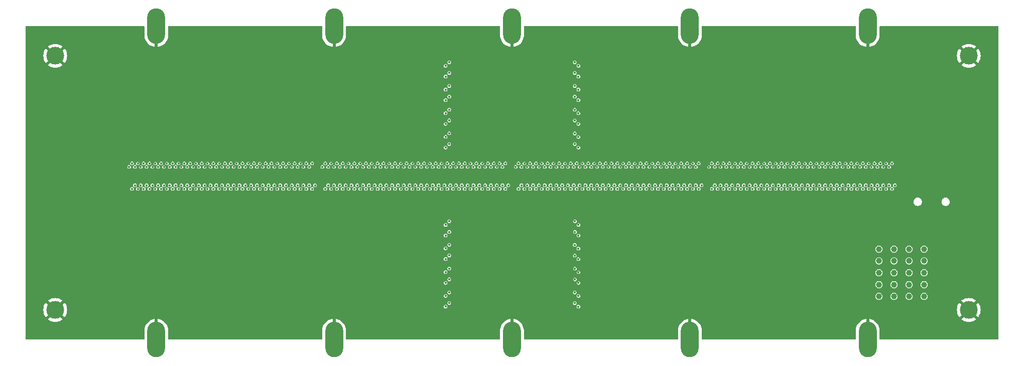
<source format=gbr>
%TF.GenerationSoftware,KiCad,Pcbnew,8.0.2*%
%TF.CreationDate,2024-07-16T15:49:33+02:00*%
%TF.ProjectId,4-MPPC_FARICH_Prototype,342d4d50-5043-45f4-9641-524943485f50,rev?*%
%TF.SameCoordinates,Original*%
%TF.FileFunction,Copper,L2,Inr*%
%TF.FilePolarity,Positive*%
%FSLAX46Y46*%
G04 Gerber Fmt 4.6, Leading zero omitted, Abs format (unit mm)*
G04 Created by KiCad (PCBNEW 8.0.2) date 2024-07-16 15:49:33*
%MOMM*%
%LPD*%
G01*
G04 APERTURE LIST*
%TA.AperFunction,ComponentPad*%
%ADD10O,3.000000X6.000000*%
%TD*%
%TA.AperFunction,ComponentPad*%
%ADD11C,3.000000*%
%TD*%
%TA.AperFunction,ViaPad*%
%ADD12C,0.400000*%
%TD*%
%TA.AperFunction,ViaPad*%
%ADD13C,1.000000*%
%TD*%
G04 APERTURE END LIST*
D10*
%TO.N,GND*%
%TO.C,3*%
X205900000Y-118625000D03*
%TD*%
%TO.N,GND*%
%TO.C,6*%
X115900000Y-65715000D03*
%TD*%
%TO.N,GND*%
%TO.C,8*%
X85900000Y-65715000D03*
%TD*%
%TO.N,GND*%
%TO.C,*%
X145900000Y-65715000D03*
%TD*%
D11*
%TO.N,GND*%
%TO.C,H1*%
X68855000Y-70715000D03*
%TD*%
D10*
%TO.N,GND*%
%TO.C,*%
X145900000Y-118625000D03*
%TD*%
D11*
%TO.N,GND*%
%TO.C,H3*%
X222945000Y-70715000D03*
%TD*%
D10*
%TO.N,GND*%
%TO.C,5*%
X115900000Y-118625000D03*
%TD*%
%TO.N,GND*%
%TO.C,7*%
X85900000Y-118625000D03*
%TD*%
%TO.N,GND*%
%TO.C,2*%
X175900000Y-65715000D03*
%TD*%
D11*
%TO.N,GND*%
%TO.C,H2*%
X68855000Y-113625000D03*
%TD*%
D10*
%TO.N,GND*%
%TO.C,4*%
X205900000Y-65715000D03*
%TD*%
D11*
%TO.N,GND*%
%TO.C,H4*%
X222945000Y-113625000D03*
%TD*%
D10*
%TO.N,GND*%
%TO.C,1*%
X175900000Y-118625000D03*
%TD*%
D12*
%TO.N,GND*%
X214118207Y-91221793D03*
%TO.N,Cube_1_A-H7*%
X84260000Y-92580000D03*
X83770000Y-88880000D03*
%TO.N,Cube_1_A-E2*%
X110720000Y-92580000D03*
X110230000Y-88880000D03*
%TO.N,Cube_1_A-H2*%
X95040000Y-92580000D03*
X94550000Y-88880000D03*
%TO.N,Cube_1_A-F8*%
X97980000Y-92580000D03*
X97490000Y-88880000D03*
%TO.N,Cube_1_A-H5*%
X88180000Y-92580000D03*
X87690000Y-88880000D03*
%TO.N,Cube_1_A-G3*%
X92590000Y-88880000D03*
X93080000Y-92580000D03*
%TO.N,Cube_1_A-G5*%
X88670000Y-88880000D03*
X89160000Y-92580000D03*
%TO.N,Cube_1_A-E6*%
X102880000Y-92580000D03*
X102390000Y-88880000D03*
%TO.N,Cube_1_A-H1*%
X96020000Y-92580000D03*
X95530000Y-88880000D03*
%TO.N,Cube_1_A-E1*%
X111210000Y-88880000D03*
X111700000Y-92580000D03*
%TO.N,Cube_1_A-E4*%
X106310000Y-88880000D03*
X106800000Y-92580000D03*
%TO.N,Cube_1_A-G1*%
X97000000Y-92580000D03*
X96510000Y-88880000D03*
%TO.N,Cube_1_A-E8*%
X98470000Y-88880000D03*
X98960000Y-92580000D03*
%TO.N,Cube_1_A-H3*%
X91610000Y-88880000D03*
X92100000Y-92580000D03*
%TO.N,Cube_1_A-G4*%
X90140000Y-92580000D03*
X89650000Y-88880000D03*
%TO.N,Cube_1_A-F3*%
X108760000Y-92580000D03*
X108270000Y-88880000D03*
%TO.N,Cube_1_A-F2*%
X109740000Y-92580000D03*
X109250000Y-88880000D03*
%TO.N,Cube_1_A-E7*%
X99450000Y-88880000D03*
X99940000Y-92580000D03*
%TO.N,Cube_1_A-F1*%
X112680000Y-92580000D03*
X112190000Y-88880000D03*
%TO.N,Cube_1_A-F4*%
X105330000Y-88880000D03*
X105820000Y-92580000D03*
%TO.N,Cube_1_A-F5*%
X104350000Y-88880000D03*
X104840000Y-92580000D03*
%TO.N,Cube_1_A-E3*%
X107780000Y-92580000D03*
X107290000Y-88880000D03*
%TO.N,Cube_1_A-H8*%
X82790000Y-88880000D03*
X83280000Y-92580000D03*
%TO.N,Cube_1_A-G7*%
X85240000Y-92580000D03*
X84750000Y-88880000D03*
%TO.N,Cube_1_A-H6*%
X86710000Y-88880000D03*
X87200000Y-92580000D03*
%TO.N,Cube_1_A-G8*%
X82300000Y-92580000D03*
X81810000Y-88880000D03*
%TO.N,Cube_1_A-F6*%
X101900000Y-92580000D03*
X101410000Y-88880000D03*
%TO.N,Cube_1_A-G6*%
X85730000Y-88880000D03*
X86220000Y-92580000D03*
%TO.N,Cube_1_A-F7*%
X100920000Y-92580000D03*
X100430000Y-88880000D03*
%TO.N,Cube_1_A-G2*%
X93570000Y-88880000D03*
X94060000Y-92580000D03*
%TO.N,Cube_1_A-H4*%
X90630000Y-88880000D03*
X91120000Y-92580000D03*
%TO.N,Cube_1_A-E5*%
X103860000Y-92580000D03*
X103370000Y-88880000D03*
%TO.N,Cube_1_A-B8*%
X130580707Y-92579293D03*
X130090707Y-88879293D03*
%TO.N,Cube_1_A-D7*%
X135310707Y-73609293D03*
X116370707Y-88879293D03*
X116860707Y-92579293D03*
%TO.N,Cube_1_A-B1*%
X145280000Y-92580000D03*
X144790000Y-88880000D03*
%TO.N,Cube_1_A-C5*%
X134710707Y-78209293D03*
X121760707Y-92579293D03*
X121270707Y-88879293D03*
%TO.N,Cube_1_A-C3*%
X125190707Y-88879293D03*
X134710707Y-82209293D03*
X125680707Y-92579293D03*
%TO.N,Cube_1_A-C6*%
X135310707Y-75809293D03*
X118820707Y-92579293D03*
X118330707Y-88879293D03*
%TO.N,Cube_1_A-A1*%
X143810000Y-88880000D03*
X144300000Y-92580000D03*
%TO.N,Cube_1_A-C4*%
X135310707Y-79809293D03*
X122250707Y-88879293D03*
X122740707Y-92579293D03*
%TO.N,Cube_1_A-A2*%
X143320000Y-92580000D03*
X142830000Y-88880000D03*
%TO.N,Cube_1_A-D5*%
X135310707Y-77609293D03*
X120290707Y-88879293D03*
X120780707Y-92579293D03*
%TO.N,Cube_1_A-B6*%
X134500707Y-92579293D03*
X134010707Y-88879293D03*
%TO.N,Cube_1_A-B4*%
X138420707Y-92579293D03*
X137930707Y-88879293D03*
%TO.N,Cube_1_A-A5*%
X135970707Y-88879293D03*
X136460707Y-92579293D03*
%TO.N,Cube_1_A-A4*%
X138910707Y-88879293D03*
X139400707Y-92579293D03*
%TO.N,Cube_1_A-B2*%
X141850707Y-88879293D03*
X142340707Y-92579293D03*
%TO.N,Cube_1_A-D1*%
X128130707Y-88879293D03*
X135310707Y-85599293D03*
X128620707Y-92579293D03*
%TO.N,Cube_1_A-A3*%
X140380707Y-92579293D03*
X139890707Y-88879293D03*
%TO.N,Cube_1_A-A7*%
X132050707Y-88879293D03*
X132540707Y-92579293D03*
%TO.N,Cube_1_A-C7*%
X134710707Y-74209293D03*
X117840707Y-92579293D03*
X117350707Y-88879293D03*
%TO.N,Cube_1_A-D4*%
X134710707Y-80409293D03*
X123720707Y-92579293D03*
X123230707Y-88879293D03*
%TO.N,Cube_1_A-B5*%
X136950707Y-88879293D03*
X137440707Y-92579293D03*
%TO.N,Cube_1_A-C8*%
X114900707Y-92579293D03*
X135310707Y-71809293D03*
X114410707Y-88879293D03*
%TO.N,Cube_1_A-D2*%
X134710707Y-84399293D03*
X127150707Y-88879293D03*
X127640707Y-92579293D03*
%TO.N,Cube_1_A-A8*%
X131560707Y-92579293D03*
X131070707Y-88879293D03*
D13*
%TO.N,GND*%
X205834293Y-102276793D03*
X205835000Y-110445000D03*
X217945000Y-100715000D03*
D12*
X180588207Y-99469293D03*
D13*
X212115000Y-96585000D03*
X214115000Y-112596793D03*
D12*
X77850707Y-90846793D03*
D13*
X216464293Y-112596793D03*
X205745000Y-104335000D03*
X216825000Y-96595000D03*
D12*
X180348207Y-85329293D03*
D13*
X205705000Y-108375000D03*
X205815000Y-106385000D03*
D12*
X111588207Y-99549293D03*
X147621457Y-85399888D03*
D13*
X217035000Y-108385000D03*
X217035000Y-106285000D03*
D12*
X147613207Y-99414293D03*
D13*
X217075000Y-104275000D03*
X208145000Y-100615000D03*
X217075000Y-110355000D03*
X211654293Y-112556793D03*
X209034293Y-112596793D03*
X211785000Y-100585000D03*
X221195000Y-96515000D03*
X206424293Y-112776793D03*
D12*
X111596457Y-85227388D03*
D13*
%TO.N,+HV*%
X212875000Y-107355000D03*
X210335000Y-111355000D03*
X212875000Y-103355000D03*
X207795000Y-107355000D03*
X212875000Y-111355000D03*
X215415000Y-105355000D03*
X215415000Y-107355000D03*
X210335000Y-109355000D03*
X207795000Y-109355000D03*
X212875000Y-109355000D03*
X215415000Y-111355000D03*
X210335000Y-107355000D03*
X207795000Y-103355000D03*
X210335000Y-103355000D03*
X210335000Y-105355000D03*
X207795000Y-105355000D03*
X207795000Y-111355000D03*
X215415000Y-109355000D03*
X215415000Y-103355000D03*
X212875000Y-105355000D03*
D12*
%TO.N,Cube_1_A-C1*%
X129110707Y-88879293D03*
X134710707Y-86199293D03*
X129600707Y-92579293D03*
%TO.N,Cube_1_A-D8*%
X115880707Y-92579293D03*
X115390707Y-88879293D03*
X134710707Y-72409293D03*
%TO.N,Cube_1_A-C2*%
X126660707Y-92579293D03*
X135310707Y-83799293D03*
X126170707Y-88879293D03*
%TO.N,Cube_1_A-B3*%
X140870707Y-88879293D03*
X141360707Y-92579293D03*
%TO.N,Cube_1_A-D3*%
X124210707Y-88879293D03*
X135310707Y-81609293D03*
X124700707Y-92579293D03*
%TO.N,Cube_1_A-A6*%
X134990707Y-88879293D03*
X135480707Y-92579293D03*
%TO.N,Cube_1_A-D6*%
X134710707Y-76409293D03*
X119310707Y-88879293D03*
X119800707Y-92579293D03*
%TO.N,Cube_1_A-B7*%
X133520707Y-92579293D03*
X133030707Y-88879293D03*
%TO.N,Cube_2_A-E5*%
X106310000Y-93180000D03*
X105820000Y-89480000D03*
%TO.N,Cube_2_A-H4*%
X87690000Y-93180000D03*
X87200000Y-89480000D03*
%TO.N,Cube_2_A-F1*%
X97000000Y-89480000D03*
X97490000Y-93180000D03*
%TO.N,Cube_2_A-F3*%
X101410000Y-93180000D03*
X100920000Y-89480000D03*
%TO.N,Cube_2_A-H1*%
X82790000Y-93180000D03*
X82300000Y-89480000D03*
%TO.N,Cube_2_A-G4*%
X88180000Y-89480000D03*
X88670000Y-93180000D03*
%TO.N,Cube_2_A-G2*%
X84750000Y-93180000D03*
X84260000Y-89480000D03*
X84750000Y-93180000D03*
%TO.N,Cube_2_A-F6*%
X108270000Y-93180000D03*
X107780000Y-89480000D03*
%TO.N,Cube_2_A-F8*%
X111700000Y-89480000D03*
X112190000Y-93180000D03*
%TO.N,Cube_2_A-F4*%
X104350000Y-93180000D03*
X103860000Y-89480000D03*
%TO.N,Cube_2_A-G3*%
X85730000Y-93180000D03*
X85240000Y-89480000D03*
%TO.N,Cube_2_A-E8*%
X111210000Y-93180000D03*
X110720000Y-89480000D03*
%TO.N,Cube_2_A-F5*%
X105330000Y-93180000D03*
X104840000Y-89480000D03*
%TO.N,Cube_2_A-H7*%
X94550000Y-93180000D03*
X94060000Y-89480000D03*
%TO.N,Cube_2_A-H2*%
X83280000Y-89480000D03*
X83770000Y-93180000D03*
%TO.N,Cube_2_A-H6*%
X91610000Y-93180000D03*
X91120000Y-89480000D03*
%TO.N,Cube_2_A-E2*%
X99450000Y-93180000D03*
X98960000Y-89480000D03*
%TO.N,Cube_2_A-H5*%
X90630000Y-93180000D03*
X90140000Y-89480000D03*
%TO.N,Cube_2_A-H3*%
X86710000Y-93180000D03*
X86220000Y-89480000D03*
%TO.N,Cube_2_A-E6*%
X107290000Y-93180000D03*
X106800000Y-89480000D03*
%TO.N,Cube_2_A-F2*%
X99940000Y-89480000D03*
X100430000Y-93180000D03*
%TO.N,Cube_2_A-E7*%
X110230000Y-93180000D03*
X109740000Y-89480000D03*
%TO.N,Cube_2_A-G6*%
X92590000Y-93180000D03*
X92100000Y-89480000D03*
%TO.N,Cube_2_A-E4*%
X102880000Y-89480000D03*
X103370000Y-93180000D03*
%TO.N,Cube_2_A-G7*%
X93080000Y-89480000D03*
X93570000Y-93180000D03*
%TO.N,Cube_2_A-E3*%
X101900000Y-89480000D03*
X102390000Y-93180000D03*
%TO.N,Cube_2_A-F7*%
X109250000Y-93180000D03*
X108760000Y-89480000D03*
%TO.N,Cube_2_A-G8*%
X96020000Y-89480000D03*
X96510000Y-93180000D03*
%TO.N,Cube_2_A-E1*%
X98470000Y-93180000D03*
X97980000Y-89480000D03*
%TO.N,Cube_2_A-G5*%
X89650000Y-93180000D03*
X89160000Y-89480000D03*
%TO.N,Cube_2_A-H8*%
X95530000Y-93180000D03*
X95040000Y-89480000D03*
%TO.N,Cube_2_A-G1*%
X81810000Y-93180000D03*
X81320000Y-89480000D03*
%TO.N,Cube_2_A-C2*%
X116860707Y-89479293D03*
X135310707Y-110659293D03*
X117350707Y-93179293D03*
%TO.N,Cube_2_A-C6*%
X124700707Y-89479293D03*
X125190707Y-93179293D03*
X135310707Y-102629293D03*
%TO.N,Cube_2_A-D3*%
X118820707Y-89479293D03*
X119310707Y-93179293D03*
X135310707Y-108449293D03*
%TO.N,Cube_2_A-D6*%
X124210707Y-93179293D03*
X134710707Y-103229293D03*
X123720707Y-89479293D03*
%TO.N,Cube_2_A-A7*%
X142830707Y-93179293D03*
X142340707Y-89479293D03*
%TO.N,Cube_2_A-A8*%
X143320707Y-89479293D03*
X143810000Y-93180000D03*
%TO.N,Cube_2_A-B3*%
X134010707Y-93179293D03*
X133520707Y-89479293D03*
%TO.N,Cube_2_A-B1*%
X129600707Y-89479293D03*
X130090707Y-93179293D03*
%TO.N,Cube_2_A-C4*%
X135310707Y-106649293D03*
X121270707Y-93179293D03*
X120780707Y-89479293D03*
%TO.N,Cube_2_A-A2*%
X131560707Y-89479293D03*
X132050707Y-93179293D03*
%TO.N,Cube_2_A-A3*%
X134990707Y-93179293D03*
X134500707Y-89479293D03*
%TO.N,Cube_2_A-D7*%
X135310707Y-100459293D03*
X126660707Y-89479293D03*
X127150707Y-93179293D03*
%TO.N,Cube_2_A-D1*%
X135310707Y-112459293D03*
X115390707Y-93179293D03*
X114900707Y-89479293D03*
%TO.N,Cube_2_A-D5*%
X123230707Y-93179293D03*
X135310707Y-104429293D03*
X122740707Y-89479293D03*
%TO.N,Cube_2_A-D4*%
X119800707Y-89479293D03*
X120290707Y-93179293D03*
X134710707Y-107249293D03*
%TO.N,Cube_2_A-C5*%
X122250707Y-93179293D03*
X121760707Y-89479293D03*
X134710707Y-105029293D03*
%TO.N,Cube_2_A-A1*%
X130580707Y-89479293D03*
X131070707Y-93179293D03*
%TO.N,Cube_2_A-C8*%
X129110707Y-93179293D03*
X135310707Y-98659293D03*
X128620707Y-89479293D03*
%TO.N,Cube_2_A-A4*%
X135970707Y-93179293D03*
X135480707Y-89479293D03*
%TO.N,Cube_2_A-B5*%
X137440707Y-89479293D03*
X137930707Y-93179293D03*
%TO.N,Cube_2_A-B4*%
X136460707Y-89479293D03*
X136950707Y-93179293D03*
%TO.N,Cube_2_A-A6*%
X139400707Y-89479293D03*
X139890707Y-93179293D03*
%TO.N,Cube_2_A-B7*%
X141850707Y-93179293D03*
X141850707Y-93179293D03*
X141360707Y-89479293D03*
%TO.N,Cube_2_A-D2*%
X115880707Y-89479293D03*
X116370707Y-93179293D03*
X134710707Y-111259293D03*
%TO.N,Cube_2_A-C7*%
X134710707Y-101059293D03*
X125680707Y-89479293D03*
X126170707Y-93179293D03*
%TO.N,Cube_2_A-A5*%
X138420707Y-89479293D03*
X138910707Y-93179293D03*
%TO.N,Cube_2_A-B8*%
X144790000Y-93180000D03*
X144300000Y-89480000D03*
%TO.N,Cube_2_A-B2*%
X133030707Y-93179293D03*
X132540707Y-89479293D03*
%TO.N,Cube_2_A-D8*%
X128130707Y-93179293D03*
X127640707Y-89479293D03*
X134710707Y-99259293D03*
%TO.N,Cube_2_A-C1*%
X113920000Y-89480000D03*
X114410707Y-93179293D03*
X134710707Y-113059293D03*
%TO.N,Cube_2_A-B6*%
X140870707Y-93179293D03*
X140380707Y-89479293D03*
%TO.N,Cube_2_A-C3*%
X117840707Y-89479293D03*
X134710707Y-109049293D03*
X118330707Y-93179293D03*
%TO.N,Cube_3_A-E8*%
X157090707Y-72409293D03*
X176900000Y-92580000D03*
X176410000Y-88880000D03*
%TO.N,Cube_3_A-G2*%
X158770000Y-88880000D03*
X159260000Y-92580000D03*
%TO.N,Cube_3_A-E7*%
X156490707Y-73609293D03*
X175920000Y-92580000D03*
X175430000Y-88880000D03*
%TO.N,Cube_3_A-E3*%
X156490707Y-81619293D03*
X167590000Y-88880000D03*
X168080000Y-92580000D03*
%TO.N,Cube_3_A-E1*%
X163670000Y-88880000D03*
X156490000Y-85610000D03*
X164160000Y-92580000D03*
%TO.N,Cube_3_A-H6*%
X151910000Y-88880000D03*
X152400000Y-92580000D03*
%TO.N,Cube_3_A-F6*%
X156490707Y-75809293D03*
X173470000Y-88880000D03*
X173960000Y-92580000D03*
%TO.N,Cube_3_A-F3*%
X166610000Y-88880000D03*
X157090707Y-82219293D03*
X167100000Y-92580000D03*
%TO.N,Cube_3_A-G3*%
X157790000Y-88880000D03*
X158280000Y-92580000D03*
%TO.N,Cube_3_A-F2*%
X166120000Y-92580000D03*
X165630000Y-88880000D03*
X156490000Y-83810000D03*
%TO.N,Cube_3_A-G1*%
X161710000Y-88880000D03*
X162200000Y-92580000D03*
%TO.N,Cube_3_A-G4*%
X155340000Y-92580000D03*
X154850000Y-88880000D03*
%TO.N,Cube_3_A-G7*%
X149950000Y-88880000D03*
X150440000Y-92580000D03*
X149950000Y-88880000D03*
%TO.N,Cube_3_A-F4*%
X170040000Y-92580000D03*
X169550000Y-88880000D03*
X156490707Y-79819293D03*
%TO.N,Cube_3_A-H1*%
X160730000Y-88880000D03*
X161220000Y-92580000D03*
%TO.N,Cube_3_A-H4*%
X156320000Y-92580000D03*
X155830000Y-88880000D03*
%TO.N,Cube_3_A-H3*%
X157300000Y-92580000D03*
X156810000Y-88880000D03*
%TO.N,Cube_3_A-G6*%
X151420000Y-92580000D03*
X150930000Y-88880000D03*
%TO.N,Cube_3_A-E5*%
X172000000Y-92580000D03*
X171510000Y-88880000D03*
X156490707Y-77609293D03*
%TO.N,Cube_3_A-E6*%
X172980000Y-92580000D03*
X172490000Y-88880000D03*
X157090707Y-76409293D03*
%TO.N,Cube_3_A-E4*%
X169060000Y-92580000D03*
X157090707Y-80419293D03*
X168570000Y-88880000D03*
%TO.N,Cube_3_A-G8*%
X147500707Y-92579293D03*
X147010000Y-88880000D03*
%TO.N,Cube_3_A-H8*%
X147990707Y-88879293D03*
X148480000Y-92580000D03*
%TO.N,Cube_3_A-F5*%
X171020000Y-92580000D03*
X157090707Y-78209293D03*
X170530000Y-88880000D03*
%TO.N,Cube_3_A-F1*%
X163180000Y-92580000D03*
X157090000Y-86210000D03*
X162690000Y-88880000D03*
%TO.N,Cube_3_A-E2*%
X157090000Y-84410000D03*
X165140000Y-92580000D03*
X164650000Y-88880000D03*
%TO.N,Cube_3_A-H2*%
X160240000Y-92580000D03*
X159750000Y-88880000D03*
%TO.N,Cube_3_A-F7*%
X174450000Y-88880000D03*
X174940000Y-92580000D03*
X157090707Y-74209293D03*
%TO.N,Cube_3_A-G5*%
X154360000Y-92580000D03*
X153870000Y-88880000D03*
%TO.N,Cube_3_A-H7*%
X148970000Y-88880000D03*
X149460000Y-92580000D03*
%TO.N,Cube_3_A-H5*%
X152890000Y-88880000D03*
X153380000Y-92580000D03*
%TO.N,Cube_3_A-F8*%
X177390000Y-88880000D03*
X156490707Y-71809293D03*
X177880707Y-92579293D03*
%TO.N,Cube_4_A-F8*%
X156510707Y-98659293D03*
X162200000Y-89480000D03*
X162690000Y-93180000D03*
%TO.N,Cube_4_A-F4*%
X156510707Y-106659293D03*
X170530000Y-93180000D03*
X170040000Y-89480000D03*
%TO.N,Cube_4_A-E8*%
X157110707Y-99259293D03*
X163670000Y-93180000D03*
X163180000Y-89480000D03*
%TO.N,Cube_4_A-E6*%
X167590000Y-93180000D03*
X167100000Y-89480000D03*
X157090707Y-103259293D03*
%TO.N,Cube_4_A-G8*%
X161710000Y-93180000D03*
X161220000Y-89480000D03*
%TO.N,Cube_4_A-F5*%
X169550000Y-93180000D03*
X169060000Y-89480000D03*
X157090707Y-105059293D03*
%TO.N,Cube_4_A-F6*%
X166120000Y-89480000D03*
X166610000Y-93180000D03*
X156490707Y-102659293D03*
%TO.N,Cube_4_A-E5*%
X156490707Y-104459293D03*
X168570000Y-93180000D03*
X168080000Y-89480000D03*
%TO.N,Cube_4_A-H6*%
X156810000Y-93180000D03*
X156320000Y-89480000D03*
%TO.N,Cube_4_A-H1*%
X147500707Y-89479293D03*
X147990707Y-93179293D03*
%TO.N,Cube_4_A-F3*%
X173470000Y-93180000D03*
X157110707Y-109059293D03*
X172980000Y-89480000D03*
%TO.N,Cube_4_A-E4*%
X157110707Y-107259293D03*
X171510000Y-93180000D03*
X171020000Y-89480000D03*
%TO.N,Cube_4_A-E1*%
X156490707Y-112469293D03*
X175920000Y-89480000D03*
X176410000Y-93180000D03*
%TO.N,Cube_4_A-H2*%
X148970707Y-93179293D03*
X148480707Y-89479293D03*
%TO.N,Cube_4_A-H5*%
X155830000Y-93180000D03*
X155340000Y-89480000D03*
%TO.N,Cube_4_A-G3*%
X150440000Y-89480000D03*
X150930000Y-93180000D03*
%TO.N,Cube_4_A-G7*%
X158770000Y-93180000D03*
X158280000Y-89480000D03*
%TO.N,Cube_4_A-F7*%
X165630000Y-93180000D03*
X157110707Y-101059293D03*
X165140000Y-89480000D03*
%TO.N,Cube_4_A-E3*%
X156510707Y-108459293D03*
X172000000Y-89480000D03*
X172490000Y-93180000D03*
%TO.N,Cube_4_A-G1*%
X147010707Y-93179293D03*
X146520000Y-89480000D03*
%TO.N,Cube_4_A-H7*%
X159750000Y-93180000D03*
X159260000Y-89480000D03*
%TO.N,Cube_4_A-F2*%
X174450000Y-93180000D03*
X156490707Y-110669293D03*
X173960000Y-89480000D03*
%TO.N,Cube_4_A-G4*%
X153380000Y-89480000D03*
X153870000Y-93180000D03*
%TO.N,Cube_4_A-E7*%
X164650000Y-93180000D03*
X164160000Y-89480000D03*
X156510707Y-100459293D03*
%TO.N,Cube_4_A-G6*%
X157300000Y-89480000D03*
X157790000Y-93180000D03*
%TO.N,Cube_4_A-G2*%
X149460000Y-89480000D03*
X149950000Y-93180000D03*
%TO.N,Cube_4_A-H8*%
X160730000Y-93180000D03*
X160240000Y-89480000D03*
%TO.N,Cube_4_A-H3*%
X151420000Y-89480000D03*
X151910000Y-93180000D03*
%TO.N,Cube_4_A-G5*%
X154850000Y-93180000D03*
X154360000Y-89480000D03*
%TO.N,Cube_4_A-H4*%
X152890000Y-93180000D03*
X152400000Y-89480000D03*
%TO.N,Cube_4_A-E2*%
X175430000Y-93180000D03*
X157090707Y-111269293D03*
X174940000Y-89480000D03*
%TO.N,Cube_4_A-F1*%
X176900000Y-89480000D03*
X157090707Y-113069293D03*
X177390000Y-93180000D03*
%TO.N,Cube_3_A-B5*%
X203620707Y-92579293D03*
X203130707Y-88879293D03*
%TO.N,Cube_3_A-D3*%
X184510707Y-88879293D03*
X185000707Y-92579293D03*
%TO.N,Cube_3_A-B8*%
X209990000Y-88880000D03*
X210480000Y-92580000D03*
%TO.N,Cube_3_A-B7*%
X207050707Y-88879293D03*
X207540707Y-92579293D03*
%TO.N,Cube_3_A-B4*%
X202150707Y-88879293D03*
X202640707Y-92579293D03*
%TO.N,Cube_3_A-B6*%
X206070707Y-88879293D03*
X206560707Y-92579293D03*
%TO.N,Cube_3_A-D5*%
X188430707Y-88879293D03*
X188920707Y-92579293D03*
%TO.N,Cube_3_A-A6*%
X205580707Y-92579293D03*
X205090707Y-88879293D03*
%TO.N,Cube_3_A-B3*%
X199700707Y-92579293D03*
X199210707Y-88879293D03*
%TO.N,Cube_3_A-C2*%
X183040707Y-92579293D03*
X182550707Y-88879293D03*
%TO.N,Cube_3_A-C7*%
X191370707Y-88879293D03*
X191860707Y-92579293D03*
%TO.N,Cube_3_A-C6*%
X190880707Y-92579293D03*
X190390707Y-88879293D03*
%TO.N,Cube_3_A-C1*%
X180100707Y-92579293D03*
X179610707Y-88879293D03*
%TO.N,Cube_3_A-A8*%
X209010000Y-88880000D03*
X209500000Y-92580000D03*
%TO.N,Cube_3_A-C8*%
X194310707Y-88879293D03*
X194800707Y-92579293D03*
%TO.N,Cube_3_A-B2*%
X198720707Y-92579293D03*
X198230707Y-88879293D03*
%TO.N,Cube_3_A-A7*%
X208520000Y-92580000D03*
X208030000Y-88880000D03*
%TO.N,Cube_3_A-D8*%
X193330707Y-88879293D03*
X193820707Y-92579293D03*
%TO.N,Cube_3_A-C5*%
X187450707Y-88879293D03*
X187940707Y-92579293D03*
%TO.N,Cube_3_A-D7*%
X192350707Y-88879293D03*
X192840707Y-92579293D03*
%TO.N,Cube_3_A-D1*%
X181080707Y-92579293D03*
X180590707Y-88879293D03*
%TO.N,Cube_3_A-D2*%
X182060707Y-92579293D03*
X181570707Y-88879293D03*
%TO.N,Cube_3_A-D4*%
X185490707Y-88879293D03*
X185980707Y-92579293D03*
%TO.N,Cube_3_A-A5*%
X204110707Y-88879293D03*
X204600707Y-92579293D03*
%TO.N,Cube_3_A-A4*%
X201660707Y-92579293D03*
X201170707Y-88879293D03*
%TO.N,Cube_3_A-C3*%
X183530707Y-88879293D03*
X184020707Y-92579293D03*
%TO.N,Cube_3_A-D6*%
X189410707Y-88879293D03*
X189900707Y-92579293D03*
%TO.N,Cube_3_A-A3*%
X200680707Y-92579293D03*
X200190707Y-88879293D03*
%TO.N,Cube_3_A-C4*%
X186470707Y-88879293D03*
X186960707Y-92579293D03*
%TO.N,Cube_4_A-D6*%
X184020707Y-89479293D03*
X184510707Y-93179293D03*
%TO.N,Cube_4_A-A2*%
X207540707Y-89479293D03*
X208030707Y-93179293D03*
%TO.N,Cube_4_A-D4*%
X188430707Y-93179293D03*
X187940707Y-89479293D03*
%TO.N,Cube_4_A-A1*%
X209010000Y-93180000D03*
X208520707Y-89479293D03*
%TO.N,Cube_4_A-B8*%
X194800707Y-89479293D03*
X195290707Y-93179293D03*
%TO.N,Cube_4_A-A4*%
X204110707Y-93179293D03*
X203620707Y-89479293D03*
%TO.N,Cube_4_A-A5*%
X201170707Y-93179293D03*
X200680707Y-89479293D03*
%TO.N,Cube_4_A-C8*%
X179610707Y-93179293D03*
X179120000Y-89480000D03*
%TO.N,Cube_4_A-C2*%
X190880707Y-89479293D03*
X191370707Y-93179293D03*
%TO.N,Cube_4_A-D2*%
X192350707Y-93179293D03*
X191860707Y-89479293D03*
%TO.N,Cube_4_A-A8*%
X196270707Y-93179293D03*
X195780707Y-89479293D03*
%TO.N,Cube_4_A-C5*%
X185980707Y-89479293D03*
X186470707Y-93179293D03*
%TO.N,Cube_4_A-B5*%
X202150707Y-93179293D03*
X201660707Y-89479293D03*
%TO.N,Cube_4_A-D5*%
X185000707Y-89479293D03*
X185490707Y-93179293D03*
%TO.N,Cube_4_A-A7*%
X197250707Y-93179293D03*
X196760707Y-89479293D03*
%TO.N,Cube_4_A-D3*%
X188920707Y-89479293D03*
X189410707Y-93179293D03*
%TO.N,Cube_4_A-A3*%
X205090707Y-93179293D03*
X204600707Y-89479293D03*
%TO.N,Cube_4_A-C7*%
X182550707Y-93179293D03*
X182060707Y-89479293D03*
%TO.N,Cube_4_A-B2*%
X207050707Y-93179293D03*
X207050707Y-93179293D03*
X206560707Y-89479293D03*
%TO.N,Cube_4_A-D1*%
X193330707Y-93179293D03*
X192840707Y-89479293D03*
%TO.N,Cube_4_A-B3*%
X206070707Y-93179293D03*
X205580707Y-89479293D03*
%TO.N,Cube_4_A-C4*%
X186960707Y-89479293D03*
X187450707Y-93179293D03*
%TO.N,Cube_4_A-C6*%
X183040707Y-89479293D03*
X183530707Y-93179293D03*
%TO.N,Cube_4_A-C1*%
X193820707Y-89479293D03*
X194310707Y-93179293D03*
%TO.N,Cube_4_A-A6*%
X200190707Y-93179293D03*
X199700707Y-89479293D03*
%TO.N,Cube_4_A-D8*%
X180100707Y-89479293D03*
X180590707Y-93179293D03*
%TO.N,Cube_4_A-B1*%
X209990000Y-93180000D03*
X209500000Y-89480000D03*
%TO.N,Cube_4_A-D7*%
X181080707Y-89479293D03*
X181570707Y-93179293D03*
%TO.N,Cube_4_A-C3*%
X189900707Y-89479293D03*
X190390707Y-93179293D03*
%TO.N,Cube_4_A-B6*%
X199210707Y-93179293D03*
X198720707Y-89479293D03*
%TO.N,Cube_4_A-B7*%
X197740707Y-89479293D03*
X198230707Y-93179293D03*
%TO.N,Cube_4_A-B4*%
X202640707Y-89479293D03*
X203130707Y-93179293D03*
%TO.N,Cube_3_A-A1*%
X196270707Y-88879293D03*
X196760707Y-92579293D03*
%TO.N,Cube_3_A-A2*%
X197250707Y-88879293D03*
X197740707Y-92579293D03*
%TO.N,Cube_3_A-B1*%
X195290707Y-88879293D03*
X195780707Y-92579293D03*
%TD*%
%TA.AperFunction,Conductor*%
%TO.N,GND*%
G36*
X83878326Y-65736674D02*
G01*
X83900000Y-65789000D01*
X83900000Y-67346085D01*
X83934220Y-67606018D01*
X84002075Y-67859256D01*
X84102404Y-68101471D01*
X84102405Y-68101474D01*
X84233490Y-68328520D01*
X84233494Y-68328526D01*
X84393094Y-68536521D01*
X84578478Y-68721905D01*
X84786473Y-68881505D01*
X84786479Y-68881509D01*
X85013525Y-69012594D01*
X85013528Y-69012595D01*
X85255743Y-69112924D01*
X85508982Y-69180779D01*
X85508980Y-69180779D01*
X85650000Y-69199343D01*
X85650000Y-68289115D01*
X85813428Y-68315000D01*
X85986572Y-68315000D01*
X86150000Y-68289115D01*
X86150000Y-69199343D01*
X86291018Y-69180779D01*
X86544256Y-69112924D01*
X86786471Y-69012595D01*
X86786474Y-69012594D01*
X87013520Y-68881509D01*
X87013526Y-68881505D01*
X87221521Y-68721905D01*
X87406905Y-68536521D01*
X87566505Y-68328526D01*
X87566509Y-68328520D01*
X87697594Y-68101474D01*
X87697595Y-68101471D01*
X87797924Y-67859256D01*
X87865779Y-67606018D01*
X87900000Y-67346085D01*
X87900000Y-65789000D01*
X87921674Y-65736674D01*
X87974000Y-65715000D01*
X113826000Y-65715000D01*
X113878326Y-65736674D01*
X113900000Y-65789000D01*
X113900000Y-67346085D01*
X113934220Y-67606018D01*
X114002075Y-67859256D01*
X114102404Y-68101471D01*
X114102405Y-68101474D01*
X114233490Y-68328520D01*
X114233494Y-68328526D01*
X114393094Y-68536521D01*
X114578478Y-68721905D01*
X114786473Y-68881505D01*
X114786479Y-68881509D01*
X115013525Y-69012594D01*
X115013528Y-69012595D01*
X115255743Y-69112924D01*
X115508982Y-69180779D01*
X115508980Y-69180779D01*
X115650000Y-69199343D01*
X115650000Y-68289115D01*
X115813428Y-68315000D01*
X115986572Y-68315000D01*
X116150000Y-68289115D01*
X116150000Y-69199343D01*
X116291018Y-69180779D01*
X116544256Y-69112924D01*
X116786471Y-69012595D01*
X116786474Y-69012594D01*
X117013520Y-68881509D01*
X117013526Y-68881505D01*
X117221521Y-68721905D01*
X117406905Y-68536521D01*
X117566505Y-68328526D01*
X117566509Y-68328520D01*
X117697594Y-68101474D01*
X117697595Y-68101471D01*
X117797924Y-67859256D01*
X117865779Y-67606018D01*
X117900000Y-67346085D01*
X117900000Y-65789000D01*
X117921674Y-65736674D01*
X117974000Y-65715000D01*
X143826000Y-65715000D01*
X143878326Y-65736674D01*
X143900000Y-65789000D01*
X143900000Y-67346085D01*
X143934220Y-67606018D01*
X144002075Y-67859256D01*
X144102404Y-68101471D01*
X144102405Y-68101474D01*
X144233490Y-68328520D01*
X144233494Y-68328526D01*
X144393094Y-68536521D01*
X144578478Y-68721905D01*
X144786473Y-68881505D01*
X144786479Y-68881509D01*
X145013525Y-69012594D01*
X145013528Y-69012595D01*
X145255743Y-69112924D01*
X145508982Y-69180779D01*
X145508980Y-69180779D01*
X145650000Y-69199343D01*
X145650000Y-68289115D01*
X145813428Y-68315000D01*
X145986572Y-68315000D01*
X146150000Y-68289115D01*
X146150000Y-69199343D01*
X146291018Y-69180779D01*
X146544256Y-69112924D01*
X146786471Y-69012595D01*
X146786474Y-69012594D01*
X147013520Y-68881509D01*
X147013526Y-68881505D01*
X147221521Y-68721905D01*
X147406905Y-68536521D01*
X147566505Y-68328526D01*
X147566509Y-68328520D01*
X147697594Y-68101474D01*
X147697595Y-68101471D01*
X147797924Y-67859256D01*
X147865779Y-67606018D01*
X147900000Y-67346085D01*
X147900000Y-65789000D01*
X147921674Y-65736674D01*
X147974000Y-65715000D01*
X173826000Y-65715000D01*
X173878326Y-65736674D01*
X173900000Y-65789000D01*
X173900000Y-67346085D01*
X173934220Y-67606018D01*
X174002075Y-67859256D01*
X174102404Y-68101471D01*
X174102405Y-68101474D01*
X174233490Y-68328520D01*
X174233494Y-68328526D01*
X174393094Y-68536521D01*
X174578478Y-68721905D01*
X174786473Y-68881505D01*
X174786479Y-68881509D01*
X175013525Y-69012594D01*
X175013528Y-69012595D01*
X175255743Y-69112924D01*
X175508982Y-69180779D01*
X175508980Y-69180779D01*
X175650000Y-69199343D01*
X175650000Y-68289115D01*
X175813428Y-68315000D01*
X175986572Y-68315000D01*
X176150000Y-68289115D01*
X176150000Y-69199343D01*
X176291018Y-69180779D01*
X176544256Y-69112924D01*
X176786471Y-69012595D01*
X176786474Y-69012594D01*
X177013520Y-68881509D01*
X177013526Y-68881505D01*
X177221521Y-68721905D01*
X177406905Y-68536521D01*
X177566505Y-68328526D01*
X177566509Y-68328520D01*
X177697594Y-68101474D01*
X177697595Y-68101471D01*
X177797924Y-67859256D01*
X177865779Y-67606018D01*
X177900000Y-67346085D01*
X177900000Y-65789000D01*
X177921674Y-65736674D01*
X177974000Y-65715000D01*
X203826000Y-65715000D01*
X203878326Y-65736674D01*
X203900000Y-65789000D01*
X203900000Y-67346085D01*
X203934220Y-67606018D01*
X204002075Y-67859256D01*
X204102404Y-68101471D01*
X204102405Y-68101474D01*
X204233490Y-68328520D01*
X204233494Y-68328526D01*
X204393094Y-68536521D01*
X204578478Y-68721905D01*
X204786473Y-68881505D01*
X204786479Y-68881509D01*
X205013525Y-69012594D01*
X205013528Y-69012595D01*
X205255743Y-69112924D01*
X205508982Y-69180779D01*
X205508980Y-69180779D01*
X205650000Y-69199343D01*
X205650000Y-68289115D01*
X205813428Y-68315000D01*
X205986572Y-68315000D01*
X206150000Y-68289115D01*
X206150000Y-69199343D01*
X206291018Y-69180779D01*
X206544256Y-69112924D01*
X206786471Y-69012595D01*
X206786474Y-69012594D01*
X207013520Y-68881509D01*
X207013526Y-68881505D01*
X207221521Y-68721905D01*
X207406905Y-68536521D01*
X207566505Y-68328526D01*
X207566509Y-68328520D01*
X207697594Y-68101474D01*
X207697595Y-68101471D01*
X207797924Y-67859256D01*
X207865779Y-67606018D01*
X207900000Y-67346085D01*
X207900000Y-65789000D01*
X207921674Y-65736674D01*
X207974000Y-65715000D01*
X227871000Y-65715000D01*
X227923326Y-65736674D01*
X227945000Y-65789000D01*
X227945000Y-118551000D01*
X227923326Y-118603326D01*
X227871000Y-118625000D01*
X207974000Y-118625000D01*
X207921674Y-118603326D01*
X207900000Y-118551000D01*
X207900000Y-116993914D01*
X207865779Y-116733981D01*
X207797924Y-116480743D01*
X207697595Y-116238528D01*
X207697594Y-116238525D01*
X207566509Y-116011479D01*
X207566505Y-116011473D01*
X207406905Y-115803478D01*
X207221521Y-115618094D01*
X207013526Y-115458494D01*
X207013520Y-115458490D01*
X206786474Y-115327405D01*
X206786471Y-115327404D01*
X206544256Y-115227075D01*
X206291017Y-115159220D01*
X206291018Y-115159220D01*
X206150000Y-115140655D01*
X206150000Y-116050884D01*
X205986572Y-116025000D01*
X205813428Y-116025000D01*
X205650000Y-116050884D01*
X205650000Y-115140655D01*
X205508981Y-115159220D01*
X205255743Y-115227075D01*
X205013528Y-115327404D01*
X205013525Y-115327405D01*
X204786479Y-115458490D01*
X204786473Y-115458494D01*
X204578478Y-115618094D01*
X204393094Y-115803478D01*
X204233494Y-116011473D01*
X204233490Y-116011479D01*
X204102405Y-116238525D01*
X204102404Y-116238528D01*
X204002075Y-116480743D01*
X203934220Y-116733981D01*
X203900000Y-116993914D01*
X203900000Y-118551000D01*
X203878326Y-118603326D01*
X203826000Y-118625000D01*
X177974000Y-118625000D01*
X177921674Y-118603326D01*
X177900000Y-118551000D01*
X177900000Y-116993914D01*
X177865779Y-116733981D01*
X177797924Y-116480743D01*
X177697595Y-116238528D01*
X177697594Y-116238525D01*
X177566509Y-116011479D01*
X177566505Y-116011473D01*
X177406905Y-115803478D01*
X177221521Y-115618094D01*
X177013526Y-115458494D01*
X177013520Y-115458490D01*
X176786474Y-115327405D01*
X176786471Y-115327404D01*
X176544256Y-115227075D01*
X176291017Y-115159220D01*
X176291018Y-115159220D01*
X176150000Y-115140655D01*
X176150000Y-116050884D01*
X175986572Y-116025000D01*
X175813428Y-116025000D01*
X175650000Y-116050884D01*
X175650000Y-115140655D01*
X175508981Y-115159220D01*
X175255743Y-115227075D01*
X175013528Y-115327404D01*
X175013525Y-115327405D01*
X174786479Y-115458490D01*
X174786473Y-115458494D01*
X174578478Y-115618094D01*
X174393094Y-115803478D01*
X174233494Y-116011473D01*
X174233490Y-116011479D01*
X174102405Y-116238525D01*
X174102404Y-116238528D01*
X174002075Y-116480743D01*
X173934220Y-116733981D01*
X173900000Y-116993914D01*
X173900000Y-118551000D01*
X173878326Y-118603326D01*
X173826000Y-118625000D01*
X147974000Y-118625000D01*
X147921674Y-118603326D01*
X147900000Y-118551000D01*
X147900000Y-116993914D01*
X147865779Y-116733981D01*
X147797924Y-116480743D01*
X147697595Y-116238528D01*
X147697594Y-116238525D01*
X147566509Y-116011479D01*
X147566505Y-116011473D01*
X147406905Y-115803478D01*
X147221521Y-115618094D01*
X147013526Y-115458494D01*
X147013520Y-115458490D01*
X146786474Y-115327405D01*
X146786471Y-115327404D01*
X146544256Y-115227075D01*
X146291017Y-115159220D01*
X146291018Y-115159220D01*
X146150000Y-115140655D01*
X146150000Y-116050884D01*
X145986572Y-116025000D01*
X145813428Y-116025000D01*
X145650000Y-116050884D01*
X145650000Y-115140655D01*
X145508981Y-115159220D01*
X145255743Y-115227075D01*
X145013528Y-115327404D01*
X145013525Y-115327405D01*
X144786479Y-115458490D01*
X144786473Y-115458494D01*
X144578478Y-115618094D01*
X144393094Y-115803478D01*
X144233494Y-116011473D01*
X144233490Y-116011479D01*
X144102405Y-116238525D01*
X144102404Y-116238528D01*
X144002075Y-116480743D01*
X143934220Y-116733981D01*
X143900000Y-116993914D01*
X143900000Y-118551000D01*
X143878326Y-118603326D01*
X143826000Y-118625000D01*
X117974000Y-118625000D01*
X117921674Y-118603326D01*
X117900000Y-118551000D01*
X117900000Y-116993914D01*
X117865779Y-116733981D01*
X117797924Y-116480743D01*
X117697595Y-116238528D01*
X117697594Y-116238525D01*
X117566509Y-116011479D01*
X117566505Y-116011473D01*
X117406905Y-115803478D01*
X117221521Y-115618094D01*
X117013526Y-115458494D01*
X117013520Y-115458490D01*
X116786474Y-115327405D01*
X116786471Y-115327404D01*
X116544256Y-115227075D01*
X116291017Y-115159220D01*
X116291018Y-115159220D01*
X116150000Y-115140655D01*
X116150000Y-116050884D01*
X115986572Y-116025000D01*
X115813428Y-116025000D01*
X115650000Y-116050884D01*
X115650000Y-115140655D01*
X115508981Y-115159220D01*
X115255743Y-115227075D01*
X115013528Y-115327404D01*
X115013525Y-115327405D01*
X114786479Y-115458490D01*
X114786473Y-115458494D01*
X114578478Y-115618094D01*
X114393094Y-115803478D01*
X114233494Y-116011473D01*
X114233490Y-116011479D01*
X114102405Y-116238525D01*
X114102404Y-116238528D01*
X114002075Y-116480743D01*
X113934220Y-116733981D01*
X113900000Y-116993914D01*
X113900000Y-118551000D01*
X113878326Y-118603326D01*
X113826000Y-118625000D01*
X87974000Y-118625000D01*
X87921674Y-118603326D01*
X87900000Y-118551000D01*
X87900000Y-116993914D01*
X87865779Y-116733981D01*
X87797924Y-116480743D01*
X87697595Y-116238528D01*
X87697594Y-116238525D01*
X87566509Y-116011479D01*
X87566505Y-116011473D01*
X87406905Y-115803478D01*
X87221521Y-115618094D01*
X87013526Y-115458494D01*
X87013520Y-115458490D01*
X86786474Y-115327405D01*
X86786471Y-115327404D01*
X86544256Y-115227075D01*
X86291017Y-115159220D01*
X86291018Y-115159220D01*
X86150000Y-115140655D01*
X86150000Y-116050884D01*
X85986572Y-116025000D01*
X85813428Y-116025000D01*
X85650000Y-116050884D01*
X85650000Y-115140655D01*
X85508981Y-115159220D01*
X85255743Y-115227075D01*
X85013528Y-115327404D01*
X85013525Y-115327405D01*
X84786479Y-115458490D01*
X84786473Y-115458494D01*
X84578478Y-115618094D01*
X84393094Y-115803478D01*
X84233494Y-116011473D01*
X84233490Y-116011479D01*
X84102405Y-116238525D01*
X84102404Y-116238528D01*
X84002075Y-116480743D01*
X83934220Y-116733981D01*
X83900000Y-116993914D01*
X83900000Y-118551000D01*
X83878326Y-118603326D01*
X83826000Y-118625000D01*
X63929000Y-118625000D01*
X63876674Y-118603326D01*
X63855000Y-118551000D01*
X63855000Y-113624993D01*
X66849891Y-113624993D01*
X66849891Y-113625006D01*
X66870299Y-113910354D01*
X66931111Y-114189899D01*
X66931116Y-114189918D01*
X67031087Y-114457949D01*
X67031088Y-114457953D01*
X67168191Y-114709039D01*
X67274882Y-114851561D01*
X67918708Y-114207735D01*
X68015967Y-114341602D01*
X68138398Y-114464033D01*
X68272262Y-114561290D01*
X67628437Y-115205115D01*
X67628437Y-115205116D01*
X67770960Y-115311808D01*
X68022046Y-115448911D01*
X68022050Y-115448912D01*
X68290081Y-115548883D01*
X68290100Y-115548888D01*
X68569645Y-115609700D01*
X68854993Y-115630109D01*
X68855007Y-115630109D01*
X69140354Y-115609700D01*
X69419899Y-115548888D01*
X69419918Y-115548883D01*
X69687949Y-115448912D01*
X69687953Y-115448911D01*
X69939039Y-115311808D01*
X70081561Y-115205116D01*
X70081561Y-115205115D01*
X69437737Y-114561290D01*
X69571602Y-114464033D01*
X69694033Y-114341602D01*
X69791290Y-114207736D01*
X70435115Y-114851561D01*
X70435116Y-114851561D01*
X70541808Y-114709039D01*
X70678911Y-114457953D01*
X70678912Y-114457949D01*
X70778883Y-114189918D01*
X70778888Y-114189899D01*
X70839700Y-113910354D01*
X70860109Y-113625006D01*
X70860109Y-113624993D01*
X220939891Y-113624993D01*
X220939891Y-113625006D01*
X220960299Y-113910354D01*
X221021111Y-114189899D01*
X221021116Y-114189918D01*
X221121087Y-114457949D01*
X221121088Y-114457953D01*
X221258191Y-114709039D01*
X221364882Y-114851561D01*
X222008708Y-114207735D01*
X222105967Y-114341602D01*
X222228398Y-114464033D01*
X222362262Y-114561290D01*
X221718437Y-115205115D01*
X221718437Y-115205116D01*
X221860960Y-115311808D01*
X222112046Y-115448911D01*
X222112050Y-115448912D01*
X222380081Y-115548883D01*
X222380100Y-115548888D01*
X222659645Y-115609700D01*
X222944993Y-115630109D01*
X222945007Y-115630109D01*
X223230354Y-115609700D01*
X223509899Y-115548888D01*
X223509918Y-115548883D01*
X223777949Y-115448912D01*
X223777953Y-115448911D01*
X224029039Y-115311808D01*
X224171561Y-115205116D01*
X224171561Y-115205115D01*
X223527737Y-114561290D01*
X223661602Y-114464033D01*
X223784033Y-114341602D01*
X223881290Y-114207736D01*
X224525115Y-114851561D01*
X224525116Y-114851561D01*
X224631808Y-114709039D01*
X224768911Y-114457953D01*
X224768912Y-114457949D01*
X224868883Y-114189918D01*
X224868888Y-114189899D01*
X224929700Y-113910354D01*
X224950109Y-113625006D01*
X224950109Y-113624993D01*
X224929700Y-113339645D01*
X224868888Y-113060100D01*
X224868883Y-113060081D01*
X224768912Y-112792050D01*
X224768911Y-112792046D01*
X224631808Y-112540960D01*
X224525116Y-112398437D01*
X224525115Y-112398437D01*
X223881290Y-113042261D01*
X223784033Y-112908398D01*
X223661602Y-112785967D01*
X223527735Y-112688708D01*
X224171561Y-112044882D01*
X224029039Y-111938191D01*
X223777953Y-111801088D01*
X223777949Y-111801087D01*
X223509918Y-111701116D01*
X223509899Y-111701111D01*
X223230354Y-111640299D01*
X222945007Y-111619891D01*
X222944993Y-111619891D01*
X222659645Y-111640299D01*
X222380100Y-111701111D01*
X222380081Y-111701116D01*
X222112050Y-111801087D01*
X222112046Y-111801088D01*
X221860957Y-111938193D01*
X221860955Y-111938194D01*
X221718437Y-112044881D01*
X221718437Y-112044882D01*
X222362263Y-112688708D01*
X222228398Y-112785967D01*
X222105967Y-112908398D01*
X222008708Y-113042263D01*
X221364882Y-112398437D01*
X221364881Y-112398437D01*
X221258194Y-112540955D01*
X221258193Y-112540957D01*
X221121088Y-112792046D01*
X221121087Y-112792050D01*
X221021116Y-113060081D01*
X221021111Y-113060100D01*
X220960299Y-113339645D01*
X220939891Y-113624993D01*
X70860109Y-113624993D01*
X70839700Y-113339645D01*
X70778888Y-113060100D01*
X70778883Y-113060081D01*
X70778589Y-113059293D01*
X134405571Y-113059293D01*
X134423972Y-113163655D01*
X134476959Y-113255432D01*
X134558136Y-113323547D01*
X134558139Y-113323549D01*
X134657718Y-113359792D01*
X134657719Y-113359793D01*
X134657721Y-113359793D01*
X134763695Y-113359793D01*
X134763695Y-113359792D01*
X134863275Y-113323549D01*
X134932536Y-113265432D01*
X134944454Y-113255432D01*
X134944455Y-113255431D01*
X134997441Y-113163656D01*
X135014080Y-113069293D01*
X156785571Y-113069293D01*
X156803972Y-113173655D01*
X156856959Y-113265432D01*
X156938136Y-113333547D01*
X156938139Y-113333549D01*
X157037718Y-113369792D01*
X157037719Y-113369793D01*
X157037721Y-113369793D01*
X157143695Y-113369793D01*
X157143695Y-113369792D01*
X157243275Y-113333549D01*
X157324455Y-113265431D01*
X157377441Y-113173656D01*
X157395843Y-113069293D01*
X157377441Y-112964930D01*
X157371668Y-112954930D01*
X157324454Y-112873153D01*
X157243277Y-112805038D01*
X157243274Y-112805036D01*
X157143695Y-112768793D01*
X157143693Y-112768793D01*
X157037721Y-112768793D01*
X157037718Y-112768793D01*
X156938139Y-112805036D01*
X156938136Y-112805038D01*
X156856959Y-112873153D01*
X156803972Y-112964930D01*
X156785571Y-113069293D01*
X135014080Y-113069293D01*
X135015843Y-113059293D01*
X134997441Y-112954930D01*
X134970576Y-112908398D01*
X134944454Y-112863153D01*
X134863277Y-112795038D01*
X134863274Y-112795036D01*
X134763695Y-112758793D01*
X134763693Y-112758793D01*
X134657721Y-112758793D01*
X134657718Y-112758793D01*
X134558139Y-112795036D01*
X134558136Y-112795038D01*
X134476959Y-112863153D01*
X134423972Y-112954930D01*
X134405571Y-113059293D01*
X70778589Y-113059293D01*
X70678912Y-112792050D01*
X70678911Y-112792046D01*
X70541808Y-112540960D01*
X70480672Y-112459293D01*
X135005571Y-112459293D01*
X135023972Y-112563655D01*
X135076959Y-112655432D01*
X135158136Y-112723547D01*
X135158139Y-112723549D01*
X135257718Y-112759792D01*
X135257719Y-112759793D01*
X135257721Y-112759793D01*
X135363695Y-112759793D01*
X135363695Y-112759792D01*
X135463275Y-112723549D01*
X135532536Y-112665432D01*
X135544454Y-112655432D01*
X135544455Y-112655431D01*
X135597441Y-112563656D01*
X135614080Y-112469293D01*
X156185571Y-112469293D01*
X156203972Y-112573655D01*
X156256959Y-112665432D01*
X156338136Y-112733547D01*
X156338139Y-112733549D01*
X156437718Y-112769792D01*
X156437719Y-112769793D01*
X156437721Y-112769793D01*
X156543695Y-112769793D01*
X156543695Y-112769792D01*
X156643275Y-112733549D01*
X156724455Y-112665431D01*
X156777441Y-112573656D01*
X156795843Y-112469293D01*
X156777441Y-112364930D01*
X156724455Y-112273155D01*
X156724454Y-112273153D01*
X156643277Y-112205038D01*
X156643274Y-112205036D01*
X156543695Y-112168793D01*
X156543693Y-112168793D01*
X156437721Y-112168793D01*
X156437718Y-112168793D01*
X156338139Y-112205036D01*
X156338136Y-112205038D01*
X156256959Y-112273153D01*
X156203972Y-112364930D01*
X156185571Y-112469293D01*
X135614080Y-112469293D01*
X135615843Y-112459293D01*
X135597441Y-112354930D01*
X135544454Y-112263153D01*
X135463277Y-112195038D01*
X135463274Y-112195036D01*
X135363695Y-112158793D01*
X135363693Y-112158793D01*
X135257721Y-112158793D01*
X135257718Y-112158793D01*
X135158139Y-112195036D01*
X135158136Y-112195038D01*
X135076959Y-112263153D01*
X135023972Y-112354930D01*
X135005571Y-112459293D01*
X70480672Y-112459293D01*
X70435116Y-112398437D01*
X70435115Y-112398437D01*
X69791290Y-113042261D01*
X69694033Y-112908398D01*
X69571602Y-112785967D01*
X69437735Y-112688708D01*
X70081561Y-112044882D01*
X69939039Y-111938191D01*
X69687953Y-111801088D01*
X69687949Y-111801087D01*
X69419918Y-111701116D01*
X69419899Y-111701111D01*
X69140354Y-111640299D01*
X68855007Y-111619891D01*
X68854993Y-111619891D01*
X68569645Y-111640299D01*
X68290100Y-111701111D01*
X68290081Y-111701116D01*
X68022050Y-111801087D01*
X68022046Y-111801088D01*
X67770957Y-111938193D01*
X67770955Y-111938194D01*
X67628437Y-112044881D01*
X67628437Y-112044882D01*
X68272263Y-112688708D01*
X68138398Y-112785967D01*
X68015967Y-112908398D01*
X67918708Y-113042263D01*
X67274882Y-112398437D01*
X67274881Y-112398437D01*
X67168194Y-112540955D01*
X67168193Y-112540957D01*
X67031088Y-112792046D01*
X67031087Y-112792050D01*
X66931116Y-113060081D01*
X66931111Y-113060100D01*
X66870299Y-113339645D01*
X66849891Y-113624993D01*
X63855000Y-113624993D01*
X63855000Y-111259293D01*
X134405571Y-111259293D01*
X134423972Y-111363655D01*
X134476959Y-111455432D01*
X134558136Y-111523547D01*
X134558139Y-111523549D01*
X134657718Y-111559792D01*
X134657719Y-111559793D01*
X134657721Y-111559793D01*
X134763695Y-111559793D01*
X134763695Y-111559792D01*
X134863275Y-111523549D01*
X134932536Y-111465432D01*
X134944454Y-111455432D01*
X134944455Y-111455431D01*
X134997441Y-111363656D01*
X135014080Y-111269293D01*
X156785571Y-111269293D01*
X156803972Y-111373655D01*
X156856959Y-111465432D01*
X156938136Y-111533547D01*
X156938139Y-111533549D01*
X157037718Y-111569792D01*
X157037719Y-111569793D01*
X157037721Y-111569793D01*
X157143695Y-111569793D01*
X157143695Y-111569792D01*
X157243275Y-111533549D01*
X157324455Y-111465431D01*
X157377441Y-111373656D01*
X157380731Y-111355000D01*
X207189318Y-111355000D01*
X207209955Y-111511760D01*
X207209955Y-111511761D01*
X207270464Y-111657841D01*
X207366715Y-111783279D01*
X207366720Y-111783284D01*
X207389922Y-111801087D01*
X207492159Y-111879536D01*
X207638238Y-111940044D01*
X207795000Y-111960682D01*
X207951762Y-111940044D01*
X208097841Y-111879536D01*
X208223282Y-111783282D01*
X208319536Y-111657841D01*
X208380044Y-111511762D01*
X208400682Y-111355000D01*
X209729318Y-111355000D01*
X209749955Y-111511760D01*
X209749955Y-111511761D01*
X209810464Y-111657841D01*
X209906715Y-111783279D01*
X209906720Y-111783284D01*
X209929922Y-111801087D01*
X210032159Y-111879536D01*
X210178238Y-111940044D01*
X210335000Y-111960682D01*
X210491762Y-111940044D01*
X210637841Y-111879536D01*
X210763282Y-111783282D01*
X210859536Y-111657841D01*
X210920044Y-111511762D01*
X210940682Y-111355000D01*
X212269318Y-111355000D01*
X212289955Y-111511760D01*
X212289955Y-111511761D01*
X212350464Y-111657841D01*
X212446715Y-111783279D01*
X212446720Y-111783284D01*
X212469922Y-111801087D01*
X212572159Y-111879536D01*
X212718238Y-111940044D01*
X212875000Y-111960682D01*
X213031762Y-111940044D01*
X213177841Y-111879536D01*
X213303282Y-111783282D01*
X213399536Y-111657841D01*
X213460044Y-111511762D01*
X213480682Y-111355000D01*
X214809318Y-111355000D01*
X214829955Y-111511760D01*
X214829955Y-111511761D01*
X214890464Y-111657841D01*
X214986715Y-111783279D01*
X214986720Y-111783284D01*
X215009922Y-111801087D01*
X215112159Y-111879536D01*
X215258238Y-111940044D01*
X215415000Y-111960682D01*
X215571762Y-111940044D01*
X215717841Y-111879536D01*
X215843282Y-111783282D01*
X215939536Y-111657841D01*
X216000044Y-111511762D01*
X216020682Y-111355000D01*
X216000044Y-111198238D01*
X215939536Y-111052159D01*
X215875567Y-110968793D01*
X215843284Y-110926720D01*
X215843279Y-110926715D01*
X215717841Y-110830464D01*
X215571761Y-110769955D01*
X215415000Y-110749318D01*
X215258239Y-110769955D01*
X215258238Y-110769955D01*
X215112158Y-110830464D01*
X214986720Y-110926715D01*
X214986715Y-110926720D01*
X214890464Y-111052158D01*
X214829955Y-111198238D01*
X214829955Y-111198239D01*
X214809318Y-111355000D01*
X213480682Y-111355000D01*
X213460044Y-111198238D01*
X213399536Y-111052159D01*
X213335567Y-110968793D01*
X213303284Y-110926720D01*
X213303279Y-110926715D01*
X213177841Y-110830464D01*
X213031761Y-110769955D01*
X212875000Y-110749318D01*
X212718239Y-110769955D01*
X212718238Y-110769955D01*
X212572158Y-110830464D01*
X212446720Y-110926715D01*
X212446715Y-110926720D01*
X212350464Y-111052158D01*
X212289955Y-111198238D01*
X212289955Y-111198239D01*
X212269318Y-111355000D01*
X210940682Y-111355000D01*
X210920044Y-111198238D01*
X210859536Y-111052159D01*
X210795567Y-110968793D01*
X210763284Y-110926720D01*
X210763279Y-110926715D01*
X210637841Y-110830464D01*
X210491761Y-110769955D01*
X210335000Y-110749318D01*
X210178239Y-110769955D01*
X210178238Y-110769955D01*
X210032158Y-110830464D01*
X209906720Y-110926715D01*
X209906715Y-110926720D01*
X209810464Y-111052158D01*
X209749955Y-111198238D01*
X209749955Y-111198239D01*
X209729318Y-111355000D01*
X208400682Y-111355000D01*
X208380044Y-111198238D01*
X208319536Y-111052159D01*
X208255567Y-110968793D01*
X208223284Y-110926720D01*
X208223279Y-110926715D01*
X208097841Y-110830464D01*
X207951761Y-110769955D01*
X207795000Y-110749318D01*
X207638239Y-110769955D01*
X207638238Y-110769955D01*
X207492158Y-110830464D01*
X207366720Y-110926715D01*
X207366715Y-110926720D01*
X207270464Y-111052158D01*
X207209955Y-111198238D01*
X207209955Y-111198239D01*
X207189318Y-111355000D01*
X157380731Y-111355000D01*
X157395843Y-111269293D01*
X157377441Y-111164930D01*
X157324455Y-111073155D01*
X157324454Y-111073153D01*
X157243277Y-111005038D01*
X157243274Y-111005036D01*
X157143695Y-110968793D01*
X157143693Y-110968793D01*
X157037721Y-110968793D01*
X157037718Y-110968793D01*
X156938139Y-111005036D01*
X156938136Y-111005038D01*
X156856959Y-111073153D01*
X156803972Y-111164930D01*
X156785571Y-111269293D01*
X135014080Y-111269293D01*
X135015843Y-111259293D01*
X134997441Y-111154930D01*
X134944454Y-111063153D01*
X134863277Y-110995038D01*
X134863274Y-110995036D01*
X134763695Y-110958793D01*
X134763693Y-110958793D01*
X134657721Y-110958793D01*
X134657718Y-110958793D01*
X134558139Y-110995036D01*
X134558136Y-110995038D01*
X134476959Y-111063153D01*
X134423972Y-111154930D01*
X134405571Y-111259293D01*
X63855000Y-111259293D01*
X63855000Y-110659293D01*
X135005571Y-110659293D01*
X135023972Y-110763655D01*
X135076959Y-110855432D01*
X135158136Y-110923547D01*
X135158139Y-110923549D01*
X135257718Y-110959792D01*
X135257719Y-110959793D01*
X135257721Y-110959793D01*
X135363695Y-110959793D01*
X135363695Y-110959792D01*
X135463275Y-110923549D01*
X135532536Y-110865432D01*
X135544454Y-110855432D01*
X135544455Y-110855431D01*
X135597441Y-110763656D01*
X135614080Y-110669293D01*
X156185571Y-110669293D01*
X156203972Y-110773655D01*
X156256959Y-110865432D01*
X156338136Y-110933547D01*
X156338139Y-110933549D01*
X156437718Y-110969792D01*
X156437719Y-110969793D01*
X156437721Y-110969793D01*
X156543695Y-110969793D01*
X156543695Y-110969792D01*
X156643275Y-110933549D01*
X156724455Y-110865431D01*
X156777441Y-110773656D01*
X156795843Y-110669293D01*
X156777441Y-110564930D01*
X156724455Y-110473155D01*
X156724454Y-110473153D01*
X156643277Y-110405038D01*
X156643274Y-110405036D01*
X156543695Y-110368793D01*
X156543693Y-110368793D01*
X156437721Y-110368793D01*
X156437718Y-110368793D01*
X156338139Y-110405036D01*
X156338136Y-110405038D01*
X156256959Y-110473153D01*
X156203972Y-110564930D01*
X156185571Y-110669293D01*
X135614080Y-110669293D01*
X135615843Y-110659293D01*
X135597441Y-110554930D01*
X135544454Y-110463153D01*
X135463277Y-110395038D01*
X135463274Y-110395036D01*
X135363695Y-110358793D01*
X135363693Y-110358793D01*
X135257721Y-110358793D01*
X135257718Y-110358793D01*
X135158139Y-110395036D01*
X135158136Y-110395038D01*
X135076959Y-110463153D01*
X135023972Y-110554930D01*
X135005571Y-110659293D01*
X63855000Y-110659293D01*
X63855000Y-109049293D01*
X134405571Y-109049293D01*
X134423972Y-109153655D01*
X134476959Y-109245432D01*
X134558136Y-109313547D01*
X134558139Y-109313549D01*
X134657718Y-109349792D01*
X134657719Y-109349793D01*
X134657721Y-109349793D01*
X134763695Y-109349793D01*
X134763695Y-109349792D01*
X134863275Y-109313549D01*
X134932536Y-109255432D01*
X134944454Y-109245432D01*
X134971701Y-109198239D01*
X134997441Y-109153656D01*
X135014080Y-109059293D01*
X156805571Y-109059293D01*
X156823972Y-109163655D01*
X156876959Y-109255432D01*
X156958136Y-109323547D01*
X156958139Y-109323549D01*
X157057718Y-109359792D01*
X157057719Y-109359793D01*
X157057721Y-109359793D01*
X157163695Y-109359793D01*
X157163695Y-109359792D01*
X157176861Y-109355000D01*
X207189318Y-109355000D01*
X207209955Y-109511760D01*
X207209955Y-109511761D01*
X207270464Y-109657841D01*
X207366715Y-109783279D01*
X207366720Y-109783284D01*
X207450345Y-109847451D01*
X207492159Y-109879536D01*
X207638238Y-109940044D01*
X207795000Y-109960682D01*
X207951762Y-109940044D01*
X208097841Y-109879536D01*
X208223282Y-109783282D01*
X208319536Y-109657841D01*
X208380044Y-109511762D01*
X208400682Y-109355000D01*
X209729318Y-109355000D01*
X209749955Y-109511760D01*
X209749955Y-109511761D01*
X209810464Y-109657841D01*
X209906715Y-109783279D01*
X209906720Y-109783284D01*
X209990345Y-109847451D01*
X210032159Y-109879536D01*
X210178238Y-109940044D01*
X210335000Y-109960682D01*
X210491762Y-109940044D01*
X210637841Y-109879536D01*
X210763282Y-109783282D01*
X210859536Y-109657841D01*
X210920044Y-109511762D01*
X210940682Y-109355000D01*
X212269318Y-109355000D01*
X212289955Y-109511760D01*
X212289955Y-109511761D01*
X212350464Y-109657841D01*
X212446715Y-109783279D01*
X212446720Y-109783284D01*
X212530345Y-109847451D01*
X212572159Y-109879536D01*
X212718238Y-109940044D01*
X212875000Y-109960682D01*
X213031762Y-109940044D01*
X213177841Y-109879536D01*
X213303282Y-109783282D01*
X213399536Y-109657841D01*
X213460044Y-109511762D01*
X213480682Y-109355000D01*
X214809318Y-109355000D01*
X214829955Y-109511760D01*
X214829955Y-109511761D01*
X214890464Y-109657841D01*
X214986715Y-109783279D01*
X214986720Y-109783284D01*
X215070345Y-109847451D01*
X215112159Y-109879536D01*
X215258238Y-109940044D01*
X215415000Y-109960682D01*
X215571762Y-109940044D01*
X215717841Y-109879536D01*
X215843282Y-109783282D01*
X215939536Y-109657841D01*
X216000044Y-109511762D01*
X216020682Y-109355000D01*
X216000044Y-109198238D01*
X215939536Y-109052159D01*
X215843282Y-108926718D01*
X215843279Y-108926715D01*
X215717841Y-108830464D01*
X215571761Y-108769955D01*
X215415000Y-108749318D01*
X215258239Y-108769955D01*
X215258238Y-108769955D01*
X215112158Y-108830464D01*
X214986720Y-108926715D01*
X214986715Y-108926720D01*
X214890464Y-109052158D01*
X214829955Y-109198238D01*
X214829955Y-109198239D01*
X214809318Y-109355000D01*
X213480682Y-109355000D01*
X213460044Y-109198238D01*
X213399536Y-109052159D01*
X213303282Y-108926718D01*
X213303279Y-108926715D01*
X213177841Y-108830464D01*
X213031761Y-108769955D01*
X212875000Y-108749318D01*
X212718239Y-108769955D01*
X212718238Y-108769955D01*
X212572158Y-108830464D01*
X212446720Y-108926715D01*
X212446715Y-108926720D01*
X212350464Y-109052158D01*
X212289955Y-109198238D01*
X212289955Y-109198239D01*
X212269318Y-109355000D01*
X210940682Y-109355000D01*
X210920044Y-109198238D01*
X210859536Y-109052159D01*
X210763282Y-108926718D01*
X210763279Y-108926715D01*
X210637841Y-108830464D01*
X210491761Y-108769955D01*
X210335000Y-108749318D01*
X210178239Y-108769955D01*
X210178238Y-108769955D01*
X210032158Y-108830464D01*
X209906720Y-108926715D01*
X209906715Y-108926720D01*
X209810464Y-109052158D01*
X209749955Y-109198238D01*
X209749955Y-109198239D01*
X209729318Y-109355000D01*
X208400682Y-109355000D01*
X208380044Y-109198238D01*
X208319536Y-109052159D01*
X208223282Y-108926718D01*
X208223279Y-108926715D01*
X208097841Y-108830464D01*
X207951761Y-108769955D01*
X207795000Y-108749318D01*
X207638239Y-108769955D01*
X207638238Y-108769955D01*
X207492158Y-108830464D01*
X207366720Y-108926715D01*
X207366715Y-108926720D01*
X207270464Y-109052158D01*
X207209955Y-109198238D01*
X207209955Y-109198239D01*
X207189318Y-109355000D01*
X157176861Y-109355000D01*
X157263275Y-109323549D01*
X157344455Y-109255431D01*
X157397441Y-109163656D01*
X157415843Y-109059293D01*
X157397441Y-108954930D01*
X157344455Y-108863155D01*
X157344454Y-108863153D01*
X157263277Y-108795038D01*
X157263274Y-108795036D01*
X157163695Y-108758793D01*
X157163693Y-108758793D01*
X157057721Y-108758793D01*
X157057718Y-108758793D01*
X156958139Y-108795036D01*
X156958136Y-108795038D01*
X156876959Y-108863153D01*
X156823972Y-108954930D01*
X156805571Y-109059293D01*
X135014080Y-109059293D01*
X135015843Y-109049293D01*
X134997441Y-108944930D01*
X134986925Y-108926715D01*
X134944454Y-108853153D01*
X134863277Y-108785038D01*
X134863274Y-108785036D01*
X134763695Y-108748793D01*
X134763693Y-108748793D01*
X134657721Y-108748793D01*
X134657718Y-108748793D01*
X134558139Y-108785036D01*
X134558136Y-108785038D01*
X134476959Y-108853153D01*
X134423972Y-108944930D01*
X134405571Y-109049293D01*
X63855000Y-109049293D01*
X63855000Y-108449293D01*
X135005571Y-108449293D01*
X135023972Y-108553655D01*
X135076959Y-108645432D01*
X135158136Y-108713547D01*
X135158139Y-108713549D01*
X135257718Y-108749792D01*
X135257719Y-108749793D01*
X135257721Y-108749793D01*
X135363695Y-108749793D01*
X135363695Y-108749792D01*
X135463275Y-108713549D01*
X135532536Y-108655432D01*
X135544454Y-108645432D01*
X135544455Y-108645431D01*
X135597441Y-108553656D01*
X135614080Y-108459293D01*
X156205571Y-108459293D01*
X156223972Y-108563655D01*
X156276959Y-108655432D01*
X156358136Y-108723547D01*
X156358139Y-108723549D01*
X156457718Y-108759792D01*
X156457719Y-108759793D01*
X156457721Y-108759793D01*
X156563695Y-108759793D01*
X156563695Y-108759792D01*
X156663275Y-108723549D01*
X156744455Y-108655431D01*
X156797441Y-108563656D01*
X156815843Y-108459293D01*
X156797441Y-108354930D01*
X156744455Y-108263155D01*
X156744454Y-108263153D01*
X156663277Y-108195038D01*
X156663274Y-108195036D01*
X156563695Y-108158793D01*
X156563693Y-108158793D01*
X156457721Y-108158793D01*
X156457718Y-108158793D01*
X156358139Y-108195036D01*
X156358136Y-108195038D01*
X156276959Y-108263153D01*
X156223972Y-108354930D01*
X156205571Y-108459293D01*
X135614080Y-108459293D01*
X135615843Y-108449293D01*
X135597441Y-108344930D01*
X135544454Y-108253153D01*
X135463277Y-108185038D01*
X135463274Y-108185036D01*
X135363695Y-108148793D01*
X135363693Y-108148793D01*
X135257721Y-108148793D01*
X135257718Y-108148793D01*
X135158139Y-108185036D01*
X135158136Y-108185038D01*
X135076959Y-108253153D01*
X135023972Y-108344930D01*
X135005571Y-108449293D01*
X63855000Y-108449293D01*
X63855000Y-107249293D01*
X134405571Y-107249293D01*
X134423972Y-107353655D01*
X134476959Y-107445432D01*
X134558136Y-107513547D01*
X134558139Y-107513549D01*
X134657718Y-107549792D01*
X134657719Y-107549793D01*
X134657721Y-107549793D01*
X134763695Y-107549793D01*
X134763695Y-107549792D01*
X134863275Y-107513549D01*
X134932536Y-107455432D01*
X134944454Y-107445432D01*
X134944455Y-107445431D01*
X134997441Y-107353656D01*
X135014080Y-107259293D01*
X156805571Y-107259293D01*
X156823972Y-107363655D01*
X156876959Y-107455432D01*
X156958136Y-107523547D01*
X156958139Y-107523549D01*
X157057718Y-107559792D01*
X157057719Y-107559793D01*
X157057721Y-107559793D01*
X157163695Y-107559793D01*
X157163695Y-107559792D01*
X157263275Y-107523549D01*
X157344455Y-107455431D01*
X157397441Y-107363656D01*
X157398967Y-107355000D01*
X207189318Y-107355000D01*
X207209955Y-107511760D01*
X207209955Y-107511761D01*
X207270464Y-107657841D01*
X207366715Y-107783279D01*
X207366720Y-107783284D01*
X207450345Y-107847451D01*
X207492159Y-107879536D01*
X207638238Y-107940044D01*
X207795000Y-107960682D01*
X207951762Y-107940044D01*
X208097841Y-107879536D01*
X208223282Y-107783282D01*
X208319536Y-107657841D01*
X208380044Y-107511762D01*
X208400682Y-107355000D01*
X209729318Y-107355000D01*
X209749955Y-107511760D01*
X209749955Y-107511761D01*
X209810464Y-107657841D01*
X209906715Y-107783279D01*
X209906720Y-107783284D01*
X209990345Y-107847451D01*
X210032159Y-107879536D01*
X210178238Y-107940044D01*
X210335000Y-107960682D01*
X210491762Y-107940044D01*
X210637841Y-107879536D01*
X210763282Y-107783282D01*
X210859536Y-107657841D01*
X210920044Y-107511762D01*
X210940682Y-107355000D01*
X212269318Y-107355000D01*
X212289955Y-107511760D01*
X212289955Y-107511761D01*
X212350464Y-107657841D01*
X212446715Y-107783279D01*
X212446720Y-107783284D01*
X212530345Y-107847451D01*
X212572159Y-107879536D01*
X212718238Y-107940044D01*
X212875000Y-107960682D01*
X213031762Y-107940044D01*
X213177841Y-107879536D01*
X213303282Y-107783282D01*
X213399536Y-107657841D01*
X213460044Y-107511762D01*
X213480682Y-107355000D01*
X214809318Y-107355000D01*
X214829955Y-107511760D01*
X214829955Y-107511761D01*
X214890464Y-107657841D01*
X214986715Y-107783279D01*
X214986720Y-107783284D01*
X215070345Y-107847451D01*
X215112159Y-107879536D01*
X215258238Y-107940044D01*
X215415000Y-107960682D01*
X215571762Y-107940044D01*
X215717841Y-107879536D01*
X215843282Y-107783282D01*
X215939536Y-107657841D01*
X216000044Y-107511762D01*
X216020682Y-107355000D01*
X216000044Y-107198238D01*
X215939536Y-107052159D01*
X215895704Y-106995036D01*
X215843284Y-106926720D01*
X215843279Y-106926715D01*
X215717841Y-106830464D01*
X215571761Y-106769955D01*
X215415000Y-106749318D01*
X215258239Y-106769955D01*
X215258238Y-106769955D01*
X215112158Y-106830464D01*
X214986720Y-106926715D01*
X214986715Y-106926720D01*
X214890464Y-107052158D01*
X214829955Y-107198238D01*
X214829955Y-107198239D01*
X214809318Y-107355000D01*
X213480682Y-107355000D01*
X213460044Y-107198238D01*
X213399536Y-107052159D01*
X213355704Y-106995036D01*
X213303284Y-106926720D01*
X213303279Y-106926715D01*
X213177841Y-106830464D01*
X213031761Y-106769955D01*
X212875000Y-106749318D01*
X212718239Y-106769955D01*
X212718238Y-106769955D01*
X212572158Y-106830464D01*
X212446720Y-106926715D01*
X212446715Y-106926720D01*
X212350464Y-107052158D01*
X212289955Y-107198238D01*
X212289955Y-107198239D01*
X212269318Y-107355000D01*
X210940682Y-107355000D01*
X210920044Y-107198238D01*
X210859536Y-107052159D01*
X210815704Y-106995036D01*
X210763284Y-106926720D01*
X210763279Y-106926715D01*
X210637841Y-106830464D01*
X210491761Y-106769955D01*
X210335000Y-106749318D01*
X210178239Y-106769955D01*
X210178238Y-106769955D01*
X210032158Y-106830464D01*
X209906720Y-106926715D01*
X209906715Y-106926720D01*
X209810464Y-107052158D01*
X209749955Y-107198238D01*
X209749955Y-107198239D01*
X209729318Y-107355000D01*
X208400682Y-107355000D01*
X208380044Y-107198238D01*
X208319536Y-107052159D01*
X208275704Y-106995036D01*
X208223284Y-106926720D01*
X208223279Y-106926715D01*
X208097841Y-106830464D01*
X207951761Y-106769955D01*
X207795000Y-106749318D01*
X207638239Y-106769955D01*
X207638238Y-106769955D01*
X207492158Y-106830464D01*
X207366720Y-106926715D01*
X207366715Y-106926720D01*
X207270464Y-107052158D01*
X207209955Y-107198238D01*
X207209955Y-107198239D01*
X207189318Y-107355000D01*
X157398967Y-107355000D01*
X157415843Y-107259293D01*
X157397441Y-107154930D01*
X157344455Y-107063155D01*
X157344454Y-107063153D01*
X157263277Y-106995038D01*
X157263274Y-106995036D01*
X157163695Y-106958793D01*
X157163693Y-106958793D01*
X157057721Y-106958793D01*
X157057718Y-106958793D01*
X156958139Y-106995036D01*
X156958136Y-106995038D01*
X156876959Y-107063153D01*
X156823972Y-107154930D01*
X156805571Y-107259293D01*
X135014080Y-107259293D01*
X135015843Y-107249293D01*
X134997441Y-107144930D01*
X134944454Y-107053153D01*
X134863277Y-106985038D01*
X134863274Y-106985036D01*
X134763695Y-106948793D01*
X134763693Y-106948793D01*
X134657721Y-106948793D01*
X134657718Y-106948793D01*
X134558139Y-106985036D01*
X134558136Y-106985038D01*
X134476959Y-107053153D01*
X134423972Y-107144930D01*
X134405571Y-107249293D01*
X63855000Y-107249293D01*
X63855000Y-106649293D01*
X135005571Y-106649293D01*
X135023972Y-106753655D01*
X135076959Y-106845432D01*
X135158136Y-106913547D01*
X135158139Y-106913549D01*
X135257718Y-106949792D01*
X135257719Y-106949793D01*
X135257721Y-106949793D01*
X135363695Y-106949793D01*
X135363695Y-106949792D01*
X135463275Y-106913549D01*
X135532536Y-106855432D01*
X135544454Y-106845432D01*
X135588030Y-106769956D01*
X135597441Y-106753656D01*
X135614080Y-106659293D01*
X156205571Y-106659293D01*
X156223972Y-106763655D01*
X156276959Y-106855432D01*
X156358136Y-106923547D01*
X156358139Y-106923549D01*
X156457718Y-106959792D01*
X156457719Y-106959793D01*
X156457721Y-106959793D01*
X156563695Y-106959793D01*
X156563695Y-106959792D01*
X156663275Y-106923549D01*
X156744455Y-106855431D01*
X156797441Y-106763656D01*
X156815843Y-106659293D01*
X156797441Y-106554930D01*
X156744455Y-106463155D01*
X156744454Y-106463153D01*
X156663277Y-106395038D01*
X156663274Y-106395036D01*
X156563695Y-106358793D01*
X156563693Y-106358793D01*
X156457721Y-106358793D01*
X156457718Y-106358793D01*
X156358139Y-106395036D01*
X156358136Y-106395038D01*
X156276959Y-106463153D01*
X156223972Y-106554930D01*
X156205571Y-106659293D01*
X135614080Y-106659293D01*
X135615843Y-106649293D01*
X135597441Y-106544930D01*
X135544454Y-106453153D01*
X135463277Y-106385038D01*
X135463274Y-106385036D01*
X135363695Y-106348793D01*
X135363693Y-106348793D01*
X135257721Y-106348793D01*
X135257718Y-106348793D01*
X135158139Y-106385036D01*
X135158136Y-106385038D01*
X135076959Y-106453153D01*
X135023972Y-106544930D01*
X135005571Y-106649293D01*
X63855000Y-106649293D01*
X63855000Y-105029293D01*
X134405571Y-105029293D01*
X134423972Y-105133655D01*
X134476959Y-105225432D01*
X134558136Y-105293547D01*
X134558139Y-105293549D01*
X134657718Y-105329792D01*
X134657719Y-105329793D01*
X134657721Y-105329793D01*
X134763695Y-105329793D01*
X134763695Y-105329792D01*
X134863275Y-105293549D01*
X134944455Y-105225431D01*
X134997441Y-105133656D01*
X135010553Y-105059293D01*
X156785571Y-105059293D01*
X156803972Y-105163655D01*
X156856959Y-105255432D01*
X156938136Y-105323547D01*
X156938139Y-105323549D01*
X157037718Y-105359792D01*
X157037719Y-105359793D01*
X157037721Y-105359793D01*
X157143695Y-105359793D01*
X157143695Y-105359792D01*
X157156861Y-105355000D01*
X207189318Y-105355000D01*
X207209955Y-105511760D01*
X207209955Y-105511761D01*
X207270464Y-105657841D01*
X207366715Y-105783279D01*
X207366720Y-105783284D01*
X207450345Y-105847451D01*
X207492159Y-105879536D01*
X207638238Y-105940044D01*
X207795000Y-105960682D01*
X207951762Y-105940044D01*
X208097841Y-105879536D01*
X208223282Y-105783282D01*
X208319536Y-105657841D01*
X208380044Y-105511762D01*
X208400682Y-105355000D01*
X209729318Y-105355000D01*
X209749955Y-105511760D01*
X209749955Y-105511761D01*
X209810464Y-105657841D01*
X209906715Y-105783279D01*
X209906720Y-105783284D01*
X209990345Y-105847451D01*
X210032159Y-105879536D01*
X210178238Y-105940044D01*
X210335000Y-105960682D01*
X210491762Y-105940044D01*
X210637841Y-105879536D01*
X210763282Y-105783282D01*
X210859536Y-105657841D01*
X210920044Y-105511762D01*
X210940682Y-105355000D01*
X212269318Y-105355000D01*
X212289955Y-105511760D01*
X212289955Y-105511761D01*
X212350464Y-105657841D01*
X212446715Y-105783279D01*
X212446720Y-105783284D01*
X212530345Y-105847451D01*
X212572159Y-105879536D01*
X212718238Y-105940044D01*
X212875000Y-105960682D01*
X213031762Y-105940044D01*
X213177841Y-105879536D01*
X213303282Y-105783282D01*
X213399536Y-105657841D01*
X213460044Y-105511762D01*
X213480682Y-105355000D01*
X214809318Y-105355000D01*
X214829955Y-105511760D01*
X214829955Y-105511761D01*
X214890464Y-105657841D01*
X214986715Y-105783279D01*
X214986720Y-105783284D01*
X215070345Y-105847451D01*
X215112159Y-105879536D01*
X215258238Y-105940044D01*
X215415000Y-105960682D01*
X215571762Y-105940044D01*
X215717841Y-105879536D01*
X215843282Y-105783282D01*
X215939536Y-105657841D01*
X216000044Y-105511762D01*
X216020682Y-105355000D01*
X216000044Y-105198238D01*
X215939536Y-105052159D01*
X215843282Y-104926718D01*
X215843279Y-104926715D01*
X215717841Y-104830464D01*
X215571761Y-104769955D01*
X215415000Y-104749318D01*
X215258239Y-104769955D01*
X215258238Y-104769955D01*
X215112158Y-104830464D01*
X214986720Y-104926715D01*
X214986715Y-104926720D01*
X214890464Y-105052158D01*
X214829955Y-105198238D01*
X214829955Y-105198239D01*
X214809318Y-105355000D01*
X213480682Y-105355000D01*
X213460044Y-105198238D01*
X213399536Y-105052159D01*
X213303282Y-104926718D01*
X213303279Y-104926715D01*
X213177841Y-104830464D01*
X213031761Y-104769955D01*
X212875000Y-104749318D01*
X212718239Y-104769955D01*
X212718238Y-104769955D01*
X212572158Y-104830464D01*
X212446720Y-104926715D01*
X212446715Y-104926720D01*
X212350464Y-105052158D01*
X212289955Y-105198238D01*
X212289955Y-105198239D01*
X212269318Y-105355000D01*
X210940682Y-105355000D01*
X210920044Y-105198238D01*
X210859536Y-105052159D01*
X210763282Y-104926718D01*
X210763279Y-104926715D01*
X210637841Y-104830464D01*
X210491761Y-104769955D01*
X210335000Y-104749318D01*
X210178239Y-104769955D01*
X210178238Y-104769955D01*
X210032158Y-104830464D01*
X209906720Y-104926715D01*
X209906715Y-104926720D01*
X209810464Y-105052158D01*
X209749955Y-105198238D01*
X209749955Y-105198239D01*
X209729318Y-105355000D01*
X208400682Y-105355000D01*
X208380044Y-105198238D01*
X208319536Y-105052159D01*
X208223282Y-104926718D01*
X208223279Y-104926715D01*
X208097841Y-104830464D01*
X207951761Y-104769955D01*
X207795000Y-104749318D01*
X207638239Y-104769955D01*
X207638238Y-104769955D01*
X207492158Y-104830464D01*
X207366720Y-104926715D01*
X207366715Y-104926720D01*
X207270464Y-105052158D01*
X207209955Y-105198238D01*
X207209955Y-105198239D01*
X207189318Y-105355000D01*
X157156861Y-105355000D01*
X157243275Y-105323549D01*
X157324455Y-105255431D01*
X157377441Y-105163656D01*
X157395843Y-105059293D01*
X157377441Y-104954930D01*
X157324455Y-104863155D01*
X157324454Y-104863153D01*
X157243277Y-104795038D01*
X157243274Y-104795036D01*
X157143695Y-104758793D01*
X157143693Y-104758793D01*
X157037721Y-104758793D01*
X157037718Y-104758793D01*
X156938139Y-104795036D01*
X156938136Y-104795038D01*
X156856959Y-104863153D01*
X156803972Y-104954930D01*
X156785571Y-105059293D01*
X135010553Y-105059293D01*
X135015843Y-105029293D01*
X134997441Y-104924930D01*
X134944454Y-104833153D01*
X134863277Y-104765038D01*
X134863274Y-104765036D01*
X134763695Y-104728793D01*
X134763693Y-104728793D01*
X134657721Y-104728793D01*
X134657718Y-104728793D01*
X134558139Y-104765036D01*
X134558136Y-104765038D01*
X134476959Y-104833153D01*
X134423972Y-104924930D01*
X134405571Y-105029293D01*
X63855000Y-105029293D01*
X63855000Y-104429293D01*
X135005571Y-104429293D01*
X135023972Y-104533655D01*
X135076959Y-104625432D01*
X135158136Y-104693547D01*
X135158139Y-104693549D01*
X135257718Y-104729792D01*
X135257719Y-104729793D01*
X135257721Y-104729793D01*
X135363695Y-104729793D01*
X135363695Y-104729792D01*
X135463275Y-104693549D01*
X135544455Y-104625431D01*
X135597441Y-104533656D01*
X135610553Y-104459293D01*
X156185571Y-104459293D01*
X156203972Y-104563655D01*
X156256959Y-104655432D01*
X156338136Y-104723547D01*
X156338139Y-104723549D01*
X156437718Y-104759792D01*
X156437719Y-104759793D01*
X156437721Y-104759793D01*
X156543695Y-104759793D01*
X156543695Y-104759792D01*
X156643275Y-104723549D01*
X156724455Y-104655431D01*
X156777441Y-104563656D01*
X156795843Y-104459293D01*
X156777441Y-104354930D01*
X156724455Y-104263155D01*
X156724454Y-104263153D01*
X156643277Y-104195038D01*
X156643274Y-104195036D01*
X156543695Y-104158793D01*
X156543693Y-104158793D01*
X156437721Y-104158793D01*
X156437718Y-104158793D01*
X156338139Y-104195036D01*
X156338136Y-104195038D01*
X156256959Y-104263153D01*
X156203972Y-104354930D01*
X156185571Y-104459293D01*
X135610553Y-104459293D01*
X135615843Y-104429293D01*
X135597441Y-104324930D01*
X135544454Y-104233153D01*
X135463277Y-104165038D01*
X135463274Y-104165036D01*
X135363695Y-104128793D01*
X135363693Y-104128793D01*
X135257721Y-104128793D01*
X135257718Y-104128793D01*
X135158139Y-104165036D01*
X135158136Y-104165038D01*
X135076959Y-104233153D01*
X135023972Y-104324930D01*
X135005571Y-104429293D01*
X63855000Y-104429293D01*
X63855000Y-103229293D01*
X134405571Y-103229293D01*
X134423972Y-103333655D01*
X134476959Y-103425432D01*
X134558136Y-103493547D01*
X134558139Y-103493549D01*
X134657718Y-103529792D01*
X134657719Y-103529793D01*
X134657721Y-103529793D01*
X134763695Y-103529793D01*
X134763695Y-103529792D01*
X134863275Y-103493549D01*
X134944455Y-103425431D01*
X134997441Y-103333656D01*
X135010553Y-103259293D01*
X156785571Y-103259293D01*
X156803972Y-103363655D01*
X156856959Y-103455432D01*
X156938136Y-103523547D01*
X156938139Y-103523549D01*
X157037718Y-103559792D01*
X157037719Y-103559793D01*
X157037721Y-103559793D01*
X157143695Y-103559793D01*
X157143695Y-103559792D01*
X157243275Y-103523549D01*
X157324455Y-103455431D01*
X157377441Y-103363656D01*
X157378967Y-103355000D01*
X207189318Y-103355000D01*
X207209955Y-103511760D01*
X207209955Y-103511761D01*
X207270464Y-103657841D01*
X207366715Y-103783279D01*
X207366720Y-103783284D01*
X207450345Y-103847451D01*
X207492159Y-103879536D01*
X207638238Y-103940044D01*
X207795000Y-103960682D01*
X207951762Y-103940044D01*
X208097841Y-103879536D01*
X208223282Y-103783282D01*
X208319536Y-103657841D01*
X208380044Y-103511762D01*
X208400682Y-103355000D01*
X209729318Y-103355000D01*
X209749955Y-103511760D01*
X209749955Y-103511761D01*
X209810464Y-103657841D01*
X209906715Y-103783279D01*
X209906720Y-103783284D01*
X209990345Y-103847451D01*
X210032159Y-103879536D01*
X210178238Y-103940044D01*
X210335000Y-103960682D01*
X210491762Y-103940044D01*
X210637841Y-103879536D01*
X210763282Y-103783282D01*
X210859536Y-103657841D01*
X210920044Y-103511762D01*
X210940682Y-103355000D01*
X212269318Y-103355000D01*
X212289955Y-103511760D01*
X212289955Y-103511761D01*
X212350464Y-103657841D01*
X212446715Y-103783279D01*
X212446720Y-103783284D01*
X212530345Y-103847451D01*
X212572159Y-103879536D01*
X212718238Y-103940044D01*
X212875000Y-103960682D01*
X213031762Y-103940044D01*
X213177841Y-103879536D01*
X213303282Y-103783282D01*
X213399536Y-103657841D01*
X213460044Y-103511762D01*
X213480682Y-103355000D01*
X214809318Y-103355000D01*
X214829955Y-103511760D01*
X214829955Y-103511761D01*
X214890464Y-103657841D01*
X214986715Y-103783279D01*
X214986720Y-103783284D01*
X215070345Y-103847451D01*
X215112159Y-103879536D01*
X215258238Y-103940044D01*
X215415000Y-103960682D01*
X215571762Y-103940044D01*
X215717841Y-103879536D01*
X215843282Y-103783282D01*
X215939536Y-103657841D01*
X216000044Y-103511762D01*
X216020682Y-103355000D01*
X216000044Y-103198238D01*
X215939536Y-103052159D01*
X215872685Y-102965037D01*
X215843284Y-102926720D01*
X215843279Y-102926715D01*
X215717841Y-102830464D01*
X215571761Y-102769955D01*
X215415000Y-102749318D01*
X215258239Y-102769955D01*
X215258238Y-102769955D01*
X215112158Y-102830464D01*
X214986720Y-102926715D01*
X214986715Y-102926720D01*
X214890464Y-103052158D01*
X214829955Y-103198238D01*
X214829955Y-103198239D01*
X214809318Y-103355000D01*
X213480682Y-103355000D01*
X213460044Y-103198238D01*
X213399536Y-103052159D01*
X213332685Y-102965037D01*
X213303284Y-102926720D01*
X213303279Y-102926715D01*
X213177841Y-102830464D01*
X213031761Y-102769955D01*
X212875000Y-102749318D01*
X212718239Y-102769955D01*
X212718238Y-102769955D01*
X212572158Y-102830464D01*
X212446720Y-102926715D01*
X212446715Y-102926720D01*
X212350464Y-103052158D01*
X212289955Y-103198238D01*
X212289955Y-103198239D01*
X212269318Y-103355000D01*
X210940682Y-103355000D01*
X210920044Y-103198238D01*
X210859536Y-103052159D01*
X210792685Y-102965037D01*
X210763284Y-102926720D01*
X210763279Y-102926715D01*
X210637841Y-102830464D01*
X210491761Y-102769955D01*
X210335000Y-102749318D01*
X210178239Y-102769955D01*
X210178238Y-102769955D01*
X210032158Y-102830464D01*
X209906720Y-102926715D01*
X209906715Y-102926720D01*
X209810464Y-103052158D01*
X209749955Y-103198238D01*
X209749955Y-103198239D01*
X209729318Y-103355000D01*
X208400682Y-103355000D01*
X208380044Y-103198238D01*
X208319536Y-103052159D01*
X208252685Y-102965037D01*
X208223284Y-102926720D01*
X208223279Y-102926715D01*
X208097841Y-102830464D01*
X207951761Y-102769955D01*
X207795000Y-102749318D01*
X207638239Y-102769955D01*
X207638238Y-102769955D01*
X207492158Y-102830464D01*
X207366720Y-102926715D01*
X207366715Y-102926720D01*
X207270464Y-103052158D01*
X207209955Y-103198238D01*
X207209955Y-103198239D01*
X207189318Y-103355000D01*
X157378967Y-103355000D01*
X157395843Y-103259293D01*
X157377441Y-103154930D01*
X157324455Y-103063155D01*
X157324454Y-103063153D01*
X157243277Y-102995038D01*
X157243274Y-102995036D01*
X157143695Y-102958793D01*
X157143693Y-102958793D01*
X157037721Y-102958793D01*
X157037718Y-102958793D01*
X156938139Y-102995036D01*
X156938136Y-102995038D01*
X156856959Y-103063153D01*
X156803972Y-103154930D01*
X156785571Y-103259293D01*
X135010553Y-103259293D01*
X135015843Y-103229293D01*
X134997441Y-103124930D01*
X134944454Y-103033153D01*
X134863277Y-102965038D01*
X134863274Y-102965036D01*
X134763695Y-102928793D01*
X134763693Y-102928793D01*
X134657721Y-102928793D01*
X134657718Y-102928793D01*
X134558139Y-102965036D01*
X134558136Y-102965038D01*
X134476959Y-103033153D01*
X134423972Y-103124930D01*
X134405571Y-103229293D01*
X63855000Y-103229293D01*
X63855000Y-102629293D01*
X135005571Y-102629293D01*
X135023972Y-102733655D01*
X135076959Y-102825432D01*
X135158136Y-102893547D01*
X135158139Y-102893549D01*
X135257718Y-102929792D01*
X135257719Y-102929793D01*
X135257721Y-102929793D01*
X135363695Y-102929793D01*
X135363695Y-102929792D01*
X135463275Y-102893549D01*
X135544455Y-102825431D01*
X135597441Y-102733656D01*
X135610553Y-102659293D01*
X156185571Y-102659293D01*
X156203972Y-102763655D01*
X156256959Y-102855432D01*
X156338136Y-102923547D01*
X156338139Y-102923549D01*
X156437718Y-102959792D01*
X156437719Y-102959793D01*
X156437721Y-102959793D01*
X156543695Y-102959793D01*
X156543695Y-102959792D01*
X156643275Y-102923549D01*
X156724455Y-102855431D01*
X156777441Y-102763656D01*
X156795843Y-102659293D01*
X156777441Y-102554930D01*
X156724455Y-102463155D01*
X156724454Y-102463153D01*
X156643277Y-102395038D01*
X156643274Y-102395036D01*
X156543695Y-102358793D01*
X156543693Y-102358793D01*
X156437721Y-102358793D01*
X156437718Y-102358793D01*
X156338139Y-102395036D01*
X156338136Y-102395038D01*
X156256959Y-102463153D01*
X156203972Y-102554930D01*
X156185571Y-102659293D01*
X135610553Y-102659293D01*
X135615843Y-102629293D01*
X135597441Y-102524930D01*
X135544454Y-102433153D01*
X135463277Y-102365038D01*
X135463274Y-102365036D01*
X135363695Y-102328793D01*
X135363693Y-102328793D01*
X135257721Y-102328793D01*
X135257718Y-102328793D01*
X135158139Y-102365036D01*
X135158136Y-102365038D01*
X135076959Y-102433153D01*
X135023972Y-102524930D01*
X135005571Y-102629293D01*
X63855000Y-102629293D01*
X63855000Y-101059293D01*
X134405571Y-101059293D01*
X134423972Y-101163655D01*
X134476959Y-101255432D01*
X134558136Y-101323547D01*
X134558139Y-101323549D01*
X134657718Y-101359792D01*
X134657719Y-101359793D01*
X134657721Y-101359793D01*
X134763695Y-101359793D01*
X134763695Y-101359792D01*
X134863275Y-101323549D01*
X134944455Y-101255431D01*
X134997441Y-101163656D01*
X135015843Y-101059293D01*
X156805571Y-101059293D01*
X156823972Y-101163655D01*
X156876959Y-101255432D01*
X156958136Y-101323547D01*
X156958139Y-101323549D01*
X157057718Y-101359792D01*
X157057719Y-101359793D01*
X157057721Y-101359793D01*
X157163695Y-101359793D01*
X157163695Y-101359792D01*
X157263275Y-101323549D01*
X157344455Y-101255431D01*
X157397441Y-101163656D01*
X157415843Y-101059293D01*
X157397441Y-100954930D01*
X157344455Y-100863155D01*
X157344454Y-100863153D01*
X157263277Y-100795038D01*
X157263274Y-100795036D01*
X157163695Y-100758793D01*
X157163693Y-100758793D01*
X157057721Y-100758793D01*
X157057718Y-100758793D01*
X156958139Y-100795036D01*
X156958136Y-100795038D01*
X156876959Y-100863153D01*
X156823972Y-100954930D01*
X156805571Y-101059293D01*
X135015843Y-101059293D01*
X134997441Y-100954930D01*
X134944455Y-100863155D01*
X134944454Y-100863153D01*
X134863277Y-100795038D01*
X134863274Y-100795036D01*
X134763695Y-100758793D01*
X134763693Y-100758793D01*
X134657721Y-100758793D01*
X134657718Y-100758793D01*
X134558139Y-100795036D01*
X134558136Y-100795038D01*
X134476959Y-100863153D01*
X134423972Y-100954930D01*
X134405571Y-101059293D01*
X63855000Y-101059293D01*
X63855000Y-100459293D01*
X135005571Y-100459293D01*
X135023972Y-100563655D01*
X135076959Y-100655432D01*
X135158136Y-100723547D01*
X135158139Y-100723549D01*
X135257718Y-100759792D01*
X135257719Y-100759793D01*
X135257721Y-100759793D01*
X135363695Y-100759793D01*
X135363695Y-100759792D01*
X135463275Y-100723549D01*
X135544455Y-100655431D01*
X135597441Y-100563656D01*
X135615843Y-100459293D01*
X156205571Y-100459293D01*
X156223972Y-100563655D01*
X156276959Y-100655432D01*
X156358136Y-100723547D01*
X156358139Y-100723549D01*
X156457718Y-100759792D01*
X156457719Y-100759793D01*
X156457721Y-100759793D01*
X156563695Y-100759793D01*
X156563695Y-100759792D01*
X156663275Y-100723549D01*
X156744455Y-100655431D01*
X156797441Y-100563656D01*
X156815843Y-100459293D01*
X156797441Y-100354930D01*
X156744455Y-100263155D01*
X156744454Y-100263153D01*
X156663277Y-100195038D01*
X156663274Y-100195036D01*
X156563695Y-100158793D01*
X156563693Y-100158793D01*
X156457721Y-100158793D01*
X156457718Y-100158793D01*
X156358139Y-100195036D01*
X156358136Y-100195038D01*
X156276959Y-100263153D01*
X156223972Y-100354930D01*
X156205571Y-100459293D01*
X135615843Y-100459293D01*
X135597441Y-100354930D01*
X135544455Y-100263155D01*
X135544454Y-100263153D01*
X135463277Y-100195038D01*
X135463274Y-100195036D01*
X135363695Y-100158793D01*
X135363693Y-100158793D01*
X135257721Y-100158793D01*
X135257718Y-100158793D01*
X135158139Y-100195036D01*
X135158136Y-100195038D01*
X135076959Y-100263153D01*
X135023972Y-100354930D01*
X135005571Y-100459293D01*
X63855000Y-100459293D01*
X63855000Y-99259293D01*
X134405571Y-99259293D01*
X134423972Y-99363655D01*
X134476959Y-99455432D01*
X134558136Y-99523547D01*
X134558139Y-99523549D01*
X134657718Y-99559792D01*
X134657719Y-99559793D01*
X134657721Y-99559793D01*
X134763695Y-99559793D01*
X134763695Y-99559792D01*
X134863275Y-99523549D01*
X134944455Y-99455431D01*
X134997441Y-99363656D01*
X135015843Y-99259293D01*
X156805571Y-99259293D01*
X156823972Y-99363655D01*
X156876959Y-99455432D01*
X156958136Y-99523547D01*
X156958139Y-99523549D01*
X157057718Y-99559792D01*
X157057719Y-99559793D01*
X157057721Y-99559793D01*
X157163695Y-99559793D01*
X157163695Y-99559792D01*
X157263275Y-99523549D01*
X157344455Y-99455431D01*
X157397441Y-99363656D01*
X157415843Y-99259293D01*
X157397441Y-99154930D01*
X157344455Y-99063155D01*
X157344454Y-99063153D01*
X157263277Y-98995038D01*
X157263274Y-98995036D01*
X157163695Y-98958793D01*
X157163693Y-98958793D01*
X157057721Y-98958793D01*
X157057718Y-98958793D01*
X156958139Y-98995036D01*
X156958136Y-98995038D01*
X156876959Y-99063153D01*
X156823972Y-99154930D01*
X156805571Y-99259293D01*
X135015843Y-99259293D01*
X134997441Y-99154930D01*
X134944455Y-99063155D01*
X134944454Y-99063153D01*
X134863277Y-98995038D01*
X134863274Y-98995036D01*
X134763695Y-98958793D01*
X134763693Y-98958793D01*
X134657721Y-98958793D01*
X134657718Y-98958793D01*
X134558139Y-98995036D01*
X134558136Y-98995038D01*
X134476959Y-99063153D01*
X134423972Y-99154930D01*
X134405571Y-99259293D01*
X63855000Y-99259293D01*
X63855000Y-98659293D01*
X135005571Y-98659293D01*
X135023972Y-98763655D01*
X135076959Y-98855432D01*
X135158136Y-98923547D01*
X135158139Y-98923549D01*
X135257718Y-98959792D01*
X135257719Y-98959793D01*
X135257721Y-98959793D01*
X135363695Y-98959793D01*
X135363695Y-98959792D01*
X135463275Y-98923549D01*
X135544455Y-98855431D01*
X135597441Y-98763656D01*
X135615843Y-98659293D01*
X156205571Y-98659293D01*
X156223972Y-98763655D01*
X156276959Y-98855432D01*
X156358136Y-98923547D01*
X156358139Y-98923549D01*
X156457718Y-98959792D01*
X156457719Y-98959793D01*
X156457721Y-98959793D01*
X156563695Y-98959793D01*
X156563695Y-98959792D01*
X156663275Y-98923549D01*
X156744455Y-98855431D01*
X156797441Y-98763656D01*
X156815843Y-98659293D01*
X156797441Y-98554930D01*
X156744455Y-98463155D01*
X156744454Y-98463153D01*
X156663277Y-98395038D01*
X156663274Y-98395036D01*
X156563695Y-98358793D01*
X156563693Y-98358793D01*
X156457721Y-98358793D01*
X156457718Y-98358793D01*
X156358139Y-98395036D01*
X156358136Y-98395038D01*
X156276959Y-98463153D01*
X156223972Y-98554930D01*
X156205571Y-98659293D01*
X135615843Y-98659293D01*
X135597441Y-98554930D01*
X135544455Y-98463155D01*
X135544454Y-98463153D01*
X135463277Y-98395038D01*
X135463274Y-98395036D01*
X135363695Y-98358793D01*
X135363693Y-98358793D01*
X135257721Y-98358793D01*
X135257718Y-98358793D01*
X135158139Y-98395036D01*
X135158136Y-98395038D01*
X135076959Y-98463153D01*
X135023972Y-98554930D01*
X135005571Y-98659293D01*
X63855000Y-98659293D01*
X63855000Y-95296008D01*
X213644500Y-95296008D01*
X213644500Y-95433991D01*
X213671418Y-95569322D01*
X213671421Y-95569332D01*
X213724223Y-95696808D01*
X213724224Y-95696810D01*
X213724225Y-95696811D01*
X213800886Y-95811542D01*
X213898458Y-95909114D01*
X214013189Y-95985775D01*
X214140672Y-96038580D01*
X214276007Y-96065500D01*
X214276009Y-96065500D01*
X214413991Y-96065500D01*
X214413993Y-96065500D01*
X214549328Y-96038580D01*
X214676811Y-95985775D01*
X214791542Y-95909114D01*
X214889114Y-95811542D01*
X214965775Y-95696811D01*
X215018580Y-95569328D01*
X215045500Y-95433993D01*
X215045500Y-95296008D01*
X218344500Y-95296008D01*
X218344500Y-95433991D01*
X218371418Y-95569322D01*
X218371421Y-95569332D01*
X218424223Y-95696808D01*
X218424224Y-95696810D01*
X218424225Y-95696811D01*
X218500886Y-95811542D01*
X218598458Y-95909114D01*
X218713189Y-95985775D01*
X218840672Y-96038580D01*
X218976007Y-96065500D01*
X218976009Y-96065500D01*
X219113991Y-96065500D01*
X219113993Y-96065500D01*
X219249328Y-96038580D01*
X219376811Y-95985775D01*
X219491542Y-95909114D01*
X219589114Y-95811542D01*
X219665775Y-95696811D01*
X219718580Y-95569328D01*
X219745500Y-95433993D01*
X219745500Y-95296007D01*
X219718580Y-95160672D01*
X219665775Y-95033189D01*
X219589114Y-94918458D01*
X219491542Y-94820886D01*
X219376811Y-94744225D01*
X219376810Y-94744224D01*
X219376808Y-94744223D01*
X219249332Y-94691421D01*
X219249322Y-94691418D01*
X219158694Y-94673391D01*
X219113993Y-94664500D01*
X218976007Y-94664500D01*
X218937642Y-94672131D01*
X218840677Y-94691418D01*
X218840667Y-94691421D01*
X218713191Y-94744223D01*
X218598461Y-94820883D01*
X218500883Y-94918461D01*
X218424223Y-95033191D01*
X218371421Y-95160667D01*
X218371418Y-95160677D01*
X218344500Y-95296008D01*
X215045500Y-95296008D01*
X215045500Y-95296007D01*
X215018580Y-95160672D01*
X214965775Y-95033189D01*
X214889114Y-94918458D01*
X214791542Y-94820886D01*
X214676811Y-94744225D01*
X214676810Y-94744224D01*
X214676808Y-94744223D01*
X214549332Y-94691421D01*
X214549322Y-94691418D01*
X214458694Y-94673391D01*
X214413993Y-94664500D01*
X214276007Y-94664500D01*
X214237642Y-94672131D01*
X214140677Y-94691418D01*
X214140667Y-94691421D01*
X214013191Y-94744223D01*
X213898461Y-94820883D01*
X213800883Y-94918461D01*
X213724223Y-95033191D01*
X213671421Y-95160667D01*
X213671418Y-95160677D01*
X213644500Y-95296008D01*
X63855000Y-95296008D01*
X63855000Y-93180000D01*
X81504864Y-93180000D01*
X81523265Y-93284362D01*
X81576252Y-93376139D01*
X81657429Y-93444254D01*
X81657432Y-93444256D01*
X81757011Y-93480499D01*
X81757012Y-93480500D01*
X81757014Y-93480500D01*
X81862988Y-93480500D01*
X81862988Y-93480499D01*
X81962568Y-93444256D01*
X82043748Y-93376138D01*
X82096734Y-93284363D01*
X82115136Y-93180000D01*
X82484864Y-93180000D01*
X82503265Y-93284362D01*
X82556252Y-93376139D01*
X82637429Y-93444254D01*
X82637432Y-93444256D01*
X82737011Y-93480499D01*
X82737012Y-93480500D01*
X82737014Y-93480500D01*
X82842988Y-93480500D01*
X82842988Y-93480499D01*
X82942568Y-93444256D01*
X83023748Y-93376138D01*
X83076734Y-93284363D01*
X83095136Y-93180000D01*
X83464864Y-93180000D01*
X83483265Y-93284362D01*
X83536252Y-93376139D01*
X83617429Y-93444254D01*
X83617432Y-93444256D01*
X83717011Y-93480499D01*
X83717012Y-93480500D01*
X83717014Y-93480500D01*
X83822988Y-93480500D01*
X83822988Y-93480499D01*
X83922568Y-93444256D01*
X84003748Y-93376138D01*
X84056734Y-93284363D01*
X84075136Y-93180000D01*
X84444864Y-93180000D01*
X84463265Y-93284362D01*
X84516252Y-93376139D01*
X84597429Y-93444254D01*
X84597432Y-93444256D01*
X84697011Y-93480499D01*
X84697012Y-93480500D01*
X84697014Y-93480500D01*
X84802988Y-93480500D01*
X84802988Y-93480499D01*
X84902568Y-93444256D01*
X84983748Y-93376138D01*
X85036734Y-93284363D01*
X85055136Y-93180000D01*
X85424864Y-93180000D01*
X85443265Y-93284362D01*
X85496252Y-93376139D01*
X85577429Y-93444254D01*
X85577432Y-93444256D01*
X85677011Y-93480499D01*
X85677012Y-93480500D01*
X85677014Y-93480500D01*
X85782988Y-93480500D01*
X85782988Y-93480499D01*
X85882568Y-93444256D01*
X85963748Y-93376138D01*
X86016734Y-93284363D01*
X86035136Y-93180000D01*
X86404864Y-93180000D01*
X86423265Y-93284362D01*
X86476252Y-93376139D01*
X86557429Y-93444254D01*
X86557432Y-93444256D01*
X86657011Y-93480499D01*
X86657012Y-93480500D01*
X86657014Y-93480500D01*
X86762988Y-93480500D01*
X86762988Y-93480499D01*
X86862568Y-93444256D01*
X86943748Y-93376138D01*
X86996734Y-93284363D01*
X87015136Y-93180000D01*
X87384864Y-93180000D01*
X87403265Y-93284362D01*
X87456252Y-93376139D01*
X87537429Y-93444254D01*
X87537432Y-93444256D01*
X87637011Y-93480499D01*
X87637012Y-93480500D01*
X87637014Y-93480500D01*
X87742988Y-93480500D01*
X87742988Y-93480499D01*
X87842568Y-93444256D01*
X87923748Y-93376138D01*
X87976734Y-93284363D01*
X87995136Y-93180000D01*
X88364864Y-93180000D01*
X88383265Y-93284362D01*
X88436252Y-93376139D01*
X88517429Y-93444254D01*
X88517432Y-93444256D01*
X88617011Y-93480499D01*
X88617012Y-93480500D01*
X88617014Y-93480500D01*
X88722988Y-93480500D01*
X88722988Y-93480499D01*
X88822568Y-93444256D01*
X88903748Y-93376138D01*
X88956734Y-93284363D01*
X88975136Y-93180000D01*
X89344864Y-93180000D01*
X89363265Y-93284362D01*
X89416252Y-93376139D01*
X89497429Y-93444254D01*
X89497432Y-93444256D01*
X89597011Y-93480499D01*
X89597012Y-93480500D01*
X89597014Y-93480500D01*
X89702988Y-93480500D01*
X89702988Y-93480499D01*
X89802568Y-93444256D01*
X89883748Y-93376138D01*
X89936734Y-93284363D01*
X89955136Y-93180000D01*
X90324864Y-93180000D01*
X90343265Y-93284362D01*
X90396252Y-93376139D01*
X90477429Y-93444254D01*
X90477432Y-93444256D01*
X90577011Y-93480499D01*
X90577012Y-93480500D01*
X90577014Y-93480500D01*
X90682988Y-93480500D01*
X90682988Y-93480499D01*
X90782568Y-93444256D01*
X90863748Y-93376138D01*
X90916734Y-93284363D01*
X90935136Y-93180000D01*
X91304864Y-93180000D01*
X91323265Y-93284362D01*
X91376252Y-93376139D01*
X91457429Y-93444254D01*
X91457432Y-93444256D01*
X91557011Y-93480499D01*
X91557012Y-93480500D01*
X91557014Y-93480500D01*
X91662988Y-93480500D01*
X91662988Y-93480499D01*
X91762568Y-93444256D01*
X91843748Y-93376138D01*
X91896734Y-93284363D01*
X91915136Y-93180000D01*
X92284864Y-93180000D01*
X92303265Y-93284362D01*
X92356252Y-93376139D01*
X92437429Y-93444254D01*
X92437432Y-93444256D01*
X92537011Y-93480499D01*
X92537012Y-93480500D01*
X92537014Y-93480500D01*
X92642988Y-93480500D01*
X92642988Y-93480499D01*
X92742568Y-93444256D01*
X92823748Y-93376138D01*
X92876734Y-93284363D01*
X92895136Y-93180000D01*
X93264864Y-93180000D01*
X93283265Y-93284362D01*
X93336252Y-93376139D01*
X93417429Y-93444254D01*
X93417432Y-93444256D01*
X93517011Y-93480499D01*
X93517012Y-93480500D01*
X93517014Y-93480500D01*
X93622988Y-93480500D01*
X93622988Y-93480499D01*
X93722568Y-93444256D01*
X93803748Y-93376138D01*
X93856734Y-93284363D01*
X93875136Y-93180000D01*
X94244864Y-93180000D01*
X94263265Y-93284362D01*
X94316252Y-93376139D01*
X94397429Y-93444254D01*
X94397432Y-93444256D01*
X94497011Y-93480499D01*
X94497012Y-93480500D01*
X94497014Y-93480500D01*
X94602988Y-93480500D01*
X94602988Y-93480499D01*
X94702568Y-93444256D01*
X94783748Y-93376138D01*
X94836734Y-93284363D01*
X94855136Y-93180000D01*
X95224864Y-93180000D01*
X95243265Y-93284362D01*
X95296252Y-93376139D01*
X95377429Y-93444254D01*
X95377432Y-93444256D01*
X95477011Y-93480499D01*
X95477012Y-93480500D01*
X95477014Y-93480500D01*
X95582988Y-93480500D01*
X95582988Y-93480499D01*
X95682568Y-93444256D01*
X95763748Y-93376138D01*
X95816734Y-93284363D01*
X95835136Y-93180000D01*
X96204864Y-93180000D01*
X96223265Y-93284362D01*
X96276252Y-93376139D01*
X96357429Y-93444254D01*
X96357432Y-93444256D01*
X96457011Y-93480499D01*
X96457012Y-93480500D01*
X96457014Y-93480500D01*
X96562988Y-93480500D01*
X96562988Y-93480499D01*
X96662568Y-93444256D01*
X96743748Y-93376138D01*
X96796734Y-93284363D01*
X96815136Y-93180000D01*
X97184864Y-93180000D01*
X97203265Y-93284362D01*
X97256252Y-93376139D01*
X97337429Y-93444254D01*
X97337432Y-93444256D01*
X97437011Y-93480499D01*
X97437012Y-93480500D01*
X97437014Y-93480500D01*
X97542988Y-93480500D01*
X97542988Y-93480499D01*
X97642568Y-93444256D01*
X97723748Y-93376138D01*
X97776734Y-93284363D01*
X97795136Y-93180000D01*
X98164864Y-93180000D01*
X98183265Y-93284362D01*
X98236252Y-93376139D01*
X98317429Y-93444254D01*
X98317432Y-93444256D01*
X98417011Y-93480499D01*
X98417012Y-93480500D01*
X98417014Y-93480500D01*
X98522988Y-93480500D01*
X98522988Y-93480499D01*
X98622568Y-93444256D01*
X98703748Y-93376138D01*
X98756734Y-93284363D01*
X98775136Y-93180000D01*
X99144864Y-93180000D01*
X99163265Y-93284362D01*
X99216252Y-93376139D01*
X99297429Y-93444254D01*
X99297432Y-93444256D01*
X99397011Y-93480499D01*
X99397012Y-93480500D01*
X99397014Y-93480500D01*
X99502988Y-93480500D01*
X99502988Y-93480499D01*
X99602568Y-93444256D01*
X99683748Y-93376138D01*
X99736734Y-93284363D01*
X99755136Y-93180000D01*
X100124864Y-93180000D01*
X100143265Y-93284362D01*
X100196252Y-93376139D01*
X100277429Y-93444254D01*
X100277432Y-93444256D01*
X100377011Y-93480499D01*
X100377012Y-93480500D01*
X100377014Y-93480500D01*
X100482988Y-93480500D01*
X100482988Y-93480499D01*
X100582568Y-93444256D01*
X100663748Y-93376138D01*
X100716734Y-93284363D01*
X100735136Y-93180000D01*
X101104864Y-93180000D01*
X101123265Y-93284362D01*
X101176252Y-93376139D01*
X101257429Y-93444254D01*
X101257432Y-93444256D01*
X101357011Y-93480499D01*
X101357012Y-93480500D01*
X101357014Y-93480500D01*
X101462988Y-93480500D01*
X101462988Y-93480499D01*
X101562568Y-93444256D01*
X101643748Y-93376138D01*
X101696734Y-93284363D01*
X101715136Y-93180000D01*
X102084864Y-93180000D01*
X102103265Y-93284362D01*
X102156252Y-93376139D01*
X102237429Y-93444254D01*
X102237432Y-93444256D01*
X102337011Y-93480499D01*
X102337012Y-93480500D01*
X102337014Y-93480500D01*
X102442988Y-93480500D01*
X102442988Y-93480499D01*
X102542568Y-93444256D01*
X102623748Y-93376138D01*
X102676734Y-93284363D01*
X102695136Y-93180000D01*
X103064864Y-93180000D01*
X103083265Y-93284362D01*
X103136252Y-93376139D01*
X103217429Y-93444254D01*
X103217432Y-93444256D01*
X103317011Y-93480499D01*
X103317012Y-93480500D01*
X103317014Y-93480500D01*
X103422988Y-93480500D01*
X103422988Y-93480499D01*
X103522568Y-93444256D01*
X103603748Y-93376138D01*
X103656734Y-93284363D01*
X103675136Y-93180000D01*
X104044864Y-93180000D01*
X104063265Y-93284362D01*
X104116252Y-93376139D01*
X104197429Y-93444254D01*
X104197432Y-93444256D01*
X104297011Y-93480499D01*
X104297012Y-93480500D01*
X104297014Y-93480500D01*
X104402988Y-93480500D01*
X104402988Y-93480499D01*
X104502568Y-93444256D01*
X104583748Y-93376138D01*
X104636734Y-93284363D01*
X104655136Y-93180000D01*
X105024864Y-93180000D01*
X105043265Y-93284362D01*
X105096252Y-93376139D01*
X105177429Y-93444254D01*
X105177432Y-93444256D01*
X105277011Y-93480499D01*
X105277012Y-93480500D01*
X105277014Y-93480500D01*
X105382988Y-93480500D01*
X105382988Y-93480499D01*
X105482568Y-93444256D01*
X105563748Y-93376138D01*
X105616734Y-93284363D01*
X105635136Y-93180000D01*
X106004864Y-93180000D01*
X106023265Y-93284362D01*
X106076252Y-93376139D01*
X106157429Y-93444254D01*
X106157432Y-93444256D01*
X106257011Y-93480499D01*
X106257012Y-93480500D01*
X106257014Y-93480500D01*
X106362988Y-93480500D01*
X106362988Y-93480499D01*
X106462568Y-93444256D01*
X106543748Y-93376138D01*
X106596734Y-93284363D01*
X106615136Y-93180000D01*
X106984864Y-93180000D01*
X107003265Y-93284362D01*
X107056252Y-93376139D01*
X107137429Y-93444254D01*
X107137432Y-93444256D01*
X107237011Y-93480499D01*
X107237012Y-93480500D01*
X107237014Y-93480500D01*
X107342988Y-93480500D01*
X107342988Y-93480499D01*
X107442568Y-93444256D01*
X107523748Y-93376138D01*
X107576734Y-93284363D01*
X107595136Y-93180000D01*
X107964864Y-93180000D01*
X107983265Y-93284362D01*
X108036252Y-93376139D01*
X108117429Y-93444254D01*
X108117432Y-93444256D01*
X108217011Y-93480499D01*
X108217012Y-93480500D01*
X108217014Y-93480500D01*
X108322988Y-93480500D01*
X108322988Y-93480499D01*
X108422568Y-93444256D01*
X108503748Y-93376138D01*
X108556734Y-93284363D01*
X108575136Y-93180000D01*
X108944864Y-93180000D01*
X108963265Y-93284362D01*
X109016252Y-93376139D01*
X109097429Y-93444254D01*
X109097432Y-93444256D01*
X109197011Y-93480499D01*
X109197012Y-93480500D01*
X109197014Y-93480500D01*
X109302988Y-93480500D01*
X109302988Y-93480499D01*
X109402568Y-93444256D01*
X109483748Y-93376138D01*
X109536734Y-93284363D01*
X109555136Y-93180000D01*
X109924864Y-93180000D01*
X109943265Y-93284362D01*
X109996252Y-93376139D01*
X110077429Y-93444254D01*
X110077432Y-93444256D01*
X110177011Y-93480499D01*
X110177012Y-93480500D01*
X110177014Y-93480500D01*
X110282988Y-93480500D01*
X110282988Y-93480499D01*
X110382568Y-93444256D01*
X110463748Y-93376138D01*
X110516734Y-93284363D01*
X110535136Y-93180000D01*
X110904864Y-93180000D01*
X110923265Y-93284362D01*
X110976252Y-93376139D01*
X111057429Y-93444254D01*
X111057432Y-93444256D01*
X111157011Y-93480499D01*
X111157012Y-93480500D01*
X111157014Y-93480500D01*
X111262988Y-93480500D01*
X111262988Y-93480499D01*
X111362568Y-93444256D01*
X111443748Y-93376138D01*
X111496734Y-93284363D01*
X111515136Y-93180000D01*
X111884864Y-93180000D01*
X111903265Y-93284362D01*
X111956252Y-93376139D01*
X112037429Y-93444254D01*
X112037432Y-93444256D01*
X112137011Y-93480499D01*
X112137012Y-93480500D01*
X112137014Y-93480500D01*
X112242988Y-93480500D01*
X112242988Y-93480499D01*
X112342568Y-93444256D01*
X112423748Y-93376138D01*
X112476734Y-93284363D01*
X112495136Y-93180000D01*
X112495011Y-93179293D01*
X114105571Y-93179293D01*
X114123972Y-93283655D01*
X114176959Y-93375432D01*
X114258136Y-93443547D01*
X114258139Y-93443549D01*
X114357718Y-93479792D01*
X114357719Y-93479793D01*
X114357721Y-93479793D01*
X114463695Y-93479793D01*
X114463695Y-93479792D01*
X114563275Y-93443549D01*
X114643611Y-93376139D01*
X114644454Y-93375432D01*
X114644455Y-93375431D01*
X114697441Y-93283656D01*
X114715843Y-93179293D01*
X115085571Y-93179293D01*
X115103972Y-93283655D01*
X115156959Y-93375432D01*
X115238136Y-93443547D01*
X115238139Y-93443549D01*
X115337718Y-93479792D01*
X115337719Y-93479793D01*
X115337721Y-93479793D01*
X115443695Y-93479793D01*
X115443695Y-93479792D01*
X115543275Y-93443549D01*
X115623611Y-93376139D01*
X115624454Y-93375432D01*
X115624455Y-93375431D01*
X115677441Y-93283656D01*
X115695843Y-93179293D01*
X116065571Y-93179293D01*
X116083972Y-93283655D01*
X116136959Y-93375432D01*
X116218136Y-93443547D01*
X116218139Y-93443549D01*
X116317718Y-93479792D01*
X116317719Y-93479793D01*
X116317721Y-93479793D01*
X116423695Y-93479793D01*
X116423695Y-93479792D01*
X116523275Y-93443549D01*
X116603611Y-93376139D01*
X116604454Y-93375432D01*
X116604455Y-93375431D01*
X116657441Y-93283656D01*
X116675843Y-93179293D01*
X117045571Y-93179293D01*
X117063972Y-93283655D01*
X117116959Y-93375432D01*
X117198136Y-93443547D01*
X117198139Y-93443549D01*
X117297718Y-93479792D01*
X117297719Y-93479793D01*
X117297721Y-93479793D01*
X117403695Y-93479793D01*
X117403695Y-93479792D01*
X117503275Y-93443549D01*
X117583611Y-93376139D01*
X117584454Y-93375432D01*
X117584455Y-93375431D01*
X117637441Y-93283656D01*
X117655843Y-93179293D01*
X118025571Y-93179293D01*
X118043972Y-93283655D01*
X118096959Y-93375432D01*
X118178136Y-93443547D01*
X118178139Y-93443549D01*
X118277718Y-93479792D01*
X118277719Y-93479793D01*
X118277721Y-93479793D01*
X118383695Y-93479793D01*
X118383695Y-93479792D01*
X118483275Y-93443549D01*
X118563611Y-93376139D01*
X118564454Y-93375432D01*
X118564455Y-93375431D01*
X118617441Y-93283656D01*
X118635843Y-93179293D01*
X119005571Y-93179293D01*
X119023972Y-93283655D01*
X119076959Y-93375432D01*
X119158136Y-93443547D01*
X119158139Y-93443549D01*
X119257718Y-93479792D01*
X119257719Y-93479793D01*
X119257721Y-93479793D01*
X119363695Y-93479793D01*
X119363695Y-93479792D01*
X119463275Y-93443549D01*
X119543611Y-93376139D01*
X119544454Y-93375432D01*
X119544455Y-93375431D01*
X119597441Y-93283656D01*
X119615843Y-93179293D01*
X119985571Y-93179293D01*
X120003972Y-93283655D01*
X120056959Y-93375432D01*
X120138136Y-93443547D01*
X120138139Y-93443549D01*
X120237718Y-93479792D01*
X120237719Y-93479793D01*
X120237721Y-93479793D01*
X120343695Y-93479793D01*
X120343695Y-93479792D01*
X120443275Y-93443549D01*
X120523611Y-93376139D01*
X120524454Y-93375432D01*
X120524455Y-93375431D01*
X120577441Y-93283656D01*
X120595843Y-93179293D01*
X120965571Y-93179293D01*
X120983972Y-93283655D01*
X121036959Y-93375432D01*
X121118136Y-93443547D01*
X121118139Y-93443549D01*
X121217718Y-93479792D01*
X121217719Y-93479793D01*
X121217721Y-93479793D01*
X121323695Y-93479793D01*
X121323695Y-93479792D01*
X121423275Y-93443549D01*
X121503611Y-93376139D01*
X121504454Y-93375432D01*
X121504455Y-93375431D01*
X121557441Y-93283656D01*
X121575843Y-93179293D01*
X121945571Y-93179293D01*
X121963972Y-93283655D01*
X122016959Y-93375432D01*
X122098136Y-93443547D01*
X122098139Y-93443549D01*
X122197718Y-93479792D01*
X122197719Y-93479793D01*
X122197721Y-93479793D01*
X122303695Y-93479793D01*
X122303695Y-93479792D01*
X122403275Y-93443549D01*
X122483611Y-93376139D01*
X122484454Y-93375432D01*
X122484455Y-93375431D01*
X122537441Y-93283656D01*
X122555843Y-93179293D01*
X122925571Y-93179293D01*
X122943972Y-93283655D01*
X122996959Y-93375432D01*
X123078136Y-93443547D01*
X123078139Y-93443549D01*
X123177718Y-93479792D01*
X123177719Y-93479793D01*
X123177721Y-93479793D01*
X123283695Y-93479793D01*
X123283695Y-93479792D01*
X123383275Y-93443549D01*
X123463611Y-93376139D01*
X123464454Y-93375432D01*
X123464455Y-93375431D01*
X123517441Y-93283656D01*
X123535843Y-93179293D01*
X123905571Y-93179293D01*
X123923972Y-93283655D01*
X123976959Y-93375432D01*
X124058136Y-93443547D01*
X124058139Y-93443549D01*
X124157718Y-93479792D01*
X124157719Y-93479793D01*
X124157721Y-93479793D01*
X124263695Y-93479793D01*
X124263695Y-93479792D01*
X124363275Y-93443549D01*
X124443611Y-93376139D01*
X124444454Y-93375432D01*
X124444455Y-93375431D01*
X124497441Y-93283656D01*
X124515843Y-93179293D01*
X124885571Y-93179293D01*
X124903972Y-93283655D01*
X124956959Y-93375432D01*
X125038136Y-93443547D01*
X125038139Y-93443549D01*
X125137718Y-93479792D01*
X125137719Y-93479793D01*
X125137721Y-93479793D01*
X125243695Y-93479793D01*
X125243695Y-93479792D01*
X125343275Y-93443549D01*
X125423611Y-93376139D01*
X125424454Y-93375432D01*
X125424455Y-93375431D01*
X125477441Y-93283656D01*
X125495843Y-93179293D01*
X125865571Y-93179293D01*
X125883972Y-93283655D01*
X125936959Y-93375432D01*
X126018136Y-93443547D01*
X126018139Y-93443549D01*
X126117718Y-93479792D01*
X126117719Y-93479793D01*
X126117721Y-93479793D01*
X126223695Y-93479793D01*
X126223695Y-93479792D01*
X126323275Y-93443549D01*
X126403611Y-93376139D01*
X126404454Y-93375432D01*
X126404455Y-93375431D01*
X126457441Y-93283656D01*
X126475843Y-93179293D01*
X126845571Y-93179293D01*
X126863972Y-93283655D01*
X126916959Y-93375432D01*
X126998136Y-93443547D01*
X126998139Y-93443549D01*
X127097718Y-93479792D01*
X127097719Y-93479793D01*
X127097721Y-93479793D01*
X127203695Y-93479793D01*
X127203695Y-93479792D01*
X127303275Y-93443549D01*
X127383611Y-93376139D01*
X127384454Y-93375432D01*
X127384455Y-93375431D01*
X127437441Y-93283656D01*
X127455843Y-93179293D01*
X127825571Y-93179293D01*
X127843972Y-93283655D01*
X127896959Y-93375432D01*
X127978136Y-93443547D01*
X127978139Y-93443549D01*
X128077718Y-93479792D01*
X128077719Y-93479793D01*
X128077721Y-93479793D01*
X128183695Y-93479793D01*
X128183695Y-93479792D01*
X128283275Y-93443549D01*
X128363611Y-93376139D01*
X128364454Y-93375432D01*
X128364455Y-93375431D01*
X128417441Y-93283656D01*
X128435843Y-93179293D01*
X128805571Y-93179293D01*
X128823972Y-93283655D01*
X128876959Y-93375432D01*
X128958136Y-93443547D01*
X128958139Y-93443549D01*
X129057718Y-93479792D01*
X129057719Y-93479793D01*
X129057721Y-93479793D01*
X129163695Y-93479793D01*
X129163695Y-93479792D01*
X129263275Y-93443549D01*
X129343611Y-93376139D01*
X129344454Y-93375432D01*
X129344455Y-93375431D01*
X129397441Y-93283656D01*
X129415843Y-93179293D01*
X129785571Y-93179293D01*
X129803972Y-93283655D01*
X129856959Y-93375432D01*
X129938136Y-93443547D01*
X129938139Y-93443549D01*
X130037718Y-93479792D01*
X130037719Y-93479793D01*
X130037721Y-93479793D01*
X130143695Y-93479793D01*
X130143695Y-93479792D01*
X130243275Y-93443549D01*
X130323611Y-93376139D01*
X130324454Y-93375432D01*
X130324455Y-93375431D01*
X130377441Y-93283656D01*
X130395843Y-93179293D01*
X130765571Y-93179293D01*
X130783972Y-93283655D01*
X130836959Y-93375432D01*
X130918136Y-93443547D01*
X130918139Y-93443549D01*
X131017718Y-93479792D01*
X131017719Y-93479793D01*
X131017721Y-93479793D01*
X131123695Y-93479793D01*
X131123695Y-93479792D01*
X131223275Y-93443549D01*
X131303611Y-93376139D01*
X131304454Y-93375432D01*
X131304455Y-93375431D01*
X131357441Y-93283656D01*
X131375843Y-93179293D01*
X131745571Y-93179293D01*
X131763972Y-93283655D01*
X131816959Y-93375432D01*
X131898136Y-93443547D01*
X131898139Y-93443549D01*
X131997718Y-93479792D01*
X131997719Y-93479793D01*
X131997721Y-93479793D01*
X132103695Y-93479793D01*
X132103695Y-93479792D01*
X132203275Y-93443549D01*
X132283611Y-93376139D01*
X132284454Y-93375432D01*
X132284455Y-93375431D01*
X132337441Y-93283656D01*
X132355843Y-93179293D01*
X132725571Y-93179293D01*
X132743972Y-93283655D01*
X132796959Y-93375432D01*
X132878136Y-93443547D01*
X132878139Y-93443549D01*
X132977718Y-93479792D01*
X132977719Y-93479793D01*
X132977721Y-93479793D01*
X133083695Y-93479793D01*
X133083695Y-93479792D01*
X133183275Y-93443549D01*
X133263611Y-93376139D01*
X133264454Y-93375432D01*
X133264455Y-93375431D01*
X133317441Y-93283656D01*
X133335843Y-93179293D01*
X133705571Y-93179293D01*
X133723972Y-93283655D01*
X133776959Y-93375432D01*
X133858136Y-93443547D01*
X133858139Y-93443549D01*
X133957718Y-93479792D01*
X133957719Y-93479793D01*
X133957721Y-93479793D01*
X134063695Y-93479793D01*
X134063695Y-93479792D01*
X134163275Y-93443549D01*
X134243611Y-93376139D01*
X134244454Y-93375432D01*
X134244455Y-93375431D01*
X134297441Y-93283656D01*
X134315843Y-93179293D01*
X134685571Y-93179293D01*
X134703972Y-93283655D01*
X134756959Y-93375432D01*
X134838136Y-93443547D01*
X134838139Y-93443549D01*
X134937718Y-93479792D01*
X134937719Y-93479793D01*
X134937721Y-93479793D01*
X135043695Y-93479793D01*
X135043695Y-93479792D01*
X135143275Y-93443549D01*
X135223611Y-93376139D01*
X135224454Y-93375432D01*
X135224455Y-93375431D01*
X135277441Y-93283656D01*
X135295843Y-93179293D01*
X135665571Y-93179293D01*
X135683972Y-93283655D01*
X135736959Y-93375432D01*
X135818136Y-93443547D01*
X135818139Y-93443549D01*
X135917718Y-93479792D01*
X135917719Y-93479793D01*
X135917721Y-93479793D01*
X136023695Y-93479793D01*
X136023695Y-93479792D01*
X136123275Y-93443549D01*
X136203611Y-93376139D01*
X136204454Y-93375432D01*
X136204455Y-93375431D01*
X136257441Y-93283656D01*
X136275843Y-93179293D01*
X136645571Y-93179293D01*
X136663972Y-93283655D01*
X136716959Y-93375432D01*
X136798136Y-93443547D01*
X136798139Y-93443549D01*
X136897718Y-93479792D01*
X136897719Y-93479793D01*
X136897721Y-93479793D01*
X137003695Y-93479793D01*
X137003695Y-93479792D01*
X137103275Y-93443549D01*
X137183611Y-93376139D01*
X137184454Y-93375432D01*
X137184455Y-93375431D01*
X137237441Y-93283656D01*
X137255843Y-93179293D01*
X137625571Y-93179293D01*
X137643972Y-93283655D01*
X137696959Y-93375432D01*
X137778136Y-93443547D01*
X137778139Y-93443549D01*
X137877718Y-93479792D01*
X137877719Y-93479793D01*
X137877721Y-93479793D01*
X137983695Y-93479793D01*
X137983695Y-93479792D01*
X138083275Y-93443549D01*
X138163611Y-93376139D01*
X138164454Y-93375432D01*
X138164455Y-93375431D01*
X138217441Y-93283656D01*
X138235843Y-93179293D01*
X138605571Y-93179293D01*
X138623972Y-93283655D01*
X138676959Y-93375432D01*
X138758136Y-93443547D01*
X138758139Y-93443549D01*
X138857718Y-93479792D01*
X138857719Y-93479793D01*
X138857721Y-93479793D01*
X138963695Y-93479793D01*
X138963695Y-93479792D01*
X139063275Y-93443549D01*
X139143611Y-93376139D01*
X139144454Y-93375432D01*
X139144455Y-93375431D01*
X139197441Y-93283656D01*
X139215843Y-93179293D01*
X139585571Y-93179293D01*
X139603972Y-93283655D01*
X139656959Y-93375432D01*
X139738136Y-93443547D01*
X139738139Y-93443549D01*
X139837718Y-93479792D01*
X139837719Y-93479793D01*
X139837721Y-93479793D01*
X139943695Y-93479793D01*
X139943695Y-93479792D01*
X140043275Y-93443549D01*
X140123611Y-93376139D01*
X140124454Y-93375432D01*
X140124455Y-93375431D01*
X140177441Y-93283656D01*
X140195843Y-93179293D01*
X140565571Y-93179293D01*
X140583972Y-93283655D01*
X140636959Y-93375432D01*
X140718136Y-93443547D01*
X140718139Y-93443549D01*
X140817718Y-93479792D01*
X140817719Y-93479793D01*
X140817721Y-93479793D01*
X140923695Y-93479793D01*
X140923695Y-93479792D01*
X141023275Y-93443549D01*
X141103611Y-93376139D01*
X141104454Y-93375432D01*
X141104455Y-93375431D01*
X141157441Y-93283656D01*
X141175843Y-93179293D01*
X141545571Y-93179293D01*
X141563972Y-93283655D01*
X141616959Y-93375432D01*
X141698136Y-93443547D01*
X141698139Y-93443549D01*
X141797718Y-93479792D01*
X141797719Y-93479793D01*
X141797721Y-93479793D01*
X141903695Y-93479793D01*
X141903695Y-93479792D01*
X142003275Y-93443549D01*
X142083611Y-93376139D01*
X142084454Y-93375432D01*
X142084455Y-93375431D01*
X142137441Y-93283656D01*
X142155843Y-93179293D01*
X142525571Y-93179293D01*
X142543972Y-93283655D01*
X142596959Y-93375432D01*
X142678136Y-93443547D01*
X142678139Y-93443549D01*
X142777718Y-93479792D01*
X142777719Y-93479793D01*
X142777721Y-93479793D01*
X142883695Y-93479793D01*
X142883695Y-93479792D01*
X142983275Y-93443549D01*
X143063611Y-93376139D01*
X143064454Y-93375432D01*
X143064455Y-93375431D01*
X143117441Y-93283656D01*
X143135718Y-93180000D01*
X143504864Y-93180000D01*
X143523265Y-93284362D01*
X143576252Y-93376139D01*
X143657429Y-93444254D01*
X143657432Y-93444256D01*
X143757011Y-93480499D01*
X143757012Y-93480500D01*
X143757014Y-93480500D01*
X143862988Y-93480500D01*
X143862988Y-93480499D01*
X143962568Y-93444256D01*
X144043748Y-93376138D01*
X144096734Y-93284363D01*
X144115136Y-93180000D01*
X144484864Y-93180000D01*
X144503265Y-93284362D01*
X144556252Y-93376139D01*
X144637429Y-93444254D01*
X144637432Y-93444256D01*
X144737011Y-93480499D01*
X144737012Y-93480500D01*
X144737014Y-93480500D01*
X144842988Y-93480500D01*
X144842988Y-93480499D01*
X144942568Y-93444256D01*
X145023748Y-93376138D01*
X145076734Y-93284363D01*
X145095136Y-93180000D01*
X145095011Y-93179293D01*
X146705571Y-93179293D01*
X146723972Y-93283655D01*
X146776959Y-93375432D01*
X146858136Y-93443547D01*
X146858139Y-93443549D01*
X146957718Y-93479792D01*
X146957719Y-93479793D01*
X146957721Y-93479793D01*
X147063695Y-93479793D01*
X147063695Y-93479792D01*
X147163275Y-93443549D01*
X147243611Y-93376139D01*
X147244454Y-93375432D01*
X147244455Y-93375431D01*
X147297441Y-93283656D01*
X147315843Y-93179293D01*
X147685571Y-93179293D01*
X147703972Y-93283655D01*
X147756959Y-93375432D01*
X147838136Y-93443547D01*
X147838139Y-93443549D01*
X147937718Y-93479792D01*
X147937719Y-93479793D01*
X147937721Y-93479793D01*
X148043695Y-93479793D01*
X148043695Y-93479792D01*
X148143275Y-93443549D01*
X148223611Y-93376139D01*
X148224454Y-93375432D01*
X148224455Y-93375431D01*
X148277441Y-93283656D01*
X148295843Y-93179293D01*
X148665571Y-93179293D01*
X148683972Y-93283655D01*
X148736959Y-93375432D01*
X148818136Y-93443547D01*
X148818139Y-93443549D01*
X148917718Y-93479792D01*
X148917719Y-93479793D01*
X148917721Y-93479793D01*
X149023695Y-93479793D01*
X149023695Y-93479792D01*
X149123275Y-93443549D01*
X149203611Y-93376139D01*
X149204454Y-93375432D01*
X149204455Y-93375431D01*
X149257441Y-93283656D01*
X149275718Y-93180000D01*
X149644864Y-93180000D01*
X149663265Y-93284362D01*
X149716252Y-93376139D01*
X149797429Y-93444254D01*
X149797432Y-93444256D01*
X149897011Y-93480499D01*
X149897012Y-93480500D01*
X149897014Y-93480500D01*
X150002988Y-93480500D01*
X150002988Y-93480499D01*
X150102568Y-93444256D01*
X150183748Y-93376138D01*
X150236734Y-93284363D01*
X150255136Y-93180000D01*
X150624864Y-93180000D01*
X150643265Y-93284362D01*
X150696252Y-93376139D01*
X150777429Y-93444254D01*
X150777432Y-93444256D01*
X150877011Y-93480499D01*
X150877012Y-93480500D01*
X150877014Y-93480500D01*
X150982988Y-93480500D01*
X150982988Y-93480499D01*
X151082568Y-93444256D01*
X151163748Y-93376138D01*
X151216734Y-93284363D01*
X151235136Y-93180000D01*
X151604864Y-93180000D01*
X151623265Y-93284362D01*
X151676252Y-93376139D01*
X151757429Y-93444254D01*
X151757432Y-93444256D01*
X151857011Y-93480499D01*
X151857012Y-93480500D01*
X151857014Y-93480500D01*
X151962988Y-93480500D01*
X151962988Y-93480499D01*
X152062568Y-93444256D01*
X152143748Y-93376138D01*
X152196734Y-93284363D01*
X152215136Y-93180000D01*
X152584864Y-93180000D01*
X152603265Y-93284362D01*
X152656252Y-93376139D01*
X152737429Y-93444254D01*
X152737432Y-93444256D01*
X152837011Y-93480499D01*
X152837012Y-93480500D01*
X152837014Y-93480500D01*
X152942988Y-93480500D01*
X152942988Y-93480499D01*
X153042568Y-93444256D01*
X153123748Y-93376138D01*
X153176734Y-93284363D01*
X153195136Y-93180000D01*
X153564864Y-93180000D01*
X153583265Y-93284362D01*
X153636252Y-93376139D01*
X153717429Y-93444254D01*
X153717432Y-93444256D01*
X153817011Y-93480499D01*
X153817012Y-93480500D01*
X153817014Y-93480500D01*
X153922988Y-93480500D01*
X153922988Y-93480499D01*
X154022568Y-93444256D01*
X154103748Y-93376138D01*
X154156734Y-93284363D01*
X154175136Y-93180000D01*
X154544864Y-93180000D01*
X154563265Y-93284362D01*
X154616252Y-93376139D01*
X154697429Y-93444254D01*
X154697432Y-93444256D01*
X154797011Y-93480499D01*
X154797012Y-93480500D01*
X154797014Y-93480500D01*
X154902988Y-93480500D01*
X154902988Y-93480499D01*
X155002568Y-93444256D01*
X155083748Y-93376138D01*
X155136734Y-93284363D01*
X155155136Y-93180000D01*
X155524864Y-93180000D01*
X155543265Y-93284362D01*
X155596252Y-93376139D01*
X155677429Y-93444254D01*
X155677432Y-93444256D01*
X155777011Y-93480499D01*
X155777012Y-93480500D01*
X155777014Y-93480500D01*
X155882988Y-93480500D01*
X155882988Y-93480499D01*
X155982568Y-93444256D01*
X156063748Y-93376138D01*
X156116734Y-93284363D01*
X156135136Y-93180000D01*
X156504864Y-93180000D01*
X156523265Y-93284362D01*
X156576252Y-93376139D01*
X156657429Y-93444254D01*
X156657432Y-93444256D01*
X156757011Y-93480499D01*
X156757012Y-93480500D01*
X156757014Y-93480500D01*
X156862988Y-93480500D01*
X156862988Y-93480499D01*
X156962568Y-93444256D01*
X157043748Y-93376138D01*
X157096734Y-93284363D01*
X157115136Y-93180000D01*
X157484864Y-93180000D01*
X157503265Y-93284362D01*
X157556252Y-93376139D01*
X157637429Y-93444254D01*
X157637432Y-93444256D01*
X157737011Y-93480499D01*
X157737012Y-93480500D01*
X157737014Y-93480500D01*
X157842988Y-93480500D01*
X157842988Y-93480499D01*
X157942568Y-93444256D01*
X158023748Y-93376138D01*
X158076734Y-93284363D01*
X158095136Y-93180000D01*
X158464864Y-93180000D01*
X158483265Y-93284362D01*
X158536252Y-93376139D01*
X158617429Y-93444254D01*
X158617432Y-93444256D01*
X158717011Y-93480499D01*
X158717012Y-93480500D01*
X158717014Y-93480500D01*
X158822988Y-93480500D01*
X158822988Y-93480499D01*
X158922568Y-93444256D01*
X159003748Y-93376138D01*
X159056734Y-93284363D01*
X159075136Y-93180000D01*
X159444864Y-93180000D01*
X159463265Y-93284362D01*
X159516252Y-93376139D01*
X159597429Y-93444254D01*
X159597432Y-93444256D01*
X159697011Y-93480499D01*
X159697012Y-93480500D01*
X159697014Y-93480500D01*
X159802988Y-93480500D01*
X159802988Y-93480499D01*
X159902568Y-93444256D01*
X159983748Y-93376138D01*
X160036734Y-93284363D01*
X160055136Y-93180000D01*
X160424864Y-93180000D01*
X160443265Y-93284362D01*
X160496252Y-93376139D01*
X160577429Y-93444254D01*
X160577432Y-93444256D01*
X160677011Y-93480499D01*
X160677012Y-93480500D01*
X160677014Y-93480500D01*
X160782988Y-93480500D01*
X160782988Y-93480499D01*
X160882568Y-93444256D01*
X160963748Y-93376138D01*
X161016734Y-93284363D01*
X161035136Y-93180000D01*
X161404864Y-93180000D01*
X161423265Y-93284362D01*
X161476252Y-93376139D01*
X161557429Y-93444254D01*
X161557432Y-93444256D01*
X161657011Y-93480499D01*
X161657012Y-93480500D01*
X161657014Y-93480500D01*
X161762988Y-93480500D01*
X161762988Y-93480499D01*
X161862568Y-93444256D01*
X161943748Y-93376138D01*
X161996734Y-93284363D01*
X162015136Y-93180000D01*
X162384864Y-93180000D01*
X162403265Y-93284362D01*
X162456252Y-93376139D01*
X162537429Y-93444254D01*
X162537432Y-93444256D01*
X162637011Y-93480499D01*
X162637012Y-93480500D01*
X162637014Y-93480500D01*
X162742988Y-93480500D01*
X162742988Y-93480499D01*
X162842568Y-93444256D01*
X162923748Y-93376138D01*
X162976734Y-93284363D01*
X162995136Y-93180000D01*
X163364864Y-93180000D01*
X163383265Y-93284362D01*
X163436252Y-93376139D01*
X163517429Y-93444254D01*
X163517432Y-93444256D01*
X163617011Y-93480499D01*
X163617012Y-93480500D01*
X163617014Y-93480500D01*
X163722988Y-93480500D01*
X163722988Y-93480499D01*
X163822568Y-93444256D01*
X163903748Y-93376138D01*
X163956734Y-93284363D01*
X163975136Y-93180000D01*
X164344864Y-93180000D01*
X164363265Y-93284362D01*
X164416252Y-93376139D01*
X164497429Y-93444254D01*
X164497432Y-93444256D01*
X164597011Y-93480499D01*
X164597012Y-93480500D01*
X164597014Y-93480500D01*
X164702988Y-93480500D01*
X164702988Y-93480499D01*
X164802568Y-93444256D01*
X164883748Y-93376138D01*
X164936734Y-93284363D01*
X164955136Y-93180000D01*
X165324864Y-93180000D01*
X165343265Y-93284362D01*
X165396252Y-93376139D01*
X165477429Y-93444254D01*
X165477432Y-93444256D01*
X165577011Y-93480499D01*
X165577012Y-93480500D01*
X165577014Y-93480500D01*
X165682988Y-93480500D01*
X165682988Y-93480499D01*
X165782568Y-93444256D01*
X165863748Y-93376138D01*
X165916734Y-93284363D01*
X165935136Y-93180000D01*
X166304864Y-93180000D01*
X166323265Y-93284362D01*
X166376252Y-93376139D01*
X166457429Y-93444254D01*
X166457432Y-93444256D01*
X166557011Y-93480499D01*
X166557012Y-93480500D01*
X166557014Y-93480500D01*
X166662988Y-93480500D01*
X166662988Y-93480499D01*
X166762568Y-93444256D01*
X166843748Y-93376138D01*
X166896734Y-93284363D01*
X166915136Y-93180000D01*
X167284864Y-93180000D01*
X167303265Y-93284362D01*
X167356252Y-93376139D01*
X167437429Y-93444254D01*
X167437432Y-93444256D01*
X167537011Y-93480499D01*
X167537012Y-93480500D01*
X167537014Y-93480500D01*
X167642988Y-93480500D01*
X167642988Y-93480499D01*
X167742568Y-93444256D01*
X167823748Y-93376138D01*
X167876734Y-93284363D01*
X167895136Y-93180000D01*
X168264864Y-93180000D01*
X168283265Y-93284362D01*
X168336252Y-93376139D01*
X168417429Y-93444254D01*
X168417432Y-93444256D01*
X168517011Y-93480499D01*
X168517012Y-93480500D01*
X168517014Y-93480500D01*
X168622988Y-93480500D01*
X168622988Y-93480499D01*
X168722568Y-93444256D01*
X168803748Y-93376138D01*
X168856734Y-93284363D01*
X168875136Y-93180000D01*
X169244864Y-93180000D01*
X169263265Y-93284362D01*
X169316252Y-93376139D01*
X169397429Y-93444254D01*
X169397432Y-93444256D01*
X169497011Y-93480499D01*
X169497012Y-93480500D01*
X169497014Y-93480500D01*
X169602988Y-93480500D01*
X169602988Y-93480499D01*
X169702568Y-93444256D01*
X169783748Y-93376138D01*
X169836734Y-93284363D01*
X169855136Y-93180000D01*
X170224864Y-93180000D01*
X170243265Y-93284362D01*
X170296252Y-93376139D01*
X170377429Y-93444254D01*
X170377432Y-93444256D01*
X170477011Y-93480499D01*
X170477012Y-93480500D01*
X170477014Y-93480500D01*
X170582988Y-93480500D01*
X170582988Y-93480499D01*
X170682568Y-93444256D01*
X170763748Y-93376138D01*
X170816734Y-93284363D01*
X170835136Y-93180000D01*
X171204864Y-93180000D01*
X171223265Y-93284362D01*
X171276252Y-93376139D01*
X171357429Y-93444254D01*
X171357432Y-93444256D01*
X171457011Y-93480499D01*
X171457012Y-93480500D01*
X171457014Y-93480500D01*
X171562988Y-93480500D01*
X171562988Y-93480499D01*
X171662568Y-93444256D01*
X171743748Y-93376138D01*
X171796734Y-93284363D01*
X171815136Y-93180000D01*
X172184864Y-93180000D01*
X172203265Y-93284362D01*
X172256252Y-93376139D01*
X172337429Y-93444254D01*
X172337432Y-93444256D01*
X172437011Y-93480499D01*
X172437012Y-93480500D01*
X172437014Y-93480500D01*
X172542988Y-93480500D01*
X172542988Y-93480499D01*
X172642568Y-93444256D01*
X172723748Y-93376138D01*
X172776734Y-93284363D01*
X172795136Y-93180000D01*
X173164864Y-93180000D01*
X173183265Y-93284362D01*
X173236252Y-93376139D01*
X173317429Y-93444254D01*
X173317432Y-93444256D01*
X173417011Y-93480499D01*
X173417012Y-93480500D01*
X173417014Y-93480500D01*
X173522988Y-93480500D01*
X173522988Y-93480499D01*
X173622568Y-93444256D01*
X173703748Y-93376138D01*
X173756734Y-93284363D01*
X173775136Y-93180000D01*
X174144864Y-93180000D01*
X174163265Y-93284362D01*
X174216252Y-93376139D01*
X174297429Y-93444254D01*
X174297432Y-93444256D01*
X174397011Y-93480499D01*
X174397012Y-93480500D01*
X174397014Y-93480500D01*
X174502988Y-93480500D01*
X174502988Y-93480499D01*
X174602568Y-93444256D01*
X174683748Y-93376138D01*
X174736734Y-93284363D01*
X174755136Y-93180000D01*
X175124864Y-93180000D01*
X175143265Y-93284362D01*
X175196252Y-93376139D01*
X175277429Y-93444254D01*
X175277432Y-93444256D01*
X175377011Y-93480499D01*
X175377012Y-93480500D01*
X175377014Y-93480500D01*
X175482988Y-93480500D01*
X175482988Y-93480499D01*
X175582568Y-93444256D01*
X175663748Y-93376138D01*
X175716734Y-93284363D01*
X175735136Y-93180000D01*
X176104864Y-93180000D01*
X176123265Y-93284362D01*
X176176252Y-93376139D01*
X176257429Y-93444254D01*
X176257432Y-93444256D01*
X176357011Y-93480499D01*
X176357012Y-93480500D01*
X176357014Y-93480500D01*
X176462988Y-93480500D01*
X176462988Y-93480499D01*
X176562568Y-93444256D01*
X176643748Y-93376138D01*
X176696734Y-93284363D01*
X176715136Y-93180000D01*
X177084864Y-93180000D01*
X177103265Y-93284362D01*
X177156252Y-93376139D01*
X177237429Y-93444254D01*
X177237432Y-93444256D01*
X177337011Y-93480499D01*
X177337012Y-93480500D01*
X177337014Y-93480500D01*
X177442988Y-93480500D01*
X177442988Y-93480499D01*
X177542568Y-93444256D01*
X177623748Y-93376138D01*
X177676734Y-93284363D01*
X177695136Y-93180000D01*
X177695011Y-93179293D01*
X179305571Y-93179293D01*
X179323972Y-93283655D01*
X179376959Y-93375432D01*
X179458136Y-93443547D01*
X179458139Y-93443549D01*
X179557718Y-93479792D01*
X179557719Y-93479793D01*
X179557721Y-93479793D01*
X179663695Y-93479793D01*
X179663695Y-93479792D01*
X179763275Y-93443549D01*
X179843611Y-93376139D01*
X179844454Y-93375432D01*
X179844455Y-93375431D01*
X179897441Y-93283656D01*
X179915843Y-93179293D01*
X180285571Y-93179293D01*
X180303972Y-93283655D01*
X180356959Y-93375432D01*
X180438136Y-93443547D01*
X180438139Y-93443549D01*
X180537718Y-93479792D01*
X180537719Y-93479793D01*
X180537721Y-93479793D01*
X180643695Y-93479793D01*
X180643695Y-93479792D01*
X180743275Y-93443549D01*
X180823611Y-93376139D01*
X180824454Y-93375432D01*
X180824455Y-93375431D01*
X180877441Y-93283656D01*
X180895843Y-93179293D01*
X181265571Y-93179293D01*
X181283972Y-93283655D01*
X181336959Y-93375432D01*
X181418136Y-93443547D01*
X181418139Y-93443549D01*
X181517718Y-93479792D01*
X181517719Y-93479793D01*
X181517721Y-93479793D01*
X181623695Y-93479793D01*
X181623695Y-93479792D01*
X181723275Y-93443549D01*
X181803611Y-93376139D01*
X181804454Y-93375432D01*
X181804455Y-93375431D01*
X181857441Y-93283656D01*
X181875843Y-93179293D01*
X182245571Y-93179293D01*
X182263972Y-93283655D01*
X182316959Y-93375432D01*
X182398136Y-93443547D01*
X182398139Y-93443549D01*
X182497718Y-93479792D01*
X182497719Y-93479793D01*
X182497721Y-93479793D01*
X182603695Y-93479793D01*
X182603695Y-93479792D01*
X182703275Y-93443549D01*
X182783611Y-93376139D01*
X182784454Y-93375432D01*
X182784455Y-93375431D01*
X182837441Y-93283656D01*
X182855843Y-93179293D01*
X183225571Y-93179293D01*
X183243972Y-93283655D01*
X183296959Y-93375432D01*
X183378136Y-93443547D01*
X183378139Y-93443549D01*
X183477718Y-93479792D01*
X183477719Y-93479793D01*
X183477721Y-93479793D01*
X183583695Y-93479793D01*
X183583695Y-93479792D01*
X183683275Y-93443549D01*
X183763611Y-93376139D01*
X183764454Y-93375432D01*
X183764455Y-93375431D01*
X183817441Y-93283656D01*
X183835843Y-93179293D01*
X184205571Y-93179293D01*
X184223972Y-93283655D01*
X184276959Y-93375432D01*
X184358136Y-93443547D01*
X184358139Y-93443549D01*
X184457718Y-93479792D01*
X184457719Y-93479793D01*
X184457721Y-93479793D01*
X184563695Y-93479793D01*
X184563695Y-93479792D01*
X184663275Y-93443549D01*
X184743611Y-93376139D01*
X184744454Y-93375432D01*
X184744455Y-93375431D01*
X184797441Y-93283656D01*
X184815843Y-93179293D01*
X185185571Y-93179293D01*
X185203972Y-93283655D01*
X185256959Y-93375432D01*
X185338136Y-93443547D01*
X185338139Y-93443549D01*
X185437718Y-93479792D01*
X185437719Y-93479793D01*
X185437721Y-93479793D01*
X185543695Y-93479793D01*
X185543695Y-93479792D01*
X185643275Y-93443549D01*
X185723611Y-93376139D01*
X185724454Y-93375432D01*
X185724455Y-93375431D01*
X185777441Y-93283656D01*
X185795843Y-93179293D01*
X186165571Y-93179293D01*
X186183972Y-93283655D01*
X186236959Y-93375432D01*
X186318136Y-93443547D01*
X186318139Y-93443549D01*
X186417718Y-93479792D01*
X186417719Y-93479793D01*
X186417721Y-93479793D01*
X186523695Y-93479793D01*
X186523695Y-93479792D01*
X186623275Y-93443549D01*
X186703611Y-93376139D01*
X186704454Y-93375432D01*
X186704455Y-93375431D01*
X186757441Y-93283656D01*
X186775843Y-93179293D01*
X187145571Y-93179293D01*
X187163972Y-93283655D01*
X187216959Y-93375432D01*
X187298136Y-93443547D01*
X187298139Y-93443549D01*
X187397718Y-93479792D01*
X187397719Y-93479793D01*
X187397721Y-93479793D01*
X187503695Y-93479793D01*
X187503695Y-93479792D01*
X187603275Y-93443549D01*
X187683611Y-93376139D01*
X187684454Y-93375432D01*
X187684455Y-93375431D01*
X187737441Y-93283656D01*
X187755843Y-93179293D01*
X188125571Y-93179293D01*
X188143972Y-93283655D01*
X188196959Y-93375432D01*
X188278136Y-93443547D01*
X188278139Y-93443549D01*
X188377718Y-93479792D01*
X188377719Y-93479793D01*
X188377721Y-93479793D01*
X188483695Y-93479793D01*
X188483695Y-93479792D01*
X188583275Y-93443549D01*
X188663611Y-93376139D01*
X188664454Y-93375432D01*
X188664455Y-93375431D01*
X188717441Y-93283656D01*
X188735843Y-93179293D01*
X189105571Y-93179293D01*
X189123972Y-93283655D01*
X189176959Y-93375432D01*
X189258136Y-93443547D01*
X189258139Y-93443549D01*
X189357718Y-93479792D01*
X189357719Y-93479793D01*
X189357721Y-93479793D01*
X189463695Y-93479793D01*
X189463695Y-93479792D01*
X189563275Y-93443549D01*
X189643611Y-93376139D01*
X189644454Y-93375432D01*
X189644455Y-93375431D01*
X189697441Y-93283656D01*
X189715843Y-93179293D01*
X190085571Y-93179293D01*
X190103972Y-93283655D01*
X190156959Y-93375432D01*
X190238136Y-93443547D01*
X190238139Y-93443549D01*
X190337718Y-93479792D01*
X190337719Y-93479793D01*
X190337721Y-93479793D01*
X190443695Y-93479793D01*
X190443695Y-93479792D01*
X190543275Y-93443549D01*
X190623611Y-93376139D01*
X190624454Y-93375432D01*
X190624455Y-93375431D01*
X190677441Y-93283656D01*
X190695843Y-93179293D01*
X191065571Y-93179293D01*
X191083972Y-93283655D01*
X191136959Y-93375432D01*
X191218136Y-93443547D01*
X191218139Y-93443549D01*
X191317718Y-93479792D01*
X191317719Y-93479793D01*
X191317721Y-93479793D01*
X191423695Y-93479793D01*
X191423695Y-93479792D01*
X191523275Y-93443549D01*
X191603611Y-93376139D01*
X191604454Y-93375432D01*
X191604455Y-93375431D01*
X191657441Y-93283656D01*
X191675843Y-93179293D01*
X192045571Y-93179293D01*
X192063972Y-93283655D01*
X192116959Y-93375432D01*
X192198136Y-93443547D01*
X192198139Y-93443549D01*
X192297718Y-93479792D01*
X192297719Y-93479793D01*
X192297721Y-93479793D01*
X192403695Y-93479793D01*
X192403695Y-93479792D01*
X192503275Y-93443549D01*
X192583611Y-93376139D01*
X192584454Y-93375432D01*
X192584455Y-93375431D01*
X192637441Y-93283656D01*
X192655843Y-93179293D01*
X193025571Y-93179293D01*
X193043972Y-93283655D01*
X193096959Y-93375432D01*
X193178136Y-93443547D01*
X193178139Y-93443549D01*
X193277718Y-93479792D01*
X193277719Y-93479793D01*
X193277721Y-93479793D01*
X193383695Y-93479793D01*
X193383695Y-93479792D01*
X193483275Y-93443549D01*
X193563611Y-93376139D01*
X193564454Y-93375432D01*
X193564455Y-93375431D01*
X193617441Y-93283656D01*
X193635843Y-93179293D01*
X194005571Y-93179293D01*
X194023972Y-93283655D01*
X194076959Y-93375432D01*
X194158136Y-93443547D01*
X194158139Y-93443549D01*
X194257718Y-93479792D01*
X194257719Y-93479793D01*
X194257721Y-93479793D01*
X194363695Y-93479793D01*
X194363695Y-93479792D01*
X194463275Y-93443549D01*
X194543611Y-93376139D01*
X194544454Y-93375432D01*
X194544455Y-93375431D01*
X194597441Y-93283656D01*
X194615843Y-93179293D01*
X194985571Y-93179293D01*
X195003972Y-93283655D01*
X195056959Y-93375432D01*
X195138136Y-93443547D01*
X195138139Y-93443549D01*
X195237718Y-93479792D01*
X195237719Y-93479793D01*
X195237721Y-93479793D01*
X195343695Y-93479793D01*
X195343695Y-93479792D01*
X195443275Y-93443549D01*
X195523611Y-93376139D01*
X195524454Y-93375432D01*
X195524455Y-93375431D01*
X195577441Y-93283656D01*
X195595843Y-93179293D01*
X195965571Y-93179293D01*
X195983972Y-93283655D01*
X196036959Y-93375432D01*
X196118136Y-93443547D01*
X196118139Y-93443549D01*
X196217718Y-93479792D01*
X196217719Y-93479793D01*
X196217721Y-93479793D01*
X196323695Y-93479793D01*
X196323695Y-93479792D01*
X196423275Y-93443549D01*
X196503611Y-93376139D01*
X196504454Y-93375432D01*
X196504455Y-93375431D01*
X196557441Y-93283656D01*
X196575843Y-93179293D01*
X196945571Y-93179293D01*
X196963972Y-93283655D01*
X197016959Y-93375432D01*
X197098136Y-93443547D01*
X197098139Y-93443549D01*
X197197718Y-93479792D01*
X197197719Y-93479793D01*
X197197721Y-93479793D01*
X197303695Y-93479793D01*
X197303695Y-93479792D01*
X197403275Y-93443549D01*
X197483611Y-93376139D01*
X197484454Y-93375432D01*
X197484455Y-93375431D01*
X197537441Y-93283656D01*
X197555843Y-93179293D01*
X197925571Y-93179293D01*
X197943972Y-93283655D01*
X197996959Y-93375432D01*
X198078136Y-93443547D01*
X198078139Y-93443549D01*
X198177718Y-93479792D01*
X198177719Y-93479793D01*
X198177721Y-93479793D01*
X198283695Y-93479793D01*
X198283695Y-93479792D01*
X198383275Y-93443549D01*
X198463611Y-93376139D01*
X198464454Y-93375432D01*
X198464455Y-93375431D01*
X198517441Y-93283656D01*
X198535843Y-93179293D01*
X198905571Y-93179293D01*
X198923972Y-93283655D01*
X198976959Y-93375432D01*
X199058136Y-93443547D01*
X199058139Y-93443549D01*
X199157718Y-93479792D01*
X199157719Y-93479793D01*
X199157721Y-93479793D01*
X199263695Y-93479793D01*
X199263695Y-93479792D01*
X199363275Y-93443549D01*
X199443611Y-93376139D01*
X199444454Y-93375432D01*
X199444455Y-93375431D01*
X199497441Y-93283656D01*
X199515843Y-93179293D01*
X199885571Y-93179293D01*
X199903972Y-93283655D01*
X199956959Y-93375432D01*
X200038136Y-93443547D01*
X200038139Y-93443549D01*
X200137718Y-93479792D01*
X200137719Y-93479793D01*
X200137721Y-93479793D01*
X200243695Y-93479793D01*
X200243695Y-93479792D01*
X200343275Y-93443549D01*
X200423611Y-93376139D01*
X200424454Y-93375432D01*
X200424455Y-93375431D01*
X200477441Y-93283656D01*
X200495843Y-93179293D01*
X200865571Y-93179293D01*
X200883972Y-93283655D01*
X200936959Y-93375432D01*
X201018136Y-93443547D01*
X201018139Y-93443549D01*
X201117718Y-93479792D01*
X201117719Y-93479793D01*
X201117721Y-93479793D01*
X201223695Y-93479793D01*
X201223695Y-93479792D01*
X201323275Y-93443549D01*
X201403611Y-93376139D01*
X201404454Y-93375432D01*
X201404455Y-93375431D01*
X201457441Y-93283656D01*
X201475843Y-93179293D01*
X201845571Y-93179293D01*
X201863972Y-93283655D01*
X201916959Y-93375432D01*
X201998136Y-93443547D01*
X201998139Y-93443549D01*
X202097718Y-93479792D01*
X202097719Y-93479793D01*
X202097721Y-93479793D01*
X202203695Y-93479793D01*
X202203695Y-93479792D01*
X202303275Y-93443549D01*
X202383611Y-93376139D01*
X202384454Y-93375432D01*
X202384455Y-93375431D01*
X202437441Y-93283656D01*
X202455843Y-93179293D01*
X202825571Y-93179293D01*
X202843972Y-93283655D01*
X202896959Y-93375432D01*
X202978136Y-93443547D01*
X202978139Y-93443549D01*
X203077718Y-93479792D01*
X203077719Y-93479793D01*
X203077721Y-93479793D01*
X203183695Y-93479793D01*
X203183695Y-93479792D01*
X203283275Y-93443549D01*
X203363611Y-93376139D01*
X203364454Y-93375432D01*
X203364455Y-93375431D01*
X203417441Y-93283656D01*
X203435843Y-93179293D01*
X203805571Y-93179293D01*
X203823972Y-93283655D01*
X203876959Y-93375432D01*
X203958136Y-93443547D01*
X203958139Y-93443549D01*
X204057718Y-93479792D01*
X204057719Y-93479793D01*
X204057721Y-93479793D01*
X204163695Y-93479793D01*
X204163695Y-93479792D01*
X204263275Y-93443549D01*
X204343611Y-93376139D01*
X204344454Y-93375432D01*
X204344455Y-93375431D01*
X204397441Y-93283656D01*
X204415843Y-93179293D01*
X204785571Y-93179293D01*
X204803972Y-93283655D01*
X204856959Y-93375432D01*
X204938136Y-93443547D01*
X204938139Y-93443549D01*
X205037718Y-93479792D01*
X205037719Y-93479793D01*
X205037721Y-93479793D01*
X205143695Y-93479793D01*
X205143695Y-93479792D01*
X205243275Y-93443549D01*
X205323611Y-93376139D01*
X205324454Y-93375432D01*
X205324455Y-93375431D01*
X205377441Y-93283656D01*
X205395843Y-93179293D01*
X205765571Y-93179293D01*
X205783972Y-93283655D01*
X205836959Y-93375432D01*
X205918136Y-93443547D01*
X205918139Y-93443549D01*
X206017718Y-93479792D01*
X206017719Y-93479793D01*
X206017721Y-93479793D01*
X206123695Y-93479793D01*
X206123695Y-93479792D01*
X206223275Y-93443549D01*
X206303611Y-93376139D01*
X206304454Y-93375432D01*
X206304455Y-93375431D01*
X206357441Y-93283656D01*
X206375843Y-93179293D01*
X206745571Y-93179293D01*
X206763972Y-93283655D01*
X206816959Y-93375432D01*
X206898136Y-93443547D01*
X206898139Y-93443549D01*
X206997718Y-93479792D01*
X206997719Y-93479793D01*
X206997721Y-93479793D01*
X207103695Y-93479793D01*
X207103695Y-93479792D01*
X207203275Y-93443549D01*
X207283611Y-93376139D01*
X207284454Y-93375432D01*
X207284455Y-93375431D01*
X207337441Y-93283656D01*
X207355843Y-93179293D01*
X207725571Y-93179293D01*
X207743972Y-93283655D01*
X207796959Y-93375432D01*
X207878136Y-93443547D01*
X207878139Y-93443549D01*
X207977718Y-93479792D01*
X207977719Y-93479793D01*
X207977721Y-93479793D01*
X208083695Y-93479793D01*
X208083695Y-93479792D01*
X208183275Y-93443549D01*
X208263611Y-93376139D01*
X208264454Y-93375432D01*
X208264455Y-93375431D01*
X208317441Y-93283656D01*
X208335718Y-93180000D01*
X208704864Y-93180000D01*
X208723265Y-93284362D01*
X208776252Y-93376139D01*
X208857429Y-93444254D01*
X208857432Y-93444256D01*
X208957011Y-93480499D01*
X208957012Y-93480500D01*
X208957014Y-93480500D01*
X209062988Y-93480500D01*
X209062988Y-93480499D01*
X209162568Y-93444256D01*
X209243748Y-93376138D01*
X209296734Y-93284363D01*
X209315136Y-93180000D01*
X209684864Y-93180000D01*
X209703265Y-93284362D01*
X209756252Y-93376139D01*
X209837429Y-93444254D01*
X209837432Y-93444256D01*
X209937011Y-93480499D01*
X209937012Y-93480500D01*
X209937014Y-93480500D01*
X210042988Y-93480500D01*
X210042988Y-93480499D01*
X210142568Y-93444256D01*
X210223748Y-93376138D01*
X210276734Y-93284363D01*
X210295136Y-93180000D01*
X210276734Y-93075637D01*
X210223748Y-92983862D01*
X210223747Y-92983860D01*
X210142570Y-92915745D01*
X210142567Y-92915743D01*
X210042988Y-92879500D01*
X210042986Y-92879500D01*
X209937014Y-92879500D01*
X209937011Y-92879500D01*
X209837432Y-92915743D01*
X209837429Y-92915745D01*
X209756252Y-92983860D01*
X209703265Y-93075637D01*
X209684864Y-93180000D01*
X209315136Y-93180000D01*
X209296734Y-93075637D01*
X209243748Y-92983862D01*
X209243747Y-92983860D01*
X209162570Y-92915745D01*
X209162567Y-92915743D01*
X209062988Y-92879500D01*
X209062986Y-92879500D01*
X208957014Y-92879500D01*
X208957011Y-92879500D01*
X208857432Y-92915743D01*
X208857429Y-92915745D01*
X208776252Y-92983860D01*
X208723265Y-93075637D01*
X208704864Y-93180000D01*
X208335718Y-93180000D01*
X208335843Y-93179293D01*
X208317441Y-93074930D01*
X208264455Y-92983155D01*
X208264454Y-92983153D01*
X208183277Y-92915038D01*
X208183274Y-92915036D01*
X208083695Y-92878793D01*
X208083693Y-92878793D01*
X207977721Y-92878793D01*
X207977718Y-92878793D01*
X207878139Y-92915036D01*
X207878136Y-92915038D01*
X207796959Y-92983153D01*
X207743972Y-93074930D01*
X207725571Y-93179293D01*
X207355843Y-93179293D01*
X207337441Y-93074930D01*
X207284455Y-92983155D01*
X207284454Y-92983153D01*
X207203277Y-92915038D01*
X207203274Y-92915036D01*
X207103695Y-92878793D01*
X207103693Y-92878793D01*
X206997721Y-92878793D01*
X206997718Y-92878793D01*
X206898139Y-92915036D01*
X206898136Y-92915038D01*
X206816959Y-92983153D01*
X206763972Y-93074930D01*
X206745571Y-93179293D01*
X206375843Y-93179293D01*
X206357441Y-93074930D01*
X206304455Y-92983155D01*
X206304454Y-92983153D01*
X206223277Y-92915038D01*
X206223274Y-92915036D01*
X206123695Y-92878793D01*
X206123693Y-92878793D01*
X206017721Y-92878793D01*
X206017718Y-92878793D01*
X205918139Y-92915036D01*
X205918136Y-92915038D01*
X205836959Y-92983153D01*
X205783972Y-93074930D01*
X205765571Y-93179293D01*
X205395843Y-93179293D01*
X205377441Y-93074930D01*
X205324455Y-92983155D01*
X205324454Y-92983153D01*
X205243277Y-92915038D01*
X205243274Y-92915036D01*
X205143695Y-92878793D01*
X205143693Y-92878793D01*
X205037721Y-92878793D01*
X205037718Y-92878793D01*
X204938139Y-92915036D01*
X204938136Y-92915038D01*
X204856959Y-92983153D01*
X204803972Y-93074930D01*
X204785571Y-93179293D01*
X204415843Y-93179293D01*
X204397441Y-93074930D01*
X204344455Y-92983155D01*
X204344454Y-92983153D01*
X204263277Y-92915038D01*
X204263274Y-92915036D01*
X204163695Y-92878793D01*
X204163693Y-92878793D01*
X204057721Y-92878793D01*
X204057718Y-92878793D01*
X203958139Y-92915036D01*
X203958136Y-92915038D01*
X203876959Y-92983153D01*
X203823972Y-93074930D01*
X203805571Y-93179293D01*
X203435843Y-93179293D01*
X203417441Y-93074930D01*
X203364455Y-92983155D01*
X203364454Y-92983153D01*
X203283277Y-92915038D01*
X203283274Y-92915036D01*
X203183695Y-92878793D01*
X203183693Y-92878793D01*
X203077721Y-92878793D01*
X203077718Y-92878793D01*
X202978139Y-92915036D01*
X202978136Y-92915038D01*
X202896959Y-92983153D01*
X202843972Y-93074930D01*
X202825571Y-93179293D01*
X202455843Y-93179293D01*
X202437441Y-93074930D01*
X202384455Y-92983155D01*
X202384454Y-92983153D01*
X202303277Y-92915038D01*
X202303274Y-92915036D01*
X202203695Y-92878793D01*
X202203693Y-92878793D01*
X202097721Y-92878793D01*
X202097718Y-92878793D01*
X201998139Y-92915036D01*
X201998136Y-92915038D01*
X201916959Y-92983153D01*
X201863972Y-93074930D01*
X201845571Y-93179293D01*
X201475843Y-93179293D01*
X201457441Y-93074930D01*
X201404455Y-92983155D01*
X201404454Y-92983153D01*
X201323277Y-92915038D01*
X201323274Y-92915036D01*
X201223695Y-92878793D01*
X201223693Y-92878793D01*
X201117721Y-92878793D01*
X201117718Y-92878793D01*
X201018139Y-92915036D01*
X201018136Y-92915038D01*
X200936959Y-92983153D01*
X200883972Y-93074930D01*
X200865571Y-93179293D01*
X200495843Y-93179293D01*
X200477441Y-93074930D01*
X200424455Y-92983155D01*
X200424454Y-92983153D01*
X200343277Y-92915038D01*
X200343274Y-92915036D01*
X200243695Y-92878793D01*
X200243693Y-92878793D01*
X200137721Y-92878793D01*
X200137718Y-92878793D01*
X200038139Y-92915036D01*
X200038136Y-92915038D01*
X199956959Y-92983153D01*
X199903972Y-93074930D01*
X199885571Y-93179293D01*
X199515843Y-93179293D01*
X199497441Y-93074930D01*
X199444455Y-92983155D01*
X199444454Y-92983153D01*
X199363277Y-92915038D01*
X199363274Y-92915036D01*
X199263695Y-92878793D01*
X199263693Y-92878793D01*
X199157721Y-92878793D01*
X199157718Y-92878793D01*
X199058139Y-92915036D01*
X199058136Y-92915038D01*
X198976959Y-92983153D01*
X198923972Y-93074930D01*
X198905571Y-93179293D01*
X198535843Y-93179293D01*
X198517441Y-93074930D01*
X198464455Y-92983155D01*
X198464454Y-92983153D01*
X198383277Y-92915038D01*
X198383274Y-92915036D01*
X198283695Y-92878793D01*
X198283693Y-92878793D01*
X198177721Y-92878793D01*
X198177718Y-92878793D01*
X198078139Y-92915036D01*
X198078136Y-92915038D01*
X197996959Y-92983153D01*
X197943972Y-93074930D01*
X197925571Y-93179293D01*
X197555843Y-93179293D01*
X197537441Y-93074930D01*
X197484455Y-92983155D01*
X197484454Y-92983153D01*
X197403277Y-92915038D01*
X197403274Y-92915036D01*
X197303695Y-92878793D01*
X197303693Y-92878793D01*
X197197721Y-92878793D01*
X197197718Y-92878793D01*
X197098139Y-92915036D01*
X197098136Y-92915038D01*
X197016959Y-92983153D01*
X196963972Y-93074930D01*
X196945571Y-93179293D01*
X196575843Y-93179293D01*
X196557441Y-93074930D01*
X196504455Y-92983155D01*
X196504454Y-92983153D01*
X196423277Y-92915038D01*
X196423274Y-92915036D01*
X196323695Y-92878793D01*
X196323693Y-92878793D01*
X196217721Y-92878793D01*
X196217718Y-92878793D01*
X196118139Y-92915036D01*
X196118136Y-92915038D01*
X196036959Y-92983153D01*
X195983972Y-93074930D01*
X195965571Y-93179293D01*
X195595843Y-93179293D01*
X195577441Y-93074930D01*
X195524455Y-92983155D01*
X195524454Y-92983153D01*
X195443277Y-92915038D01*
X195443274Y-92915036D01*
X195343695Y-92878793D01*
X195343693Y-92878793D01*
X195237721Y-92878793D01*
X195237718Y-92878793D01*
X195138139Y-92915036D01*
X195138136Y-92915038D01*
X195056959Y-92983153D01*
X195003972Y-93074930D01*
X194985571Y-93179293D01*
X194615843Y-93179293D01*
X194597441Y-93074930D01*
X194544455Y-92983155D01*
X194544454Y-92983153D01*
X194463277Y-92915038D01*
X194463274Y-92915036D01*
X194363695Y-92878793D01*
X194363693Y-92878793D01*
X194257721Y-92878793D01*
X194257718Y-92878793D01*
X194158139Y-92915036D01*
X194158136Y-92915038D01*
X194076959Y-92983153D01*
X194023972Y-93074930D01*
X194005571Y-93179293D01*
X193635843Y-93179293D01*
X193617441Y-93074930D01*
X193564455Y-92983155D01*
X193564454Y-92983153D01*
X193483277Y-92915038D01*
X193483274Y-92915036D01*
X193383695Y-92878793D01*
X193383693Y-92878793D01*
X193277721Y-92878793D01*
X193277718Y-92878793D01*
X193178139Y-92915036D01*
X193178136Y-92915038D01*
X193096959Y-92983153D01*
X193043972Y-93074930D01*
X193025571Y-93179293D01*
X192655843Y-93179293D01*
X192637441Y-93074930D01*
X192584455Y-92983155D01*
X192584454Y-92983153D01*
X192503277Y-92915038D01*
X192503274Y-92915036D01*
X192403695Y-92878793D01*
X192403693Y-92878793D01*
X192297721Y-92878793D01*
X192297718Y-92878793D01*
X192198139Y-92915036D01*
X192198136Y-92915038D01*
X192116959Y-92983153D01*
X192063972Y-93074930D01*
X192045571Y-93179293D01*
X191675843Y-93179293D01*
X191657441Y-93074930D01*
X191604455Y-92983155D01*
X191604454Y-92983153D01*
X191523277Y-92915038D01*
X191523274Y-92915036D01*
X191423695Y-92878793D01*
X191423693Y-92878793D01*
X191317721Y-92878793D01*
X191317718Y-92878793D01*
X191218139Y-92915036D01*
X191218136Y-92915038D01*
X191136959Y-92983153D01*
X191083972Y-93074930D01*
X191065571Y-93179293D01*
X190695843Y-93179293D01*
X190677441Y-93074930D01*
X190624455Y-92983155D01*
X190624454Y-92983153D01*
X190543277Y-92915038D01*
X190543274Y-92915036D01*
X190443695Y-92878793D01*
X190443693Y-92878793D01*
X190337721Y-92878793D01*
X190337718Y-92878793D01*
X190238139Y-92915036D01*
X190238136Y-92915038D01*
X190156959Y-92983153D01*
X190103972Y-93074930D01*
X190085571Y-93179293D01*
X189715843Y-93179293D01*
X189697441Y-93074930D01*
X189644455Y-92983155D01*
X189644454Y-92983153D01*
X189563277Y-92915038D01*
X189563274Y-92915036D01*
X189463695Y-92878793D01*
X189463693Y-92878793D01*
X189357721Y-92878793D01*
X189357718Y-92878793D01*
X189258139Y-92915036D01*
X189258136Y-92915038D01*
X189176959Y-92983153D01*
X189123972Y-93074930D01*
X189105571Y-93179293D01*
X188735843Y-93179293D01*
X188717441Y-93074930D01*
X188664455Y-92983155D01*
X188664454Y-92983153D01*
X188583277Y-92915038D01*
X188583274Y-92915036D01*
X188483695Y-92878793D01*
X188483693Y-92878793D01*
X188377721Y-92878793D01*
X188377718Y-92878793D01*
X188278139Y-92915036D01*
X188278136Y-92915038D01*
X188196959Y-92983153D01*
X188143972Y-93074930D01*
X188125571Y-93179293D01*
X187755843Y-93179293D01*
X187737441Y-93074930D01*
X187684455Y-92983155D01*
X187684454Y-92983153D01*
X187603277Y-92915038D01*
X187603274Y-92915036D01*
X187503695Y-92878793D01*
X187503693Y-92878793D01*
X187397721Y-92878793D01*
X187397718Y-92878793D01*
X187298139Y-92915036D01*
X187298136Y-92915038D01*
X187216959Y-92983153D01*
X187163972Y-93074930D01*
X187145571Y-93179293D01*
X186775843Y-93179293D01*
X186757441Y-93074930D01*
X186704455Y-92983155D01*
X186704454Y-92983153D01*
X186623277Y-92915038D01*
X186623274Y-92915036D01*
X186523695Y-92878793D01*
X186523693Y-92878793D01*
X186417721Y-92878793D01*
X186417718Y-92878793D01*
X186318139Y-92915036D01*
X186318136Y-92915038D01*
X186236959Y-92983153D01*
X186183972Y-93074930D01*
X186165571Y-93179293D01*
X185795843Y-93179293D01*
X185777441Y-93074930D01*
X185724455Y-92983155D01*
X185724454Y-92983153D01*
X185643277Y-92915038D01*
X185643274Y-92915036D01*
X185543695Y-92878793D01*
X185543693Y-92878793D01*
X185437721Y-92878793D01*
X185437718Y-92878793D01*
X185338139Y-92915036D01*
X185338136Y-92915038D01*
X185256959Y-92983153D01*
X185203972Y-93074930D01*
X185185571Y-93179293D01*
X184815843Y-93179293D01*
X184797441Y-93074930D01*
X184744455Y-92983155D01*
X184744454Y-92983153D01*
X184663277Y-92915038D01*
X184663274Y-92915036D01*
X184563695Y-92878793D01*
X184563693Y-92878793D01*
X184457721Y-92878793D01*
X184457718Y-92878793D01*
X184358139Y-92915036D01*
X184358136Y-92915038D01*
X184276959Y-92983153D01*
X184223972Y-93074930D01*
X184205571Y-93179293D01*
X183835843Y-93179293D01*
X183817441Y-93074930D01*
X183764455Y-92983155D01*
X183764454Y-92983153D01*
X183683277Y-92915038D01*
X183683274Y-92915036D01*
X183583695Y-92878793D01*
X183583693Y-92878793D01*
X183477721Y-92878793D01*
X183477718Y-92878793D01*
X183378139Y-92915036D01*
X183378136Y-92915038D01*
X183296959Y-92983153D01*
X183243972Y-93074930D01*
X183225571Y-93179293D01*
X182855843Y-93179293D01*
X182837441Y-93074930D01*
X182784455Y-92983155D01*
X182784454Y-92983153D01*
X182703277Y-92915038D01*
X182703274Y-92915036D01*
X182603695Y-92878793D01*
X182603693Y-92878793D01*
X182497721Y-92878793D01*
X182497718Y-92878793D01*
X182398139Y-92915036D01*
X182398136Y-92915038D01*
X182316959Y-92983153D01*
X182263972Y-93074930D01*
X182245571Y-93179293D01*
X181875843Y-93179293D01*
X181857441Y-93074930D01*
X181804455Y-92983155D01*
X181804454Y-92983153D01*
X181723277Y-92915038D01*
X181723274Y-92915036D01*
X181623695Y-92878793D01*
X181623693Y-92878793D01*
X181517721Y-92878793D01*
X181517718Y-92878793D01*
X181418139Y-92915036D01*
X181418136Y-92915038D01*
X181336959Y-92983153D01*
X181283972Y-93074930D01*
X181265571Y-93179293D01*
X180895843Y-93179293D01*
X180877441Y-93074930D01*
X180824455Y-92983155D01*
X180824454Y-92983153D01*
X180743277Y-92915038D01*
X180743274Y-92915036D01*
X180643695Y-92878793D01*
X180643693Y-92878793D01*
X180537721Y-92878793D01*
X180537718Y-92878793D01*
X180438139Y-92915036D01*
X180438136Y-92915038D01*
X180356959Y-92983153D01*
X180303972Y-93074930D01*
X180285571Y-93179293D01*
X179915843Y-93179293D01*
X179897441Y-93074930D01*
X179844455Y-92983155D01*
X179844454Y-92983153D01*
X179763277Y-92915038D01*
X179763274Y-92915036D01*
X179663695Y-92878793D01*
X179663693Y-92878793D01*
X179557721Y-92878793D01*
X179557718Y-92878793D01*
X179458139Y-92915036D01*
X179458136Y-92915038D01*
X179376959Y-92983153D01*
X179323972Y-93074930D01*
X179305571Y-93179293D01*
X177695011Y-93179293D01*
X177676734Y-93075637D01*
X177623748Y-92983862D01*
X177623747Y-92983860D01*
X177542570Y-92915745D01*
X177542567Y-92915743D01*
X177442988Y-92879500D01*
X177442986Y-92879500D01*
X177337014Y-92879500D01*
X177337011Y-92879500D01*
X177237432Y-92915743D01*
X177237429Y-92915745D01*
X177156252Y-92983860D01*
X177103265Y-93075637D01*
X177084864Y-93180000D01*
X176715136Y-93180000D01*
X176696734Y-93075637D01*
X176643748Y-92983862D01*
X176643747Y-92983860D01*
X176562570Y-92915745D01*
X176562567Y-92915743D01*
X176462988Y-92879500D01*
X176462986Y-92879500D01*
X176357014Y-92879500D01*
X176357011Y-92879500D01*
X176257432Y-92915743D01*
X176257429Y-92915745D01*
X176176252Y-92983860D01*
X176123265Y-93075637D01*
X176104864Y-93180000D01*
X175735136Y-93180000D01*
X175716734Y-93075637D01*
X175663748Y-92983862D01*
X175663747Y-92983860D01*
X175582570Y-92915745D01*
X175582567Y-92915743D01*
X175482988Y-92879500D01*
X175482986Y-92879500D01*
X175377014Y-92879500D01*
X175377011Y-92879500D01*
X175277432Y-92915743D01*
X175277429Y-92915745D01*
X175196252Y-92983860D01*
X175143265Y-93075637D01*
X175124864Y-93180000D01*
X174755136Y-93180000D01*
X174736734Y-93075637D01*
X174683748Y-92983862D01*
X174683747Y-92983860D01*
X174602570Y-92915745D01*
X174602567Y-92915743D01*
X174502988Y-92879500D01*
X174502986Y-92879500D01*
X174397014Y-92879500D01*
X174397011Y-92879500D01*
X174297432Y-92915743D01*
X174297429Y-92915745D01*
X174216252Y-92983860D01*
X174163265Y-93075637D01*
X174144864Y-93180000D01*
X173775136Y-93180000D01*
X173756734Y-93075637D01*
X173703748Y-92983862D01*
X173703747Y-92983860D01*
X173622570Y-92915745D01*
X173622567Y-92915743D01*
X173522988Y-92879500D01*
X173522986Y-92879500D01*
X173417014Y-92879500D01*
X173417011Y-92879500D01*
X173317432Y-92915743D01*
X173317429Y-92915745D01*
X173236252Y-92983860D01*
X173183265Y-93075637D01*
X173164864Y-93180000D01*
X172795136Y-93180000D01*
X172776734Y-93075637D01*
X172723748Y-92983862D01*
X172723747Y-92983860D01*
X172642570Y-92915745D01*
X172642567Y-92915743D01*
X172542988Y-92879500D01*
X172542986Y-92879500D01*
X172437014Y-92879500D01*
X172437011Y-92879500D01*
X172337432Y-92915743D01*
X172337429Y-92915745D01*
X172256252Y-92983860D01*
X172203265Y-93075637D01*
X172184864Y-93180000D01*
X171815136Y-93180000D01*
X171796734Y-93075637D01*
X171743748Y-92983862D01*
X171743747Y-92983860D01*
X171662570Y-92915745D01*
X171662567Y-92915743D01*
X171562988Y-92879500D01*
X171562986Y-92879500D01*
X171457014Y-92879500D01*
X171457011Y-92879500D01*
X171357432Y-92915743D01*
X171357429Y-92915745D01*
X171276252Y-92983860D01*
X171223265Y-93075637D01*
X171204864Y-93180000D01*
X170835136Y-93180000D01*
X170816734Y-93075637D01*
X170763748Y-92983862D01*
X170763747Y-92983860D01*
X170682570Y-92915745D01*
X170682567Y-92915743D01*
X170582988Y-92879500D01*
X170582986Y-92879500D01*
X170477014Y-92879500D01*
X170477011Y-92879500D01*
X170377432Y-92915743D01*
X170377429Y-92915745D01*
X170296252Y-92983860D01*
X170243265Y-93075637D01*
X170224864Y-93180000D01*
X169855136Y-93180000D01*
X169836734Y-93075637D01*
X169783748Y-92983862D01*
X169783747Y-92983860D01*
X169702570Y-92915745D01*
X169702567Y-92915743D01*
X169602988Y-92879500D01*
X169602986Y-92879500D01*
X169497014Y-92879500D01*
X169497011Y-92879500D01*
X169397432Y-92915743D01*
X169397429Y-92915745D01*
X169316252Y-92983860D01*
X169263265Y-93075637D01*
X169244864Y-93180000D01*
X168875136Y-93180000D01*
X168856734Y-93075637D01*
X168803748Y-92983862D01*
X168803747Y-92983860D01*
X168722570Y-92915745D01*
X168722567Y-92915743D01*
X168622988Y-92879500D01*
X168622986Y-92879500D01*
X168517014Y-92879500D01*
X168517011Y-92879500D01*
X168417432Y-92915743D01*
X168417429Y-92915745D01*
X168336252Y-92983860D01*
X168283265Y-93075637D01*
X168264864Y-93180000D01*
X167895136Y-93180000D01*
X167876734Y-93075637D01*
X167823748Y-92983862D01*
X167823747Y-92983860D01*
X167742570Y-92915745D01*
X167742567Y-92915743D01*
X167642988Y-92879500D01*
X167642986Y-92879500D01*
X167537014Y-92879500D01*
X167537011Y-92879500D01*
X167437432Y-92915743D01*
X167437429Y-92915745D01*
X167356252Y-92983860D01*
X167303265Y-93075637D01*
X167284864Y-93180000D01*
X166915136Y-93180000D01*
X166896734Y-93075637D01*
X166843748Y-92983862D01*
X166843747Y-92983860D01*
X166762570Y-92915745D01*
X166762567Y-92915743D01*
X166662988Y-92879500D01*
X166662986Y-92879500D01*
X166557014Y-92879500D01*
X166557011Y-92879500D01*
X166457432Y-92915743D01*
X166457429Y-92915745D01*
X166376252Y-92983860D01*
X166323265Y-93075637D01*
X166304864Y-93180000D01*
X165935136Y-93180000D01*
X165916734Y-93075637D01*
X165863748Y-92983862D01*
X165863747Y-92983860D01*
X165782570Y-92915745D01*
X165782567Y-92915743D01*
X165682988Y-92879500D01*
X165682986Y-92879500D01*
X165577014Y-92879500D01*
X165577011Y-92879500D01*
X165477432Y-92915743D01*
X165477429Y-92915745D01*
X165396252Y-92983860D01*
X165343265Y-93075637D01*
X165324864Y-93180000D01*
X164955136Y-93180000D01*
X164936734Y-93075637D01*
X164883748Y-92983862D01*
X164883747Y-92983860D01*
X164802570Y-92915745D01*
X164802567Y-92915743D01*
X164702988Y-92879500D01*
X164702986Y-92879500D01*
X164597014Y-92879500D01*
X164597011Y-92879500D01*
X164497432Y-92915743D01*
X164497429Y-92915745D01*
X164416252Y-92983860D01*
X164363265Y-93075637D01*
X164344864Y-93180000D01*
X163975136Y-93180000D01*
X163956734Y-93075637D01*
X163903748Y-92983862D01*
X163903747Y-92983860D01*
X163822570Y-92915745D01*
X163822567Y-92915743D01*
X163722988Y-92879500D01*
X163722986Y-92879500D01*
X163617014Y-92879500D01*
X163617011Y-92879500D01*
X163517432Y-92915743D01*
X163517429Y-92915745D01*
X163436252Y-92983860D01*
X163383265Y-93075637D01*
X163364864Y-93180000D01*
X162995136Y-93180000D01*
X162976734Y-93075637D01*
X162923748Y-92983862D01*
X162923747Y-92983860D01*
X162842570Y-92915745D01*
X162842567Y-92915743D01*
X162742988Y-92879500D01*
X162742986Y-92879500D01*
X162637014Y-92879500D01*
X162637011Y-92879500D01*
X162537432Y-92915743D01*
X162537429Y-92915745D01*
X162456252Y-92983860D01*
X162403265Y-93075637D01*
X162384864Y-93180000D01*
X162015136Y-93180000D01*
X161996734Y-93075637D01*
X161943748Y-92983862D01*
X161943747Y-92983860D01*
X161862570Y-92915745D01*
X161862567Y-92915743D01*
X161762988Y-92879500D01*
X161762986Y-92879500D01*
X161657014Y-92879500D01*
X161657011Y-92879500D01*
X161557432Y-92915743D01*
X161557429Y-92915745D01*
X161476252Y-92983860D01*
X161423265Y-93075637D01*
X161404864Y-93180000D01*
X161035136Y-93180000D01*
X161016734Y-93075637D01*
X160963748Y-92983862D01*
X160963747Y-92983860D01*
X160882570Y-92915745D01*
X160882567Y-92915743D01*
X160782988Y-92879500D01*
X160782986Y-92879500D01*
X160677014Y-92879500D01*
X160677011Y-92879500D01*
X160577432Y-92915743D01*
X160577429Y-92915745D01*
X160496252Y-92983860D01*
X160443265Y-93075637D01*
X160424864Y-93180000D01*
X160055136Y-93180000D01*
X160036734Y-93075637D01*
X159983748Y-92983862D01*
X159983747Y-92983860D01*
X159902570Y-92915745D01*
X159902567Y-92915743D01*
X159802988Y-92879500D01*
X159802986Y-92879500D01*
X159697014Y-92879500D01*
X159697011Y-92879500D01*
X159597432Y-92915743D01*
X159597429Y-92915745D01*
X159516252Y-92983860D01*
X159463265Y-93075637D01*
X159444864Y-93180000D01*
X159075136Y-93180000D01*
X159056734Y-93075637D01*
X159003748Y-92983862D01*
X159003747Y-92983860D01*
X158922570Y-92915745D01*
X158922567Y-92915743D01*
X158822988Y-92879500D01*
X158822986Y-92879500D01*
X158717014Y-92879500D01*
X158717011Y-92879500D01*
X158617432Y-92915743D01*
X158617429Y-92915745D01*
X158536252Y-92983860D01*
X158483265Y-93075637D01*
X158464864Y-93180000D01*
X158095136Y-93180000D01*
X158076734Y-93075637D01*
X158023748Y-92983862D01*
X158023747Y-92983860D01*
X157942570Y-92915745D01*
X157942567Y-92915743D01*
X157842988Y-92879500D01*
X157842986Y-92879500D01*
X157737014Y-92879500D01*
X157737011Y-92879500D01*
X157637432Y-92915743D01*
X157637429Y-92915745D01*
X157556252Y-92983860D01*
X157503265Y-93075637D01*
X157484864Y-93180000D01*
X157115136Y-93180000D01*
X157096734Y-93075637D01*
X157043748Y-92983862D01*
X157043747Y-92983860D01*
X156962570Y-92915745D01*
X156962567Y-92915743D01*
X156862988Y-92879500D01*
X156862986Y-92879500D01*
X156757014Y-92879500D01*
X156757011Y-92879500D01*
X156657432Y-92915743D01*
X156657429Y-92915745D01*
X156576252Y-92983860D01*
X156523265Y-93075637D01*
X156504864Y-93180000D01*
X156135136Y-93180000D01*
X156116734Y-93075637D01*
X156063748Y-92983862D01*
X156063747Y-92983860D01*
X155982570Y-92915745D01*
X155982567Y-92915743D01*
X155882988Y-92879500D01*
X155882986Y-92879500D01*
X155777014Y-92879500D01*
X155777011Y-92879500D01*
X155677432Y-92915743D01*
X155677429Y-92915745D01*
X155596252Y-92983860D01*
X155543265Y-93075637D01*
X155524864Y-93180000D01*
X155155136Y-93180000D01*
X155136734Y-93075637D01*
X155083748Y-92983862D01*
X155083747Y-92983860D01*
X155002570Y-92915745D01*
X155002567Y-92915743D01*
X154902988Y-92879500D01*
X154902986Y-92879500D01*
X154797014Y-92879500D01*
X154797011Y-92879500D01*
X154697432Y-92915743D01*
X154697429Y-92915745D01*
X154616252Y-92983860D01*
X154563265Y-93075637D01*
X154544864Y-93180000D01*
X154175136Y-93180000D01*
X154156734Y-93075637D01*
X154103748Y-92983862D01*
X154103747Y-92983860D01*
X154022570Y-92915745D01*
X154022567Y-92915743D01*
X153922988Y-92879500D01*
X153922986Y-92879500D01*
X153817014Y-92879500D01*
X153817011Y-92879500D01*
X153717432Y-92915743D01*
X153717429Y-92915745D01*
X153636252Y-92983860D01*
X153583265Y-93075637D01*
X153564864Y-93180000D01*
X153195136Y-93180000D01*
X153176734Y-93075637D01*
X153123748Y-92983862D01*
X153123747Y-92983860D01*
X153042570Y-92915745D01*
X153042567Y-92915743D01*
X152942988Y-92879500D01*
X152942986Y-92879500D01*
X152837014Y-92879500D01*
X152837011Y-92879500D01*
X152737432Y-92915743D01*
X152737429Y-92915745D01*
X152656252Y-92983860D01*
X152603265Y-93075637D01*
X152584864Y-93180000D01*
X152215136Y-93180000D01*
X152196734Y-93075637D01*
X152143748Y-92983862D01*
X152143747Y-92983860D01*
X152062570Y-92915745D01*
X152062567Y-92915743D01*
X151962988Y-92879500D01*
X151962986Y-92879500D01*
X151857014Y-92879500D01*
X151857011Y-92879500D01*
X151757432Y-92915743D01*
X151757429Y-92915745D01*
X151676252Y-92983860D01*
X151623265Y-93075637D01*
X151604864Y-93180000D01*
X151235136Y-93180000D01*
X151216734Y-93075637D01*
X151163748Y-92983862D01*
X151163747Y-92983860D01*
X151082570Y-92915745D01*
X151082567Y-92915743D01*
X150982988Y-92879500D01*
X150982986Y-92879500D01*
X150877014Y-92879500D01*
X150877011Y-92879500D01*
X150777432Y-92915743D01*
X150777429Y-92915745D01*
X150696252Y-92983860D01*
X150643265Y-93075637D01*
X150624864Y-93180000D01*
X150255136Y-93180000D01*
X150236734Y-93075637D01*
X150183748Y-92983862D01*
X150183747Y-92983860D01*
X150102570Y-92915745D01*
X150102567Y-92915743D01*
X150002988Y-92879500D01*
X150002986Y-92879500D01*
X149897014Y-92879500D01*
X149897011Y-92879500D01*
X149797432Y-92915743D01*
X149797429Y-92915745D01*
X149716252Y-92983860D01*
X149663265Y-93075637D01*
X149644864Y-93180000D01*
X149275718Y-93180000D01*
X149275843Y-93179293D01*
X149257441Y-93074930D01*
X149204455Y-92983155D01*
X149204454Y-92983153D01*
X149123277Y-92915038D01*
X149123274Y-92915036D01*
X149023695Y-92878793D01*
X149023693Y-92878793D01*
X148917721Y-92878793D01*
X148917718Y-92878793D01*
X148818139Y-92915036D01*
X148818136Y-92915038D01*
X148736959Y-92983153D01*
X148683972Y-93074930D01*
X148665571Y-93179293D01*
X148295843Y-93179293D01*
X148277441Y-93074930D01*
X148224455Y-92983155D01*
X148224454Y-92983153D01*
X148143277Y-92915038D01*
X148143274Y-92915036D01*
X148043695Y-92878793D01*
X148043693Y-92878793D01*
X147937721Y-92878793D01*
X147937718Y-92878793D01*
X147838139Y-92915036D01*
X147838136Y-92915038D01*
X147756959Y-92983153D01*
X147703972Y-93074930D01*
X147685571Y-93179293D01*
X147315843Y-93179293D01*
X147297441Y-93074930D01*
X147244455Y-92983155D01*
X147244454Y-92983153D01*
X147163277Y-92915038D01*
X147163274Y-92915036D01*
X147063695Y-92878793D01*
X147063693Y-92878793D01*
X146957721Y-92878793D01*
X146957718Y-92878793D01*
X146858139Y-92915036D01*
X146858136Y-92915038D01*
X146776959Y-92983153D01*
X146723972Y-93074930D01*
X146705571Y-93179293D01*
X145095011Y-93179293D01*
X145076734Y-93075637D01*
X145023748Y-92983862D01*
X145023747Y-92983860D01*
X144942570Y-92915745D01*
X144942567Y-92915743D01*
X144842988Y-92879500D01*
X144842986Y-92879500D01*
X144737014Y-92879500D01*
X144737011Y-92879500D01*
X144637432Y-92915743D01*
X144637429Y-92915745D01*
X144556252Y-92983860D01*
X144503265Y-93075637D01*
X144484864Y-93180000D01*
X144115136Y-93180000D01*
X144096734Y-93075637D01*
X144043748Y-92983862D01*
X144043747Y-92983860D01*
X143962570Y-92915745D01*
X143962567Y-92915743D01*
X143862988Y-92879500D01*
X143862986Y-92879500D01*
X143757014Y-92879500D01*
X143757011Y-92879500D01*
X143657432Y-92915743D01*
X143657429Y-92915745D01*
X143576252Y-92983860D01*
X143523265Y-93075637D01*
X143504864Y-93180000D01*
X143135718Y-93180000D01*
X143135843Y-93179293D01*
X143117441Y-93074930D01*
X143064455Y-92983155D01*
X143064454Y-92983153D01*
X142983277Y-92915038D01*
X142983274Y-92915036D01*
X142883695Y-92878793D01*
X142883693Y-92878793D01*
X142777721Y-92878793D01*
X142777718Y-92878793D01*
X142678139Y-92915036D01*
X142678136Y-92915038D01*
X142596959Y-92983153D01*
X142543972Y-93074930D01*
X142525571Y-93179293D01*
X142155843Y-93179293D01*
X142137441Y-93074930D01*
X142084455Y-92983155D01*
X142084454Y-92983153D01*
X142003277Y-92915038D01*
X142003274Y-92915036D01*
X141903695Y-92878793D01*
X141903693Y-92878793D01*
X141797721Y-92878793D01*
X141797718Y-92878793D01*
X141698139Y-92915036D01*
X141698136Y-92915038D01*
X141616959Y-92983153D01*
X141563972Y-93074930D01*
X141545571Y-93179293D01*
X141175843Y-93179293D01*
X141157441Y-93074930D01*
X141104455Y-92983155D01*
X141104454Y-92983153D01*
X141023277Y-92915038D01*
X141023274Y-92915036D01*
X140923695Y-92878793D01*
X140923693Y-92878793D01*
X140817721Y-92878793D01*
X140817718Y-92878793D01*
X140718139Y-92915036D01*
X140718136Y-92915038D01*
X140636959Y-92983153D01*
X140583972Y-93074930D01*
X140565571Y-93179293D01*
X140195843Y-93179293D01*
X140177441Y-93074930D01*
X140124455Y-92983155D01*
X140124454Y-92983153D01*
X140043277Y-92915038D01*
X140043274Y-92915036D01*
X139943695Y-92878793D01*
X139943693Y-92878793D01*
X139837721Y-92878793D01*
X139837718Y-92878793D01*
X139738139Y-92915036D01*
X139738136Y-92915038D01*
X139656959Y-92983153D01*
X139603972Y-93074930D01*
X139585571Y-93179293D01*
X139215843Y-93179293D01*
X139197441Y-93074930D01*
X139144455Y-92983155D01*
X139144454Y-92983153D01*
X139063277Y-92915038D01*
X139063274Y-92915036D01*
X138963695Y-92878793D01*
X138963693Y-92878793D01*
X138857721Y-92878793D01*
X138857718Y-92878793D01*
X138758139Y-92915036D01*
X138758136Y-92915038D01*
X138676959Y-92983153D01*
X138623972Y-93074930D01*
X138605571Y-93179293D01*
X138235843Y-93179293D01*
X138217441Y-93074930D01*
X138164455Y-92983155D01*
X138164454Y-92983153D01*
X138083277Y-92915038D01*
X138083274Y-92915036D01*
X137983695Y-92878793D01*
X137983693Y-92878793D01*
X137877721Y-92878793D01*
X137877718Y-92878793D01*
X137778139Y-92915036D01*
X137778136Y-92915038D01*
X137696959Y-92983153D01*
X137643972Y-93074930D01*
X137625571Y-93179293D01*
X137255843Y-93179293D01*
X137237441Y-93074930D01*
X137184455Y-92983155D01*
X137184454Y-92983153D01*
X137103277Y-92915038D01*
X137103274Y-92915036D01*
X137003695Y-92878793D01*
X137003693Y-92878793D01*
X136897721Y-92878793D01*
X136897718Y-92878793D01*
X136798139Y-92915036D01*
X136798136Y-92915038D01*
X136716959Y-92983153D01*
X136663972Y-93074930D01*
X136645571Y-93179293D01*
X136275843Y-93179293D01*
X136257441Y-93074930D01*
X136204455Y-92983155D01*
X136204454Y-92983153D01*
X136123277Y-92915038D01*
X136123274Y-92915036D01*
X136023695Y-92878793D01*
X136023693Y-92878793D01*
X135917721Y-92878793D01*
X135917718Y-92878793D01*
X135818139Y-92915036D01*
X135818136Y-92915038D01*
X135736959Y-92983153D01*
X135683972Y-93074930D01*
X135665571Y-93179293D01*
X135295843Y-93179293D01*
X135277441Y-93074930D01*
X135224455Y-92983155D01*
X135224454Y-92983153D01*
X135143277Y-92915038D01*
X135143274Y-92915036D01*
X135043695Y-92878793D01*
X135043693Y-92878793D01*
X134937721Y-92878793D01*
X134937718Y-92878793D01*
X134838139Y-92915036D01*
X134838136Y-92915038D01*
X134756959Y-92983153D01*
X134703972Y-93074930D01*
X134685571Y-93179293D01*
X134315843Y-93179293D01*
X134297441Y-93074930D01*
X134244455Y-92983155D01*
X134244454Y-92983153D01*
X134163277Y-92915038D01*
X134163274Y-92915036D01*
X134063695Y-92878793D01*
X134063693Y-92878793D01*
X133957721Y-92878793D01*
X133957718Y-92878793D01*
X133858139Y-92915036D01*
X133858136Y-92915038D01*
X133776959Y-92983153D01*
X133723972Y-93074930D01*
X133705571Y-93179293D01*
X133335843Y-93179293D01*
X133317441Y-93074930D01*
X133264455Y-92983155D01*
X133264454Y-92983153D01*
X133183277Y-92915038D01*
X133183274Y-92915036D01*
X133083695Y-92878793D01*
X133083693Y-92878793D01*
X132977721Y-92878793D01*
X132977718Y-92878793D01*
X132878139Y-92915036D01*
X132878136Y-92915038D01*
X132796959Y-92983153D01*
X132743972Y-93074930D01*
X132725571Y-93179293D01*
X132355843Y-93179293D01*
X132337441Y-93074930D01*
X132284455Y-92983155D01*
X132284454Y-92983153D01*
X132203277Y-92915038D01*
X132203274Y-92915036D01*
X132103695Y-92878793D01*
X132103693Y-92878793D01*
X131997721Y-92878793D01*
X131997718Y-92878793D01*
X131898139Y-92915036D01*
X131898136Y-92915038D01*
X131816959Y-92983153D01*
X131763972Y-93074930D01*
X131745571Y-93179293D01*
X131375843Y-93179293D01*
X131357441Y-93074930D01*
X131304455Y-92983155D01*
X131304454Y-92983153D01*
X131223277Y-92915038D01*
X131223274Y-92915036D01*
X131123695Y-92878793D01*
X131123693Y-92878793D01*
X131017721Y-92878793D01*
X131017718Y-92878793D01*
X130918139Y-92915036D01*
X130918136Y-92915038D01*
X130836959Y-92983153D01*
X130783972Y-93074930D01*
X130765571Y-93179293D01*
X130395843Y-93179293D01*
X130377441Y-93074930D01*
X130324455Y-92983155D01*
X130324454Y-92983153D01*
X130243277Y-92915038D01*
X130243274Y-92915036D01*
X130143695Y-92878793D01*
X130143693Y-92878793D01*
X130037721Y-92878793D01*
X130037718Y-92878793D01*
X129938139Y-92915036D01*
X129938136Y-92915038D01*
X129856959Y-92983153D01*
X129803972Y-93074930D01*
X129785571Y-93179293D01*
X129415843Y-93179293D01*
X129397441Y-93074930D01*
X129344455Y-92983155D01*
X129344454Y-92983153D01*
X129263277Y-92915038D01*
X129263274Y-92915036D01*
X129163695Y-92878793D01*
X129163693Y-92878793D01*
X129057721Y-92878793D01*
X129057718Y-92878793D01*
X128958139Y-92915036D01*
X128958136Y-92915038D01*
X128876959Y-92983153D01*
X128823972Y-93074930D01*
X128805571Y-93179293D01*
X128435843Y-93179293D01*
X128417441Y-93074930D01*
X128364455Y-92983155D01*
X128364454Y-92983153D01*
X128283277Y-92915038D01*
X128283274Y-92915036D01*
X128183695Y-92878793D01*
X128183693Y-92878793D01*
X128077721Y-92878793D01*
X128077718Y-92878793D01*
X127978139Y-92915036D01*
X127978136Y-92915038D01*
X127896959Y-92983153D01*
X127843972Y-93074930D01*
X127825571Y-93179293D01*
X127455843Y-93179293D01*
X127437441Y-93074930D01*
X127384455Y-92983155D01*
X127384454Y-92983153D01*
X127303277Y-92915038D01*
X127303274Y-92915036D01*
X127203695Y-92878793D01*
X127203693Y-92878793D01*
X127097721Y-92878793D01*
X127097718Y-92878793D01*
X126998139Y-92915036D01*
X126998136Y-92915038D01*
X126916959Y-92983153D01*
X126863972Y-93074930D01*
X126845571Y-93179293D01*
X126475843Y-93179293D01*
X126457441Y-93074930D01*
X126404455Y-92983155D01*
X126404454Y-92983153D01*
X126323277Y-92915038D01*
X126323274Y-92915036D01*
X126223695Y-92878793D01*
X126223693Y-92878793D01*
X126117721Y-92878793D01*
X126117718Y-92878793D01*
X126018139Y-92915036D01*
X126018136Y-92915038D01*
X125936959Y-92983153D01*
X125883972Y-93074930D01*
X125865571Y-93179293D01*
X125495843Y-93179293D01*
X125477441Y-93074930D01*
X125424455Y-92983155D01*
X125424454Y-92983153D01*
X125343277Y-92915038D01*
X125343274Y-92915036D01*
X125243695Y-92878793D01*
X125243693Y-92878793D01*
X125137721Y-92878793D01*
X125137718Y-92878793D01*
X125038139Y-92915036D01*
X125038136Y-92915038D01*
X124956959Y-92983153D01*
X124903972Y-93074930D01*
X124885571Y-93179293D01*
X124515843Y-93179293D01*
X124497441Y-93074930D01*
X124444455Y-92983155D01*
X124444454Y-92983153D01*
X124363277Y-92915038D01*
X124363274Y-92915036D01*
X124263695Y-92878793D01*
X124263693Y-92878793D01*
X124157721Y-92878793D01*
X124157718Y-92878793D01*
X124058139Y-92915036D01*
X124058136Y-92915038D01*
X123976959Y-92983153D01*
X123923972Y-93074930D01*
X123905571Y-93179293D01*
X123535843Y-93179293D01*
X123517441Y-93074930D01*
X123464455Y-92983155D01*
X123464454Y-92983153D01*
X123383277Y-92915038D01*
X123383274Y-92915036D01*
X123283695Y-92878793D01*
X123283693Y-92878793D01*
X123177721Y-92878793D01*
X123177718Y-92878793D01*
X123078139Y-92915036D01*
X123078136Y-92915038D01*
X122996959Y-92983153D01*
X122943972Y-93074930D01*
X122925571Y-93179293D01*
X122555843Y-93179293D01*
X122537441Y-93074930D01*
X122484455Y-92983155D01*
X122484454Y-92983153D01*
X122403277Y-92915038D01*
X122403274Y-92915036D01*
X122303695Y-92878793D01*
X122303693Y-92878793D01*
X122197721Y-92878793D01*
X122197718Y-92878793D01*
X122098139Y-92915036D01*
X122098136Y-92915038D01*
X122016959Y-92983153D01*
X121963972Y-93074930D01*
X121945571Y-93179293D01*
X121575843Y-93179293D01*
X121557441Y-93074930D01*
X121504455Y-92983155D01*
X121504454Y-92983153D01*
X121423277Y-92915038D01*
X121423274Y-92915036D01*
X121323695Y-92878793D01*
X121323693Y-92878793D01*
X121217721Y-92878793D01*
X121217718Y-92878793D01*
X121118139Y-92915036D01*
X121118136Y-92915038D01*
X121036959Y-92983153D01*
X120983972Y-93074930D01*
X120965571Y-93179293D01*
X120595843Y-93179293D01*
X120577441Y-93074930D01*
X120524455Y-92983155D01*
X120524454Y-92983153D01*
X120443277Y-92915038D01*
X120443274Y-92915036D01*
X120343695Y-92878793D01*
X120343693Y-92878793D01*
X120237721Y-92878793D01*
X120237718Y-92878793D01*
X120138139Y-92915036D01*
X120138136Y-92915038D01*
X120056959Y-92983153D01*
X120003972Y-93074930D01*
X119985571Y-93179293D01*
X119615843Y-93179293D01*
X119597441Y-93074930D01*
X119544455Y-92983155D01*
X119544454Y-92983153D01*
X119463277Y-92915038D01*
X119463274Y-92915036D01*
X119363695Y-92878793D01*
X119363693Y-92878793D01*
X119257721Y-92878793D01*
X119257718Y-92878793D01*
X119158139Y-92915036D01*
X119158136Y-92915038D01*
X119076959Y-92983153D01*
X119023972Y-93074930D01*
X119005571Y-93179293D01*
X118635843Y-93179293D01*
X118617441Y-93074930D01*
X118564455Y-92983155D01*
X118564454Y-92983153D01*
X118483277Y-92915038D01*
X118483274Y-92915036D01*
X118383695Y-92878793D01*
X118383693Y-92878793D01*
X118277721Y-92878793D01*
X118277718Y-92878793D01*
X118178139Y-92915036D01*
X118178136Y-92915038D01*
X118096959Y-92983153D01*
X118043972Y-93074930D01*
X118025571Y-93179293D01*
X117655843Y-93179293D01*
X117637441Y-93074930D01*
X117584455Y-92983155D01*
X117584454Y-92983153D01*
X117503277Y-92915038D01*
X117503274Y-92915036D01*
X117403695Y-92878793D01*
X117403693Y-92878793D01*
X117297721Y-92878793D01*
X117297718Y-92878793D01*
X117198139Y-92915036D01*
X117198136Y-92915038D01*
X117116959Y-92983153D01*
X117063972Y-93074930D01*
X117045571Y-93179293D01*
X116675843Y-93179293D01*
X116657441Y-93074930D01*
X116604455Y-92983155D01*
X116604454Y-92983153D01*
X116523277Y-92915038D01*
X116523274Y-92915036D01*
X116423695Y-92878793D01*
X116423693Y-92878793D01*
X116317721Y-92878793D01*
X116317718Y-92878793D01*
X116218139Y-92915036D01*
X116218136Y-92915038D01*
X116136959Y-92983153D01*
X116083972Y-93074930D01*
X116065571Y-93179293D01*
X115695843Y-93179293D01*
X115677441Y-93074930D01*
X115624455Y-92983155D01*
X115624454Y-92983153D01*
X115543277Y-92915038D01*
X115543274Y-92915036D01*
X115443695Y-92878793D01*
X115443693Y-92878793D01*
X115337721Y-92878793D01*
X115337718Y-92878793D01*
X115238139Y-92915036D01*
X115238136Y-92915038D01*
X115156959Y-92983153D01*
X115103972Y-93074930D01*
X115085571Y-93179293D01*
X114715843Y-93179293D01*
X114697441Y-93074930D01*
X114644455Y-92983155D01*
X114644454Y-92983153D01*
X114563277Y-92915038D01*
X114563274Y-92915036D01*
X114463695Y-92878793D01*
X114463693Y-92878793D01*
X114357721Y-92878793D01*
X114357718Y-92878793D01*
X114258139Y-92915036D01*
X114258136Y-92915038D01*
X114176959Y-92983153D01*
X114123972Y-93074930D01*
X114105571Y-93179293D01*
X112495011Y-93179293D01*
X112476734Y-93075637D01*
X112423748Y-92983862D01*
X112423747Y-92983860D01*
X112342570Y-92915745D01*
X112342567Y-92915743D01*
X112242988Y-92879500D01*
X112242986Y-92879500D01*
X112137014Y-92879500D01*
X112137011Y-92879500D01*
X112037432Y-92915743D01*
X112037429Y-92915745D01*
X111956252Y-92983860D01*
X111903265Y-93075637D01*
X111884864Y-93180000D01*
X111515136Y-93180000D01*
X111496734Y-93075637D01*
X111443748Y-92983862D01*
X111443747Y-92983860D01*
X111362570Y-92915745D01*
X111362567Y-92915743D01*
X111262988Y-92879500D01*
X111262986Y-92879500D01*
X111157014Y-92879500D01*
X111157011Y-92879500D01*
X111057432Y-92915743D01*
X111057429Y-92915745D01*
X110976252Y-92983860D01*
X110923265Y-93075637D01*
X110904864Y-93180000D01*
X110535136Y-93180000D01*
X110516734Y-93075637D01*
X110463748Y-92983862D01*
X110463747Y-92983860D01*
X110382570Y-92915745D01*
X110382567Y-92915743D01*
X110282988Y-92879500D01*
X110282986Y-92879500D01*
X110177014Y-92879500D01*
X110177011Y-92879500D01*
X110077432Y-92915743D01*
X110077429Y-92915745D01*
X109996252Y-92983860D01*
X109943265Y-93075637D01*
X109924864Y-93180000D01*
X109555136Y-93180000D01*
X109536734Y-93075637D01*
X109483748Y-92983862D01*
X109483747Y-92983860D01*
X109402570Y-92915745D01*
X109402567Y-92915743D01*
X109302988Y-92879500D01*
X109302986Y-92879500D01*
X109197014Y-92879500D01*
X109197011Y-92879500D01*
X109097432Y-92915743D01*
X109097429Y-92915745D01*
X109016252Y-92983860D01*
X108963265Y-93075637D01*
X108944864Y-93180000D01*
X108575136Y-93180000D01*
X108556734Y-93075637D01*
X108503748Y-92983862D01*
X108503747Y-92983860D01*
X108422570Y-92915745D01*
X108422567Y-92915743D01*
X108322988Y-92879500D01*
X108322986Y-92879500D01*
X108217014Y-92879500D01*
X108217011Y-92879500D01*
X108117432Y-92915743D01*
X108117429Y-92915745D01*
X108036252Y-92983860D01*
X107983265Y-93075637D01*
X107964864Y-93180000D01*
X107595136Y-93180000D01*
X107576734Y-93075637D01*
X107523748Y-92983862D01*
X107523747Y-92983860D01*
X107442570Y-92915745D01*
X107442567Y-92915743D01*
X107342988Y-92879500D01*
X107342986Y-92879500D01*
X107237014Y-92879500D01*
X107237011Y-92879500D01*
X107137432Y-92915743D01*
X107137429Y-92915745D01*
X107056252Y-92983860D01*
X107003265Y-93075637D01*
X106984864Y-93180000D01*
X106615136Y-93180000D01*
X106596734Y-93075637D01*
X106543748Y-92983862D01*
X106543747Y-92983860D01*
X106462570Y-92915745D01*
X106462567Y-92915743D01*
X106362988Y-92879500D01*
X106362986Y-92879500D01*
X106257014Y-92879500D01*
X106257011Y-92879500D01*
X106157432Y-92915743D01*
X106157429Y-92915745D01*
X106076252Y-92983860D01*
X106023265Y-93075637D01*
X106004864Y-93180000D01*
X105635136Y-93180000D01*
X105616734Y-93075637D01*
X105563748Y-92983862D01*
X105563747Y-92983860D01*
X105482570Y-92915745D01*
X105482567Y-92915743D01*
X105382988Y-92879500D01*
X105382986Y-92879500D01*
X105277014Y-92879500D01*
X105277011Y-92879500D01*
X105177432Y-92915743D01*
X105177429Y-92915745D01*
X105096252Y-92983860D01*
X105043265Y-93075637D01*
X105024864Y-93180000D01*
X104655136Y-93180000D01*
X104636734Y-93075637D01*
X104583748Y-92983862D01*
X104583747Y-92983860D01*
X104502570Y-92915745D01*
X104502567Y-92915743D01*
X104402988Y-92879500D01*
X104402986Y-92879500D01*
X104297014Y-92879500D01*
X104297011Y-92879500D01*
X104197432Y-92915743D01*
X104197429Y-92915745D01*
X104116252Y-92983860D01*
X104063265Y-93075637D01*
X104044864Y-93180000D01*
X103675136Y-93180000D01*
X103656734Y-93075637D01*
X103603748Y-92983862D01*
X103603747Y-92983860D01*
X103522570Y-92915745D01*
X103522567Y-92915743D01*
X103422988Y-92879500D01*
X103422986Y-92879500D01*
X103317014Y-92879500D01*
X103317011Y-92879500D01*
X103217432Y-92915743D01*
X103217429Y-92915745D01*
X103136252Y-92983860D01*
X103083265Y-93075637D01*
X103064864Y-93180000D01*
X102695136Y-93180000D01*
X102676734Y-93075637D01*
X102623748Y-92983862D01*
X102623747Y-92983860D01*
X102542570Y-92915745D01*
X102542567Y-92915743D01*
X102442988Y-92879500D01*
X102442986Y-92879500D01*
X102337014Y-92879500D01*
X102337011Y-92879500D01*
X102237432Y-92915743D01*
X102237429Y-92915745D01*
X102156252Y-92983860D01*
X102103265Y-93075637D01*
X102084864Y-93180000D01*
X101715136Y-93180000D01*
X101696734Y-93075637D01*
X101643748Y-92983862D01*
X101643747Y-92983860D01*
X101562570Y-92915745D01*
X101562567Y-92915743D01*
X101462988Y-92879500D01*
X101462986Y-92879500D01*
X101357014Y-92879500D01*
X101357011Y-92879500D01*
X101257432Y-92915743D01*
X101257429Y-92915745D01*
X101176252Y-92983860D01*
X101123265Y-93075637D01*
X101104864Y-93180000D01*
X100735136Y-93180000D01*
X100716734Y-93075637D01*
X100663748Y-92983862D01*
X100663747Y-92983860D01*
X100582570Y-92915745D01*
X100582567Y-92915743D01*
X100482988Y-92879500D01*
X100482986Y-92879500D01*
X100377014Y-92879500D01*
X100377011Y-92879500D01*
X100277432Y-92915743D01*
X100277429Y-92915745D01*
X100196252Y-92983860D01*
X100143265Y-93075637D01*
X100124864Y-93180000D01*
X99755136Y-93180000D01*
X99736734Y-93075637D01*
X99683748Y-92983862D01*
X99683747Y-92983860D01*
X99602570Y-92915745D01*
X99602567Y-92915743D01*
X99502988Y-92879500D01*
X99502986Y-92879500D01*
X99397014Y-92879500D01*
X99397011Y-92879500D01*
X99297432Y-92915743D01*
X99297429Y-92915745D01*
X99216252Y-92983860D01*
X99163265Y-93075637D01*
X99144864Y-93180000D01*
X98775136Y-93180000D01*
X98756734Y-93075637D01*
X98703748Y-92983862D01*
X98703747Y-92983860D01*
X98622570Y-92915745D01*
X98622567Y-92915743D01*
X98522988Y-92879500D01*
X98522986Y-92879500D01*
X98417014Y-92879500D01*
X98417011Y-92879500D01*
X98317432Y-92915743D01*
X98317429Y-92915745D01*
X98236252Y-92983860D01*
X98183265Y-93075637D01*
X98164864Y-93180000D01*
X97795136Y-93180000D01*
X97776734Y-93075637D01*
X97723748Y-92983862D01*
X97723747Y-92983860D01*
X97642570Y-92915745D01*
X97642567Y-92915743D01*
X97542988Y-92879500D01*
X97542986Y-92879500D01*
X97437014Y-92879500D01*
X97437011Y-92879500D01*
X97337432Y-92915743D01*
X97337429Y-92915745D01*
X97256252Y-92983860D01*
X97203265Y-93075637D01*
X97184864Y-93180000D01*
X96815136Y-93180000D01*
X96796734Y-93075637D01*
X96743748Y-92983862D01*
X96743747Y-92983860D01*
X96662570Y-92915745D01*
X96662567Y-92915743D01*
X96562988Y-92879500D01*
X96562986Y-92879500D01*
X96457014Y-92879500D01*
X96457011Y-92879500D01*
X96357432Y-92915743D01*
X96357429Y-92915745D01*
X96276252Y-92983860D01*
X96223265Y-93075637D01*
X96204864Y-93180000D01*
X95835136Y-93180000D01*
X95816734Y-93075637D01*
X95763748Y-92983862D01*
X95763747Y-92983860D01*
X95682570Y-92915745D01*
X95682567Y-92915743D01*
X95582988Y-92879500D01*
X95582986Y-92879500D01*
X95477014Y-92879500D01*
X95477011Y-92879500D01*
X95377432Y-92915743D01*
X95377429Y-92915745D01*
X95296252Y-92983860D01*
X95243265Y-93075637D01*
X95224864Y-93180000D01*
X94855136Y-93180000D01*
X94836734Y-93075637D01*
X94783748Y-92983862D01*
X94783747Y-92983860D01*
X94702570Y-92915745D01*
X94702567Y-92915743D01*
X94602988Y-92879500D01*
X94602986Y-92879500D01*
X94497014Y-92879500D01*
X94497011Y-92879500D01*
X94397432Y-92915743D01*
X94397429Y-92915745D01*
X94316252Y-92983860D01*
X94263265Y-93075637D01*
X94244864Y-93180000D01*
X93875136Y-93180000D01*
X93856734Y-93075637D01*
X93803748Y-92983862D01*
X93803747Y-92983860D01*
X93722570Y-92915745D01*
X93722567Y-92915743D01*
X93622988Y-92879500D01*
X93622986Y-92879500D01*
X93517014Y-92879500D01*
X93517011Y-92879500D01*
X93417432Y-92915743D01*
X93417429Y-92915745D01*
X93336252Y-92983860D01*
X93283265Y-93075637D01*
X93264864Y-93180000D01*
X92895136Y-93180000D01*
X92876734Y-93075637D01*
X92823748Y-92983862D01*
X92823747Y-92983860D01*
X92742570Y-92915745D01*
X92742567Y-92915743D01*
X92642988Y-92879500D01*
X92642986Y-92879500D01*
X92537014Y-92879500D01*
X92537011Y-92879500D01*
X92437432Y-92915743D01*
X92437429Y-92915745D01*
X92356252Y-92983860D01*
X92303265Y-93075637D01*
X92284864Y-93180000D01*
X91915136Y-93180000D01*
X91896734Y-93075637D01*
X91843748Y-92983862D01*
X91843747Y-92983860D01*
X91762570Y-92915745D01*
X91762567Y-92915743D01*
X91662988Y-92879500D01*
X91662986Y-92879500D01*
X91557014Y-92879500D01*
X91557011Y-92879500D01*
X91457432Y-92915743D01*
X91457429Y-92915745D01*
X91376252Y-92983860D01*
X91323265Y-93075637D01*
X91304864Y-93180000D01*
X90935136Y-93180000D01*
X90916734Y-93075637D01*
X90863748Y-92983862D01*
X90863747Y-92983860D01*
X90782570Y-92915745D01*
X90782567Y-92915743D01*
X90682988Y-92879500D01*
X90682986Y-92879500D01*
X90577014Y-92879500D01*
X90577011Y-92879500D01*
X90477432Y-92915743D01*
X90477429Y-92915745D01*
X90396252Y-92983860D01*
X90343265Y-93075637D01*
X90324864Y-93180000D01*
X89955136Y-93180000D01*
X89936734Y-93075637D01*
X89883748Y-92983862D01*
X89883747Y-92983860D01*
X89802570Y-92915745D01*
X89802567Y-92915743D01*
X89702988Y-92879500D01*
X89702986Y-92879500D01*
X89597014Y-92879500D01*
X89597011Y-92879500D01*
X89497432Y-92915743D01*
X89497429Y-92915745D01*
X89416252Y-92983860D01*
X89363265Y-93075637D01*
X89344864Y-93180000D01*
X88975136Y-93180000D01*
X88956734Y-93075637D01*
X88903748Y-92983862D01*
X88903747Y-92983860D01*
X88822570Y-92915745D01*
X88822567Y-92915743D01*
X88722988Y-92879500D01*
X88722986Y-92879500D01*
X88617014Y-92879500D01*
X88617011Y-92879500D01*
X88517432Y-92915743D01*
X88517429Y-92915745D01*
X88436252Y-92983860D01*
X88383265Y-93075637D01*
X88364864Y-93180000D01*
X87995136Y-93180000D01*
X87976734Y-93075637D01*
X87923748Y-92983862D01*
X87923747Y-92983860D01*
X87842570Y-92915745D01*
X87842567Y-92915743D01*
X87742988Y-92879500D01*
X87742986Y-92879500D01*
X87637014Y-92879500D01*
X87637011Y-92879500D01*
X87537432Y-92915743D01*
X87537429Y-92915745D01*
X87456252Y-92983860D01*
X87403265Y-93075637D01*
X87384864Y-93180000D01*
X87015136Y-93180000D01*
X86996734Y-93075637D01*
X86943748Y-92983862D01*
X86943747Y-92983860D01*
X86862570Y-92915745D01*
X86862567Y-92915743D01*
X86762988Y-92879500D01*
X86762986Y-92879500D01*
X86657014Y-92879500D01*
X86657011Y-92879500D01*
X86557432Y-92915743D01*
X86557429Y-92915745D01*
X86476252Y-92983860D01*
X86423265Y-93075637D01*
X86404864Y-93180000D01*
X86035136Y-93180000D01*
X86016734Y-93075637D01*
X85963748Y-92983862D01*
X85963747Y-92983860D01*
X85882570Y-92915745D01*
X85882567Y-92915743D01*
X85782988Y-92879500D01*
X85782986Y-92879500D01*
X85677014Y-92879500D01*
X85677011Y-92879500D01*
X85577432Y-92915743D01*
X85577429Y-92915745D01*
X85496252Y-92983860D01*
X85443265Y-93075637D01*
X85424864Y-93180000D01*
X85055136Y-93180000D01*
X85036734Y-93075637D01*
X84983748Y-92983862D01*
X84983747Y-92983860D01*
X84902570Y-92915745D01*
X84902567Y-92915743D01*
X84802988Y-92879500D01*
X84802986Y-92879500D01*
X84697014Y-92879500D01*
X84697011Y-92879500D01*
X84597432Y-92915743D01*
X84597429Y-92915745D01*
X84516252Y-92983860D01*
X84463265Y-93075637D01*
X84444864Y-93180000D01*
X84075136Y-93180000D01*
X84056734Y-93075637D01*
X84003748Y-92983862D01*
X84003747Y-92983860D01*
X83922570Y-92915745D01*
X83922567Y-92915743D01*
X83822988Y-92879500D01*
X83822986Y-92879500D01*
X83717014Y-92879500D01*
X83717011Y-92879500D01*
X83617432Y-92915743D01*
X83617429Y-92915745D01*
X83536252Y-92983860D01*
X83483265Y-93075637D01*
X83464864Y-93180000D01*
X83095136Y-93180000D01*
X83076734Y-93075637D01*
X83023748Y-92983862D01*
X83023747Y-92983860D01*
X82942570Y-92915745D01*
X82942567Y-92915743D01*
X82842988Y-92879500D01*
X82842986Y-92879500D01*
X82737014Y-92879500D01*
X82737011Y-92879500D01*
X82637432Y-92915743D01*
X82637429Y-92915745D01*
X82556252Y-92983860D01*
X82503265Y-93075637D01*
X82484864Y-93180000D01*
X82115136Y-93180000D01*
X82096734Y-93075637D01*
X82043748Y-92983862D01*
X82043747Y-92983860D01*
X81962570Y-92915745D01*
X81962567Y-92915743D01*
X81862988Y-92879500D01*
X81862986Y-92879500D01*
X81757014Y-92879500D01*
X81757011Y-92879500D01*
X81657432Y-92915743D01*
X81657429Y-92915745D01*
X81576252Y-92983860D01*
X81523265Y-93075637D01*
X81504864Y-93180000D01*
X63855000Y-93180000D01*
X63855000Y-92580000D01*
X81994864Y-92580000D01*
X82013265Y-92684362D01*
X82066252Y-92776139D01*
X82147429Y-92844254D01*
X82147432Y-92844256D01*
X82247011Y-92880499D01*
X82247012Y-92880500D01*
X82247014Y-92880500D01*
X82352988Y-92880500D01*
X82352988Y-92880499D01*
X82452568Y-92844256D01*
X82533748Y-92776138D01*
X82586734Y-92684363D01*
X82605136Y-92580000D01*
X82974864Y-92580000D01*
X82993265Y-92684362D01*
X83046252Y-92776139D01*
X83127429Y-92844254D01*
X83127432Y-92844256D01*
X83227011Y-92880499D01*
X83227012Y-92880500D01*
X83227014Y-92880500D01*
X83332988Y-92880500D01*
X83332988Y-92880499D01*
X83432568Y-92844256D01*
X83513748Y-92776138D01*
X83566734Y-92684363D01*
X83585136Y-92580000D01*
X83954864Y-92580000D01*
X83973265Y-92684362D01*
X84026252Y-92776139D01*
X84107429Y-92844254D01*
X84107432Y-92844256D01*
X84207011Y-92880499D01*
X84207012Y-92880500D01*
X84207014Y-92880500D01*
X84312988Y-92880500D01*
X84312988Y-92880499D01*
X84412568Y-92844256D01*
X84493748Y-92776138D01*
X84546734Y-92684363D01*
X84565136Y-92580000D01*
X84934864Y-92580000D01*
X84953265Y-92684362D01*
X85006252Y-92776139D01*
X85087429Y-92844254D01*
X85087432Y-92844256D01*
X85187011Y-92880499D01*
X85187012Y-92880500D01*
X85187014Y-92880500D01*
X85292988Y-92880500D01*
X85292988Y-92880499D01*
X85392568Y-92844256D01*
X85473748Y-92776138D01*
X85526734Y-92684363D01*
X85545136Y-92580000D01*
X85914864Y-92580000D01*
X85933265Y-92684362D01*
X85986252Y-92776139D01*
X86067429Y-92844254D01*
X86067432Y-92844256D01*
X86167011Y-92880499D01*
X86167012Y-92880500D01*
X86167014Y-92880500D01*
X86272988Y-92880500D01*
X86272988Y-92880499D01*
X86372568Y-92844256D01*
X86453748Y-92776138D01*
X86506734Y-92684363D01*
X86525136Y-92580000D01*
X86894864Y-92580000D01*
X86913265Y-92684362D01*
X86966252Y-92776139D01*
X87047429Y-92844254D01*
X87047432Y-92844256D01*
X87147011Y-92880499D01*
X87147012Y-92880500D01*
X87147014Y-92880500D01*
X87252988Y-92880500D01*
X87252988Y-92880499D01*
X87352568Y-92844256D01*
X87433748Y-92776138D01*
X87486734Y-92684363D01*
X87505136Y-92580000D01*
X87874864Y-92580000D01*
X87893265Y-92684362D01*
X87946252Y-92776139D01*
X88027429Y-92844254D01*
X88027432Y-92844256D01*
X88127011Y-92880499D01*
X88127012Y-92880500D01*
X88127014Y-92880500D01*
X88232988Y-92880500D01*
X88232988Y-92880499D01*
X88332568Y-92844256D01*
X88413748Y-92776138D01*
X88466734Y-92684363D01*
X88485136Y-92580000D01*
X88854864Y-92580000D01*
X88873265Y-92684362D01*
X88926252Y-92776139D01*
X89007429Y-92844254D01*
X89007432Y-92844256D01*
X89107011Y-92880499D01*
X89107012Y-92880500D01*
X89107014Y-92880500D01*
X89212988Y-92880500D01*
X89212988Y-92880499D01*
X89312568Y-92844256D01*
X89393748Y-92776138D01*
X89446734Y-92684363D01*
X89465136Y-92580000D01*
X89834864Y-92580000D01*
X89853265Y-92684362D01*
X89906252Y-92776139D01*
X89987429Y-92844254D01*
X89987432Y-92844256D01*
X90087011Y-92880499D01*
X90087012Y-92880500D01*
X90087014Y-92880500D01*
X90192988Y-92880500D01*
X90192988Y-92880499D01*
X90292568Y-92844256D01*
X90373748Y-92776138D01*
X90426734Y-92684363D01*
X90445136Y-92580000D01*
X90814864Y-92580000D01*
X90833265Y-92684362D01*
X90886252Y-92776139D01*
X90967429Y-92844254D01*
X90967432Y-92844256D01*
X91067011Y-92880499D01*
X91067012Y-92880500D01*
X91067014Y-92880500D01*
X91172988Y-92880500D01*
X91172988Y-92880499D01*
X91272568Y-92844256D01*
X91353748Y-92776138D01*
X91406734Y-92684363D01*
X91425136Y-92580000D01*
X91794864Y-92580000D01*
X91813265Y-92684362D01*
X91866252Y-92776139D01*
X91947429Y-92844254D01*
X91947432Y-92844256D01*
X92047011Y-92880499D01*
X92047012Y-92880500D01*
X92047014Y-92880500D01*
X92152988Y-92880500D01*
X92152988Y-92880499D01*
X92252568Y-92844256D01*
X92333748Y-92776138D01*
X92386734Y-92684363D01*
X92405136Y-92580000D01*
X92774864Y-92580000D01*
X92793265Y-92684362D01*
X92846252Y-92776139D01*
X92927429Y-92844254D01*
X92927432Y-92844256D01*
X93027011Y-92880499D01*
X93027012Y-92880500D01*
X93027014Y-92880500D01*
X93132988Y-92880500D01*
X93132988Y-92880499D01*
X93232568Y-92844256D01*
X93313748Y-92776138D01*
X93366734Y-92684363D01*
X93385136Y-92580000D01*
X93754864Y-92580000D01*
X93773265Y-92684362D01*
X93826252Y-92776139D01*
X93907429Y-92844254D01*
X93907432Y-92844256D01*
X94007011Y-92880499D01*
X94007012Y-92880500D01*
X94007014Y-92880500D01*
X94112988Y-92880500D01*
X94112988Y-92880499D01*
X94212568Y-92844256D01*
X94293748Y-92776138D01*
X94346734Y-92684363D01*
X94365136Y-92580000D01*
X94734864Y-92580000D01*
X94753265Y-92684362D01*
X94806252Y-92776139D01*
X94887429Y-92844254D01*
X94887432Y-92844256D01*
X94987011Y-92880499D01*
X94987012Y-92880500D01*
X94987014Y-92880500D01*
X95092988Y-92880500D01*
X95092988Y-92880499D01*
X95192568Y-92844256D01*
X95273748Y-92776138D01*
X95326734Y-92684363D01*
X95345136Y-92580000D01*
X95714864Y-92580000D01*
X95733265Y-92684362D01*
X95786252Y-92776139D01*
X95867429Y-92844254D01*
X95867432Y-92844256D01*
X95967011Y-92880499D01*
X95967012Y-92880500D01*
X95967014Y-92880500D01*
X96072988Y-92880500D01*
X96072988Y-92880499D01*
X96172568Y-92844256D01*
X96253748Y-92776138D01*
X96306734Y-92684363D01*
X96325136Y-92580000D01*
X96694864Y-92580000D01*
X96713265Y-92684362D01*
X96766252Y-92776139D01*
X96847429Y-92844254D01*
X96847432Y-92844256D01*
X96947011Y-92880499D01*
X96947012Y-92880500D01*
X96947014Y-92880500D01*
X97052988Y-92880500D01*
X97052988Y-92880499D01*
X97152568Y-92844256D01*
X97233748Y-92776138D01*
X97286734Y-92684363D01*
X97305136Y-92580000D01*
X97674864Y-92580000D01*
X97693265Y-92684362D01*
X97746252Y-92776139D01*
X97827429Y-92844254D01*
X97827432Y-92844256D01*
X97927011Y-92880499D01*
X97927012Y-92880500D01*
X97927014Y-92880500D01*
X98032988Y-92880500D01*
X98032988Y-92880499D01*
X98132568Y-92844256D01*
X98213748Y-92776138D01*
X98266734Y-92684363D01*
X98285136Y-92580000D01*
X98654864Y-92580000D01*
X98673265Y-92684362D01*
X98726252Y-92776139D01*
X98807429Y-92844254D01*
X98807432Y-92844256D01*
X98907011Y-92880499D01*
X98907012Y-92880500D01*
X98907014Y-92880500D01*
X99012988Y-92880500D01*
X99012988Y-92880499D01*
X99112568Y-92844256D01*
X99193748Y-92776138D01*
X99246734Y-92684363D01*
X99265136Y-92580000D01*
X99634864Y-92580000D01*
X99653265Y-92684362D01*
X99706252Y-92776139D01*
X99787429Y-92844254D01*
X99787432Y-92844256D01*
X99887011Y-92880499D01*
X99887012Y-92880500D01*
X99887014Y-92880500D01*
X99992988Y-92880500D01*
X99992988Y-92880499D01*
X100092568Y-92844256D01*
X100173748Y-92776138D01*
X100226734Y-92684363D01*
X100245136Y-92580000D01*
X100614864Y-92580000D01*
X100633265Y-92684362D01*
X100686252Y-92776139D01*
X100767429Y-92844254D01*
X100767432Y-92844256D01*
X100867011Y-92880499D01*
X100867012Y-92880500D01*
X100867014Y-92880500D01*
X100972988Y-92880500D01*
X100972988Y-92880499D01*
X101072568Y-92844256D01*
X101153748Y-92776138D01*
X101206734Y-92684363D01*
X101225136Y-92580000D01*
X101594864Y-92580000D01*
X101613265Y-92684362D01*
X101666252Y-92776139D01*
X101747429Y-92844254D01*
X101747432Y-92844256D01*
X101847011Y-92880499D01*
X101847012Y-92880500D01*
X101847014Y-92880500D01*
X101952988Y-92880500D01*
X101952988Y-92880499D01*
X102052568Y-92844256D01*
X102133748Y-92776138D01*
X102186734Y-92684363D01*
X102205136Y-92580000D01*
X102574864Y-92580000D01*
X102593265Y-92684362D01*
X102646252Y-92776139D01*
X102727429Y-92844254D01*
X102727432Y-92844256D01*
X102827011Y-92880499D01*
X102827012Y-92880500D01*
X102827014Y-92880500D01*
X102932988Y-92880500D01*
X102932988Y-92880499D01*
X103032568Y-92844256D01*
X103113748Y-92776138D01*
X103166734Y-92684363D01*
X103185136Y-92580000D01*
X103554864Y-92580000D01*
X103573265Y-92684362D01*
X103626252Y-92776139D01*
X103707429Y-92844254D01*
X103707432Y-92844256D01*
X103807011Y-92880499D01*
X103807012Y-92880500D01*
X103807014Y-92880500D01*
X103912988Y-92880500D01*
X103912988Y-92880499D01*
X104012568Y-92844256D01*
X104093748Y-92776138D01*
X104146734Y-92684363D01*
X104165136Y-92580000D01*
X104534864Y-92580000D01*
X104553265Y-92684362D01*
X104606252Y-92776139D01*
X104687429Y-92844254D01*
X104687432Y-92844256D01*
X104787011Y-92880499D01*
X104787012Y-92880500D01*
X104787014Y-92880500D01*
X104892988Y-92880500D01*
X104892988Y-92880499D01*
X104992568Y-92844256D01*
X105073748Y-92776138D01*
X105126734Y-92684363D01*
X105145136Y-92580000D01*
X105514864Y-92580000D01*
X105533265Y-92684362D01*
X105586252Y-92776139D01*
X105667429Y-92844254D01*
X105667432Y-92844256D01*
X105767011Y-92880499D01*
X105767012Y-92880500D01*
X105767014Y-92880500D01*
X105872988Y-92880500D01*
X105872988Y-92880499D01*
X105972568Y-92844256D01*
X106053748Y-92776138D01*
X106106734Y-92684363D01*
X106125136Y-92580000D01*
X106494864Y-92580000D01*
X106513265Y-92684362D01*
X106566252Y-92776139D01*
X106647429Y-92844254D01*
X106647432Y-92844256D01*
X106747011Y-92880499D01*
X106747012Y-92880500D01*
X106747014Y-92880500D01*
X106852988Y-92880500D01*
X106852988Y-92880499D01*
X106952568Y-92844256D01*
X107033748Y-92776138D01*
X107086734Y-92684363D01*
X107105136Y-92580000D01*
X107474864Y-92580000D01*
X107493265Y-92684362D01*
X107546252Y-92776139D01*
X107627429Y-92844254D01*
X107627432Y-92844256D01*
X107727011Y-92880499D01*
X107727012Y-92880500D01*
X107727014Y-92880500D01*
X107832988Y-92880500D01*
X107832988Y-92880499D01*
X107932568Y-92844256D01*
X108013748Y-92776138D01*
X108066734Y-92684363D01*
X108085136Y-92580000D01*
X108454864Y-92580000D01*
X108473265Y-92684362D01*
X108526252Y-92776139D01*
X108607429Y-92844254D01*
X108607432Y-92844256D01*
X108707011Y-92880499D01*
X108707012Y-92880500D01*
X108707014Y-92880500D01*
X108812988Y-92880500D01*
X108812988Y-92880499D01*
X108912568Y-92844256D01*
X108993748Y-92776138D01*
X109046734Y-92684363D01*
X109065136Y-92580000D01*
X109434864Y-92580000D01*
X109453265Y-92684362D01*
X109506252Y-92776139D01*
X109587429Y-92844254D01*
X109587432Y-92844256D01*
X109687011Y-92880499D01*
X109687012Y-92880500D01*
X109687014Y-92880500D01*
X109792988Y-92880500D01*
X109792988Y-92880499D01*
X109892568Y-92844256D01*
X109973748Y-92776138D01*
X110026734Y-92684363D01*
X110045136Y-92580000D01*
X110414864Y-92580000D01*
X110433265Y-92684362D01*
X110486252Y-92776139D01*
X110567429Y-92844254D01*
X110567432Y-92844256D01*
X110667011Y-92880499D01*
X110667012Y-92880500D01*
X110667014Y-92880500D01*
X110772988Y-92880500D01*
X110772988Y-92880499D01*
X110872568Y-92844256D01*
X110953748Y-92776138D01*
X111006734Y-92684363D01*
X111025136Y-92580000D01*
X111394864Y-92580000D01*
X111413265Y-92684362D01*
X111466252Y-92776139D01*
X111547429Y-92844254D01*
X111547432Y-92844256D01*
X111647011Y-92880499D01*
X111647012Y-92880500D01*
X111647014Y-92880500D01*
X111752988Y-92880500D01*
X111752988Y-92880499D01*
X111852568Y-92844256D01*
X111933748Y-92776138D01*
X111986734Y-92684363D01*
X112005136Y-92580000D01*
X112374864Y-92580000D01*
X112393265Y-92684362D01*
X112446252Y-92776139D01*
X112527429Y-92844254D01*
X112527432Y-92844256D01*
X112627011Y-92880499D01*
X112627012Y-92880500D01*
X112627014Y-92880500D01*
X112732988Y-92880500D01*
X112732988Y-92880499D01*
X112832568Y-92844256D01*
X112913748Y-92776138D01*
X112966734Y-92684363D01*
X112985136Y-92580000D01*
X112985011Y-92579293D01*
X114595571Y-92579293D01*
X114613972Y-92683655D01*
X114666959Y-92775432D01*
X114748136Y-92843547D01*
X114748139Y-92843549D01*
X114847718Y-92879792D01*
X114847719Y-92879793D01*
X114847721Y-92879793D01*
X114953695Y-92879793D01*
X114953695Y-92879792D01*
X115053275Y-92843549D01*
X115133611Y-92776139D01*
X115134454Y-92775432D01*
X115134455Y-92775431D01*
X115187441Y-92683656D01*
X115205843Y-92579293D01*
X115575571Y-92579293D01*
X115593972Y-92683655D01*
X115646959Y-92775432D01*
X115728136Y-92843547D01*
X115728139Y-92843549D01*
X115827718Y-92879792D01*
X115827719Y-92879793D01*
X115827721Y-92879793D01*
X115933695Y-92879793D01*
X115933695Y-92879792D01*
X116033275Y-92843549D01*
X116113611Y-92776139D01*
X116114454Y-92775432D01*
X116114455Y-92775431D01*
X116167441Y-92683656D01*
X116185843Y-92579293D01*
X116555571Y-92579293D01*
X116573972Y-92683655D01*
X116626959Y-92775432D01*
X116708136Y-92843547D01*
X116708139Y-92843549D01*
X116807718Y-92879792D01*
X116807719Y-92879793D01*
X116807721Y-92879793D01*
X116913695Y-92879793D01*
X116913695Y-92879792D01*
X117013275Y-92843549D01*
X117093611Y-92776139D01*
X117094454Y-92775432D01*
X117094455Y-92775431D01*
X117147441Y-92683656D01*
X117165843Y-92579293D01*
X117535571Y-92579293D01*
X117553972Y-92683655D01*
X117606959Y-92775432D01*
X117688136Y-92843547D01*
X117688139Y-92843549D01*
X117787718Y-92879792D01*
X117787719Y-92879793D01*
X117787721Y-92879793D01*
X117893695Y-92879793D01*
X117893695Y-92879792D01*
X117993275Y-92843549D01*
X118073611Y-92776139D01*
X118074454Y-92775432D01*
X118074455Y-92775431D01*
X118127441Y-92683656D01*
X118145843Y-92579293D01*
X118515571Y-92579293D01*
X118533972Y-92683655D01*
X118586959Y-92775432D01*
X118668136Y-92843547D01*
X118668139Y-92843549D01*
X118767718Y-92879792D01*
X118767719Y-92879793D01*
X118767721Y-92879793D01*
X118873695Y-92879793D01*
X118873695Y-92879792D01*
X118973275Y-92843549D01*
X119053611Y-92776139D01*
X119054454Y-92775432D01*
X119054455Y-92775431D01*
X119107441Y-92683656D01*
X119125843Y-92579293D01*
X119495571Y-92579293D01*
X119513972Y-92683655D01*
X119566959Y-92775432D01*
X119648136Y-92843547D01*
X119648139Y-92843549D01*
X119747718Y-92879792D01*
X119747719Y-92879793D01*
X119747721Y-92879793D01*
X119853695Y-92879793D01*
X119853695Y-92879792D01*
X119953275Y-92843549D01*
X120033611Y-92776139D01*
X120034454Y-92775432D01*
X120034455Y-92775431D01*
X120087441Y-92683656D01*
X120105843Y-92579293D01*
X120475571Y-92579293D01*
X120493972Y-92683655D01*
X120546959Y-92775432D01*
X120628136Y-92843547D01*
X120628139Y-92843549D01*
X120727718Y-92879792D01*
X120727719Y-92879793D01*
X120727721Y-92879793D01*
X120833695Y-92879793D01*
X120833695Y-92879792D01*
X120933275Y-92843549D01*
X121013611Y-92776139D01*
X121014454Y-92775432D01*
X121014455Y-92775431D01*
X121067441Y-92683656D01*
X121085843Y-92579293D01*
X121455571Y-92579293D01*
X121473972Y-92683655D01*
X121526959Y-92775432D01*
X121608136Y-92843547D01*
X121608139Y-92843549D01*
X121707718Y-92879792D01*
X121707719Y-92879793D01*
X121707721Y-92879793D01*
X121813695Y-92879793D01*
X121813695Y-92879792D01*
X121913275Y-92843549D01*
X121993611Y-92776139D01*
X121994454Y-92775432D01*
X121994455Y-92775431D01*
X122047441Y-92683656D01*
X122065843Y-92579293D01*
X122435571Y-92579293D01*
X122453972Y-92683655D01*
X122506959Y-92775432D01*
X122588136Y-92843547D01*
X122588139Y-92843549D01*
X122687718Y-92879792D01*
X122687719Y-92879793D01*
X122687721Y-92879793D01*
X122793695Y-92879793D01*
X122793695Y-92879792D01*
X122893275Y-92843549D01*
X122973611Y-92776139D01*
X122974454Y-92775432D01*
X122974455Y-92775431D01*
X123027441Y-92683656D01*
X123045843Y-92579293D01*
X123415571Y-92579293D01*
X123433972Y-92683655D01*
X123486959Y-92775432D01*
X123568136Y-92843547D01*
X123568139Y-92843549D01*
X123667718Y-92879792D01*
X123667719Y-92879793D01*
X123667721Y-92879793D01*
X123773695Y-92879793D01*
X123773695Y-92879792D01*
X123873275Y-92843549D01*
X123953611Y-92776139D01*
X123954454Y-92775432D01*
X123954455Y-92775431D01*
X124007441Y-92683656D01*
X124025843Y-92579293D01*
X124395571Y-92579293D01*
X124413972Y-92683655D01*
X124466959Y-92775432D01*
X124548136Y-92843547D01*
X124548139Y-92843549D01*
X124647718Y-92879792D01*
X124647719Y-92879793D01*
X124647721Y-92879793D01*
X124753695Y-92879793D01*
X124753695Y-92879792D01*
X124853275Y-92843549D01*
X124933611Y-92776139D01*
X124934454Y-92775432D01*
X124934455Y-92775431D01*
X124987441Y-92683656D01*
X125005843Y-92579293D01*
X125375571Y-92579293D01*
X125393972Y-92683655D01*
X125446959Y-92775432D01*
X125528136Y-92843547D01*
X125528139Y-92843549D01*
X125627718Y-92879792D01*
X125627719Y-92879793D01*
X125627721Y-92879793D01*
X125733695Y-92879793D01*
X125733695Y-92879792D01*
X125833275Y-92843549D01*
X125913611Y-92776139D01*
X125914454Y-92775432D01*
X125914455Y-92775431D01*
X125967441Y-92683656D01*
X125985843Y-92579293D01*
X126355571Y-92579293D01*
X126373972Y-92683655D01*
X126426959Y-92775432D01*
X126508136Y-92843547D01*
X126508139Y-92843549D01*
X126607718Y-92879792D01*
X126607719Y-92879793D01*
X126607721Y-92879793D01*
X126713695Y-92879793D01*
X126713695Y-92879792D01*
X126813275Y-92843549D01*
X126893611Y-92776139D01*
X126894454Y-92775432D01*
X126894455Y-92775431D01*
X126947441Y-92683656D01*
X126965843Y-92579293D01*
X127335571Y-92579293D01*
X127353972Y-92683655D01*
X127406959Y-92775432D01*
X127488136Y-92843547D01*
X127488139Y-92843549D01*
X127587718Y-92879792D01*
X127587719Y-92879793D01*
X127587721Y-92879793D01*
X127693695Y-92879793D01*
X127693695Y-92879792D01*
X127793275Y-92843549D01*
X127873611Y-92776139D01*
X127874454Y-92775432D01*
X127874455Y-92775431D01*
X127927441Y-92683656D01*
X127945843Y-92579293D01*
X128315571Y-92579293D01*
X128333972Y-92683655D01*
X128386959Y-92775432D01*
X128468136Y-92843547D01*
X128468139Y-92843549D01*
X128567718Y-92879792D01*
X128567719Y-92879793D01*
X128567721Y-92879793D01*
X128673695Y-92879793D01*
X128673695Y-92879792D01*
X128773275Y-92843549D01*
X128853611Y-92776139D01*
X128854454Y-92775432D01*
X128854455Y-92775431D01*
X128907441Y-92683656D01*
X128925843Y-92579293D01*
X129295571Y-92579293D01*
X129313972Y-92683655D01*
X129366959Y-92775432D01*
X129448136Y-92843547D01*
X129448139Y-92843549D01*
X129547718Y-92879792D01*
X129547719Y-92879793D01*
X129547721Y-92879793D01*
X129653695Y-92879793D01*
X129653695Y-92879792D01*
X129753275Y-92843549D01*
X129833611Y-92776139D01*
X129834454Y-92775432D01*
X129834455Y-92775431D01*
X129887441Y-92683656D01*
X129905843Y-92579293D01*
X130275571Y-92579293D01*
X130293972Y-92683655D01*
X130346959Y-92775432D01*
X130428136Y-92843547D01*
X130428139Y-92843549D01*
X130527718Y-92879792D01*
X130527719Y-92879793D01*
X130527721Y-92879793D01*
X130633695Y-92879793D01*
X130633695Y-92879792D01*
X130733275Y-92843549D01*
X130813611Y-92776139D01*
X130814454Y-92775432D01*
X130814455Y-92775431D01*
X130867441Y-92683656D01*
X130885843Y-92579293D01*
X131255571Y-92579293D01*
X131273972Y-92683655D01*
X131326959Y-92775432D01*
X131408136Y-92843547D01*
X131408139Y-92843549D01*
X131507718Y-92879792D01*
X131507719Y-92879793D01*
X131507721Y-92879793D01*
X131613695Y-92879793D01*
X131613695Y-92879792D01*
X131713275Y-92843549D01*
X131793611Y-92776139D01*
X131794454Y-92775432D01*
X131794455Y-92775431D01*
X131847441Y-92683656D01*
X131865843Y-92579293D01*
X132235571Y-92579293D01*
X132253972Y-92683655D01*
X132306959Y-92775432D01*
X132388136Y-92843547D01*
X132388139Y-92843549D01*
X132487718Y-92879792D01*
X132487719Y-92879793D01*
X132487721Y-92879793D01*
X132593695Y-92879793D01*
X132593695Y-92879792D01*
X132693275Y-92843549D01*
X132773611Y-92776139D01*
X132774454Y-92775432D01*
X132774455Y-92775431D01*
X132827441Y-92683656D01*
X132845843Y-92579293D01*
X133215571Y-92579293D01*
X133233972Y-92683655D01*
X133286959Y-92775432D01*
X133368136Y-92843547D01*
X133368139Y-92843549D01*
X133467718Y-92879792D01*
X133467719Y-92879793D01*
X133467721Y-92879793D01*
X133573695Y-92879793D01*
X133573695Y-92879792D01*
X133673275Y-92843549D01*
X133753611Y-92776139D01*
X133754454Y-92775432D01*
X133754455Y-92775431D01*
X133807441Y-92683656D01*
X133825843Y-92579293D01*
X134195571Y-92579293D01*
X134213972Y-92683655D01*
X134266959Y-92775432D01*
X134348136Y-92843547D01*
X134348139Y-92843549D01*
X134447718Y-92879792D01*
X134447719Y-92879793D01*
X134447721Y-92879793D01*
X134553695Y-92879793D01*
X134553695Y-92879792D01*
X134653275Y-92843549D01*
X134733611Y-92776139D01*
X134734454Y-92775432D01*
X134734455Y-92775431D01*
X134787441Y-92683656D01*
X134805843Y-92579293D01*
X135175571Y-92579293D01*
X135193972Y-92683655D01*
X135246959Y-92775432D01*
X135328136Y-92843547D01*
X135328139Y-92843549D01*
X135427718Y-92879792D01*
X135427719Y-92879793D01*
X135427721Y-92879793D01*
X135533695Y-92879793D01*
X135533695Y-92879792D01*
X135633275Y-92843549D01*
X135713611Y-92776139D01*
X135714454Y-92775432D01*
X135714455Y-92775431D01*
X135767441Y-92683656D01*
X135785843Y-92579293D01*
X136155571Y-92579293D01*
X136173972Y-92683655D01*
X136226959Y-92775432D01*
X136308136Y-92843547D01*
X136308139Y-92843549D01*
X136407718Y-92879792D01*
X136407719Y-92879793D01*
X136407721Y-92879793D01*
X136513695Y-92879793D01*
X136513695Y-92879792D01*
X136613275Y-92843549D01*
X136693611Y-92776139D01*
X136694454Y-92775432D01*
X136694455Y-92775431D01*
X136747441Y-92683656D01*
X136765843Y-92579293D01*
X137135571Y-92579293D01*
X137153972Y-92683655D01*
X137206959Y-92775432D01*
X137288136Y-92843547D01*
X137288139Y-92843549D01*
X137387718Y-92879792D01*
X137387719Y-92879793D01*
X137387721Y-92879793D01*
X137493695Y-92879793D01*
X137493695Y-92879792D01*
X137593275Y-92843549D01*
X137673611Y-92776139D01*
X137674454Y-92775432D01*
X137674455Y-92775431D01*
X137727441Y-92683656D01*
X137745843Y-92579293D01*
X138115571Y-92579293D01*
X138133972Y-92683655D01*
X138186959Y-92775432D01*
X138268136Y-92843547D01*
X138268139Y-92843549D01*
X138367718Y-92879792D01*
X138367719Y-92879793D01*
X138367721Y-92879793D01*
X138473695Y-92879793D01*
X138473695Y-92879792D01*
X138573275Y-92843549D01*
X138653611Y-92776139D01*
X138654454Y-92775432D01*
X138654455Y-92775431D01*
X138707441Y-92683656D01*
X138725843Y-92579293D01*
X139095571Y-92579293D01*
X139113972Y-92683655D01*
X139166959Y-92775432D01*
X139248136Y-92843547D01*
X139248139Y-92843549D01*
X139347718Y-92879792D01*
X139347719Y-92879793D01*
X139347721Y-92879793D01*
X139453695Y-92879793D01*
X139453695Y-92879792D01*
X139553275Y-92843549D01*
X139633611Y-92776139D01*
X139634454Y-92775432D01*
X139634455Y-92775431D01*
X139687441Y-92683656D01*
X139705843Y-92579293D01*
X140075571Y-92579293D01*
X140093972Y-92683655D01*
X140146959Y-92775432D01*
X
... [293300 chars truncated]
</source>
